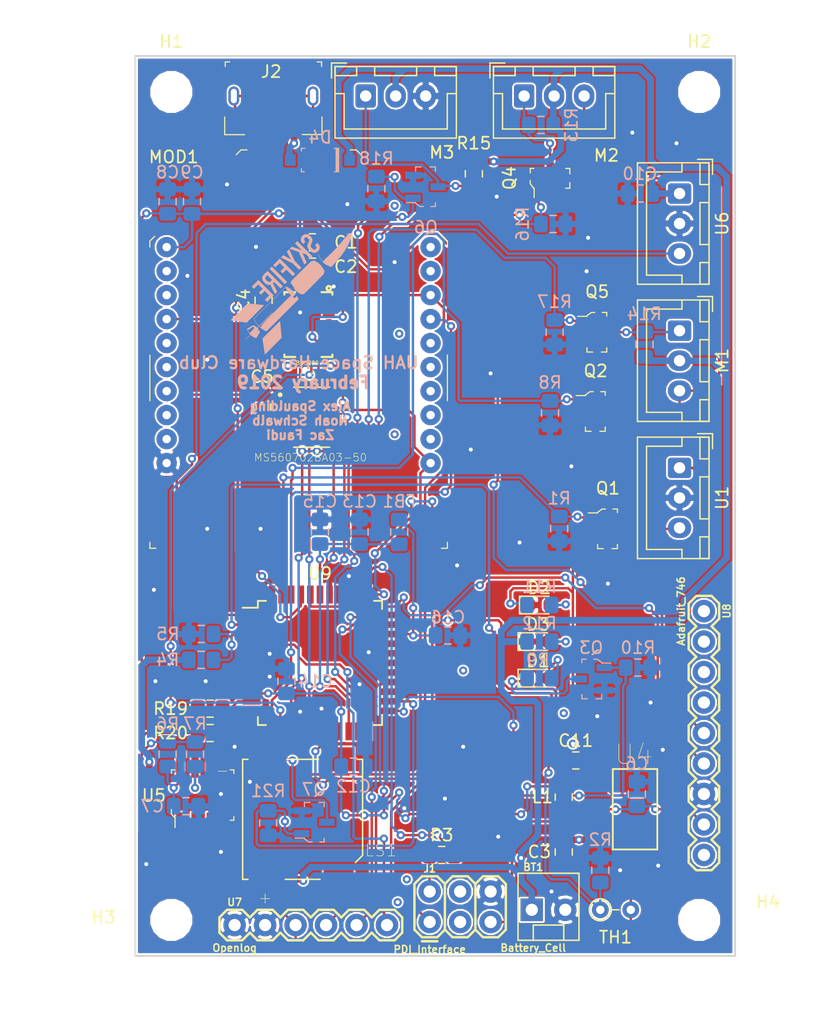
<source format=kicad_pcb>
(kicad_pcb (version 20171130) (host pcbnew 5.0.2-bee76a0~70~ubuntu18.04.1)

  (general
    (thickness 1.6)
    (drawings 7)
    (tracks 905)
    (zones 0)
    (modules 73)
    (nets 92)
  )

  (page A4)
  (title_block
    (title "Skyfire PCB")
    (date 2019-02-22)
    (rev v03)
    (company "UAH Space Hardware Club")
    (comment 2 "Zac Faudi")
    (comment 3 "Noah Schwalb")
    (comment 4 "Alex Spaulding")
  )

  (layers
    (0 F.Cu signal)
    (31 B.Cu signal)
    (32 B.Adhes user)
    (33 F.Adhes user)
    (34 B.Paste user)
    (35 F.Paste user)
    (36 B.SilkS user)
    (37 F.SilkS user)
    (38 B.Mask user)
    (39 F.Mask user)
    (40 Dwgs.User user)
    (41 Cmts.User user)
    (42 Eco1.User user)
    (43 Eco2.User user)
    (44 Edge.Cuts user)
    (45 Margin user)
    (46 B.CrtYd user)
    (47 F.CrtYd user)
    (48 B.Fab user)
    (49 F.Fab user)
  )

  (setup
    (last_trace_width 0.2032)
    (user_trace_width 0.2032)
    (user_trace_width 0.5588)
    (trace_clearance 0.1524)
    (zone_clearance 0.1525)
    (zone_45_only no)
    (trace_min 0.1524)
    (segment_width 0.2)
    (edge_width 0.15)
    (via_size 0.6858)
    (via_drill 0.3302)
    (via_min_size 0.6858)
    (via_min_drill 0.3302)
    (uvia_size 0.3)
    (uvia_drill 0.1)
    (uvias_allowed no)
    (uvia_min_size 0.2)
    (uvia_min_drill 0.1)
    (pcb_text_width 0.3)
    (pcb_text_size 1.5 1.5)
    (mod_edge_width 0.15)
    (mod_text_size 1 1)
    (mod_text_width 0.15)
    (pad_size 3.2 3.2)
    (pad_drill 3.2)
    (pad_to_mask_clearance 0.0508)
    (solder_mask_min_width 0.25)
    (aux_axis_origin 0 0)
    (visible_elements FFFFF77F)
    (pcbplotparams
      (layerselection 0x010fc_ffffffff)
      (usegerberextensions false)
      (usegerberattributes false)
      (usegerberadvancedattributes false)
      (creategerberjobfile false)
      (excludeedgelayer true)
      (linewidth 0.100000)
      (plotframeref false)
      (viasonmask false)
      (mode 1)
      (useauxorigin false)
      (hpglpennumber 1)
      (hpglpenspeed 20)
      (hpglpendiameter 15.000000)
      (psnegative false)
      (psa4output false)
      (plotreference true)
      (plotvalue true)
      (plotinvisibletext false)
      (padsonsilk false)
      (subtractmaskfromsilk false)
      (outputformat 1)
      (mirror false)
      (drillshape 1)
      (scaleselection 1)
      (outputdirectory ""))
  )

  (net 0 "")
  (net 1 +6V)
  (net 2 GND)
  (net 3 +3V3)
  (net 4 "Net-(C4-Pad1)")
  (net 5 "Net-(C7-Pad2)")
  (net 6 /MCU_VCC)
  (net 7 /MCU_AVCC)
  (net 8 "Net-(D1-Pad1)")
  (net 9 "Net-(D1-Pad2)")
  (net 10 "Net-(D2-Pad2)")
  (net 11 "Net-(D3-Pad2)")
  (net 12 "Net-(D4-PadA)")
  (net 13 /PDI_DATA)
  (net 14 "Net-(J1-Pad3)")
  (net 15 "Net-(J1-Pad4)")
  (net 16 /PDI_CLK)
  (net 17 "Net-(J2-Pad3)")
  (net 18 "Net-(J2-Pad2)")
  (net 19 "Net-(J2-PadSH)")
  (net 20 "Net-(LS1-PadN)")
  (net 21 "Net-(M1-Pad1)")
  (net 22 "Net-(M1-Pad3)")
  (net 23 "Net-(M2-Pad1)")
  (net 24 "Net-(M3-Pad1)")
  (net 25 "Net-(MOD1-Pad2)")
  (net 26 "Net-(MOD1-Pad3)")
  (net 27 /MISO)
  (net 28 "Net-(MOD1-Pad5)")
  (net 29 "Net-(MOD1-Pad6)")
  (net 30 "Net-(MOD1-Pad7)")
  (net 31 "Net-(MOD1-Pad8)")
  (net 32 "Net-(MOD1-Pad9)")
  (net 33 /MOSI)
  (net 34 "Net-(MOD1-Pad12)")
  (net 35 "Net-(MOD1-Pad13)")
  (net 36 "Net-(MOD1-Pad14)")
  (net 37 "Net-(MOD1-Pad15)")
  (net 38 "Net-(MOD1-Pad16)")
  (net 39 /~SS_XBEE)
  (net 40 /SCLK)
  (net 41 "Net-(MOD1-Pad19)")
  (net 42 "Net-(MOD1-Pad20)")
  (net 43 /CAMERA_DATA)
  (net 44 "Net-(Q1-Pad3)")
  (net 45 /Finn_Power)
  (net 46 /LED_MOS)
  (net 47 /FINN_SERVO_TWO)
  (net 48 /FINN_SERVO_ONE)
  (net 49 /Release_Servo)
  (net 50 /BUZZER_MOS)
  (net 51 /PA6-Therm)
  (net 52 /PA7-Voltage)
  (net 53 "Net-(R7-Pad2)")
  (net 54 /SCL)
  (net 55 /SDA)
  (net 56 "Net-(U2-Pad27)")
  (net 57 "Net-(U2-Pad26)")
  (net 58 "Net-(U2-Pad15)")
  (net 59 /HOST_INTN)
  (net 60 /BNO_NRST)
  (net 61 /BNO_CLOCKSEL0)
  (net 62 /BNO_WAKE)
  (net 63 /BNO_BOOTN)
  (net 64 "Net-(U2-Pad16)")
  (net 65 /~SS_BNO080)
  (net 66 /~SS_5607)
  (net 67 "Net-(U5-Pad1)")
  (net 68 "Net-(U5-Pad2)")
  (net 69 "Net-(U5-Pad3)")
  (net 70 /PA5-Hall_Effect)
  (net 71 /OpenLog_MISO)
  (net 72 /OpenLog_MOSI)
  (net 73 /OpenLog_GRN)
  (net 74 "Net-(U8-Pad1)")
  (net 75 "Net-(U8-Pad2)")
  (net 76 "Net-(U8-Pad3)")
  (net 77 "Net-(U8-Pad4)")
  (net 78 /GPS_MISO)
  (net 79 /GPS_MOSI)
  (net 80 "Net-(U8-Pad9)")
  (net 81 "Net-(U9-Pad4)")
  (net 82 "Net-(U9-Pad5)")
  (net 83 "Net-(U9-Pad6)")
  (net 84 "Net-(U9-Pad7)")
  (net 85 "Net-(U9-Pad25)")
  (net 86 "Net-(U9-Pad26)")
  (net 87 "Net-(U9-Pad27)")
  (net 88 "Net-(U9-Pad28)")
  (net 89 "Net-(U9-Pad29)")
  (net 90 "Net-(U9-Pad36)")
  (net 91 "Net-(U9-Pad37)")

  (net_class Default "This is the default net class."
    (clearance 0.1524)
    (trace_width 0.2032)
    (via_dia 0.6858)
    (via_drill 0.3302)
    (uvia_dia 0.3)
    (uvia_drill 0.1)
    (add_net +3V3)
    (add_net /BNO_BOOTN)
    (add_net /BNO_CLOCKSEL0)
    (add_net /BNO_NRST)
    (add_net /BNO_WAKE)
    (add_net /BUZZER_MOS)
    (add_net /CAMERA_DATA)
    (add_net /FINN_SERVO_ONE)
    (add_net /FINN_SERVO_TWO)
    (add_net /Finn_Power)
    (add_net /GPS_MISO)
    (add_net /GPS_MOSI)
    (add_net /HOST_INTN)
    (add_net /LED_MOS)
    (add_net /MCU_AVCC)
    (add_net /MCU_VCC)
    (add_net /MISO)
    (add_net /MOSI)
    (add_net /OpenLog_GRN)
    (add_net /OpenLog_MISO)
    (add_net /OpenLog_MOSI)
    (add_net /PA5-Hall_Effect)
    (add_net /PA6-Therm)
    (add_net /PA7-Voltage)
    (add_net /PDI_CLK)
    (add_net /PDI_DATA)
    (add_net /Release_Servo)
    (add_net /SCL)
    (add_net /SCLK)
    (add_net /SDA)
    (add_net /~SS_5607)
    (add_net /~SS_BNO080)
    (add_net /~SS_XBEE)
    (add_net GND)
    (add_net "Net-(C4-Pad1)")
    (add_net "Net-(C7-Pad2)")
    (add_net "Net-(D1-Pad1)")
    (add_net "Net-(D1-Pad2)")
    (add_net "Net-(D2-Pad2)")
    (add_net "Net-(D3-Pad2)")
    (add_net "Net-(D4-PadA)")
    (add_net "Net-(J1-Pad3)")
    (add_net "Net-(J1-Pad4)")
    (add_net "Net-(J2-Pad2)")
    (add_net "Net-(J2-Pad3)")
    (add_net "Net-(J2-PadSH)")
    (add_net "Net-(LS1-PadN)")
    (add_net "Net-(M1-Pad1)")
    (add_net "Net-(M1-Pad3)")
    (add_net "Net-(M2-Pad1)")
    (add_net "Net-(M3-Pad1)")
    (add_net "Net-(MOD1-Pad12)")
    (add_net "Net-(MOD1-Pad13)")
    (add_net "Net-(MOD1-Pad14)")
    (add_net "Net-(MOD1-Pad15)")
    (add_net "Net-(MOD1-Pad16)")
    (add_net "Net-(MOD1-Pad19)")
    (add_net "Net-(MOD1-Pad2)")
    (add_net "Net-(MOD1-Pad20)")
    (add_net "Net-(MOD1-Pad3)")
    (add_net "Net-(MOD1-Pad5)")
    (add_net "Net-(MOD1-Pad6)")
    (add_net "Net-(MOD1-Pad7)")
    (add_net "Net-(MOD1-Pad8)")
    (add_net "Net-(MOD1-Pad9)")
    (add_net "Net-(Q1-Pad3)")
    (add_net "Net-(R7-Pad2)")
    (add_net "Net-(U2-Pad15)")
    (add_net "Net-(U2-Pad16)")
    (add_net "Net-(U2-Pad26)")
    (add_net "Net-(U2-Pad27)")
    (add_net "Net-(U5-Pad1)")
    (add_net "Net-(U5-Pad2)")
    (add_net "Net-(U5-Pad3)")
    (add_net "Net-(U8-Pad1)")
    (add_net "Net-(U8-Pad2)")
    (add_net "Net-(U8-Pad3)")
    (add_net "Net-(U8-Pad4)")
    (add_net "Net-(U8-Pad9)")
    (add_net "Net-(U9-Pad25)")
    (add_net "Net-(U9-Pad26)")
    (add_net "Net-(U9-Pad27)")
    (add_net "Net-(U9-Pad28)")
    (add_net "Net-(U9-Pad29)")
    (add_net "Net-(U9-Pad36)")
    (add_net "Net-(U9-Pad37)")
    (add_net "Net-(U9-Pad4)")
    (add_net "Net-(U9-Pad5)")
    (add_net "Net-(U9-Pad6)")
    (add_net "Net-(U9-Pad7)")
  )

  (net_class "High Current" ""
    (clearance 0.1524)
    (trace_width 0.5588)
    (via_dia 0.6858)
    (via_drill 0.3302)
    (uvia_dia 0.3)
    (uvia_drill 0.1)
    (add_net +6V)
  )

  (module Resistor_THT:R_Axial_DIN0204_L3.6mm_D1.6mm_P2.54mm_Vertical (layer F.Cu) (tedit 5AE5139B) (tstamp 5C7F0224)
    (at 238.76 121.158)
    (descr "Resistor, Axial_DIN0204 series, Axial, Vertical, pin pitch=2.54mm, 0.167W, length*diameter=3.6*1.6mm^2, http://cdn-reichelt.de/documents/datenblatt/B400/1_4W%23YAG.pdf")
    (tags "Resistor Axial_DIN0204 series Axial Vertical pin pitch 2.54mm 0.167W length 3.6mm diameter 1.6mm")
    (path /5C4C8D21)
    (fp_text reference TH1 (at 1.27 2.286) (layer F.SilkS)
      (effects (font (size 1 1) (thickness 0.15)))
    )
    (fp_text value NTCLE100 (at 1.27 1.92) (layer F.Fab)
      (effects (font (size 1 1) (thickness 0.15)))
    )
    (fp_circle (center 0 0) (end 0.8 0) (layer F.Fab) (width 0.1))
    (fp_circle (center 0 0) (end 0.92 0) (layer F.SilkS) (width 0.12))
    (fp_line (start 0 0) (end 2.54 0) (layer F.Fab) (width 0.1))
    (fp_line (start 0.92 0) (end 1.54 0) (layer F.SilkS) (width 0.12))
    (fp_line (start -1.05 -1.05) (end -1.05 1.05) (layer F.CrtYd) (width 0.05))
    (fp_line (start -1.05 1.05) (end 3.49 1.05) (layer F.CrtYd) (width 0.05))
    (fp_line (start 3.49 1.05) (end 3.49 -1.05) (layer F.CrtYd) (width 0.05))
    (fp_line (start 3.49 -1.05) (end -1.05 -1.05) (layer F.CrtYd) (width 0.05))
    (fp_text user %R (at 1.27 -1.92) (layer F.Fab)
      (effects (font (size 1 1) (thickness 0.15)))
    )
    (pad 1 thru_hole circle (at 0 0) (size 1.4 1.4) (drill 0.7) (layers *.Cu *.Mask)
      (net 51 /PA6-Therm))
    (pad 2 thru_hole oval (at 2.54 0) (size 1.4 1.4) (drill 0.7) (layers *.Cu *.Mask)
      (net 3 +3V3))
    (model ${KISYS3DMOD}/Resistor_THT.3dshapes/R_Axial_DIN0204_L3.6mm_D1.6mm_P2.54mm_Vertical.wrl
      (at (xyz 0 0 0))
      (scale (xyz 1 1 1))
      (rotate (xyz 0 0 0))
    )
  )

  (module Connectors:MOLEX-1X2_LOCK (layer F.Cu) (tedit 5963E8A8) (tstamp 5C7EA5C9)
    (at 233.172 121.158)
    (descr "MOLEX 2-PIN PLATED THROUGH-HOLE LOCKING FOOTPRINT")
    (tags "MOLEX 2-PIN PLATED THROUGH-HOLE LOCKING FOOTPRINT")
    (path /5C5FAEB2)
    (attr virtual)
    (fp_text reference BT1 (at 0 -3.556) (layer F.SilkS)
      (effects (font (size 0.6096 0.6096) (thickness 0.127)))
    )
    (fp_text value Battery_Cell (at 0 3.175) (layer F.SilkS)
      (effects (font (size 0.6096 0.6096) (thickness 0.127)))
    )
    (fp_line (start -1.27 -3.048) (end -1.27 2.54) (layer F.SilkS) (width 0.127))
    (fp_line (start 3.81 -3.048) (end 3.81 2.54) (layer F.SilkS) (width 0.127))
    (fp_line (start 3.81 -3.048) (end -1.27 -3.048) (layer F.SilkS) (width 0.127))
    (fp_line (start 3.81 2.54) (end 2.54 2.54) (layer F.SilkS) (width 0.127))
    (fp_line (start 2.54 2.54) (end 0 2.54) (layer F.SilkS) (width 0.127))
    (fp_line (start 0 2.54) (end -1.27 2.54) (layer F.SilkS) (width 0.127))
    (fp_line (start 0 2.54) (end 0 1.27) (layer F.SilkS) (width 0.127))
    (fp_line (start 0 1.27) (end 2.54 1.27) (layer F.SilkS) (width 0.127))
    (fp_line (start 2.54 1.27) (end 2.54 2.54) (layer F.SilkS) (width 0.127))
    (pad 1 thru_hole rect (at -0.127 0) (size 1.8796 1.8796) (drill 1.016) (layers *.Cu *.Mask)
      (net 1 +6V) (solder_mask_margin 0.1016))
    (pad 2 thru_hole circle (at 2.667 0) (size 1.8796 1.8796) (drill 1.016) (layers *.Cu *.Mask)
      (net 2 GND) (solder_mask_margin 0.1016))
  )

  (module Capacitor_SMD:C_0805_2012Metric_Pad1.15x1.40mm_HandSolder (layer F.Cu) (tedit 5B36C52B) (tstamp 5C7EA5DA)
    (at 214.757 65.532)
    (descr "Capacitor SMD 0805 (2012 Metric), square (rectangular) end terminal, IPC_7351 nominal with elongated pad for handsoldering. (Body size source: https://docs.google.com/spreadsheets/d/1BsfQQcO9C6DZCsRaXUlFlo91Tg2WpOkGARC1WS5S8t0/edit?usp=sharing), generated with kicad-footprint-generator")
    (tags "capacitor handsolder")
    (path /5C6BF60C)
    (attr smd)
    (fp_text reference C1 (at 2.794 0) (layer F.SilkS)
      (effects (font (size 1 1) (thickness 0.15)))
    )
    (fp_text value 0.1uF (at 0 1.65) (layer F.Fab)
      (effects (font (size 1 1) (thickness 0.15)))
    )
    (fp_line (start -1 0.6) (end -1 -0.6) (layer F.Fab) (width 0.1))
    (fp_line (start -1 -0.6) (end 1 -0.6) (layer F.Fab) (width 0.1))
    (fp_line (start 1 -0.6) (end 1 0.6) (layer F.Fab) (width 0.1))
    (fp_line (start 1 0.6) (end -1 0.6) (layer F.Fab) (width 0.1))
    (fp_line (start -0.261252 -0.71) (end 0.261252 -0.71) (layer F.SilkS) (width 0.12))
    (fp_line (start -0.261252 0.71) (end 0.261252 0.71) (layer F.SilkS) (width 0.12))
    (fp_line (start -1.85 0.95) (end -1.85 -0.95) (layer F.CrtYd) (width 0.05))
    (fp_line (start -1.85 -0.95) (end 1.85 -0.95) (layer F.CrtYd) (width 0.05))
    (fp_line (start 1.85 -0.95) (end 1.85 0.95) (layer F.CrtYd) (width 0.05))
    (fp_line (start 1.85 0.95) (end -1.85 0.95) (layer F.CrtYd) (width 0.05))
    (fp_text user %R (at 0 0) (layer F.Fab)
      (effects (font (size 0.5 0.5) (thickness 0.08)))
    )
    (pad 1 smd roundrect (at -1.025 0) (size 1.15 1.4) (layers F.Cu F.Paste F.Mask) (roundrect_rratio 0.217391)
      (net 3 +3V3))
    (pad 2 smd roundrect (at 1.025 0) (size 1.15 1.4) (layers F.Cu F.Paste F.Mask) (roundrect_rratio 0.217391)
      (net 2 GND))
    (model ${KISYS3DMOD}/Capacitor_SMD.3dshapes/C_0805_2012Metric.wrl
      (at (xyz 0 0 0))
      (scale (xyz 1 1 1))
      (rotate (xyz 0 0 0))
    )
  )

  (module Capacitor_SMD:C_0805_2012Metric_Pad1.15x1.40mm_HandSolder (layer F.Cu) (tedit 5B36C52B) (tstamp 5C7EA5EB)
    (at 214.766 67.564)
    (descr "Capacitor SMD 0805 (2012 Metric), square (rectangular) end terminal, IPC_7351 nominal with elongated pad for handsoldering. (Body size source: https://docs.google.com/spreadsheets/d/1BsfQQcO9C6DZCsRaXUlFlo91Tg2WpOkGARC1WS5S8t0/edit?usp=sharing), generated with kicad-footprint-generator")
    (tags "capacitor handsolder")
    (path /5C6C69DC)
    (attr smd)
    (fp_text reference C2 (at 2.785 0) (layer F.SilkS)
      (effects (font (size 1 1) (thickness 0.15)))
    )
    (fp_text value 0.1uF (at 0 1.65) (layer F.Fab)
      (effects (font (size 1 1) (thickness 0.15)))
    )
    (fp_text user %R (at 0 0) (layer F.Fab)
      (effects (font (size 0.5 0.5) (thickness 0.08)))
    )
    (fp_line (start 1.85 0.95) (end -1.85 0.95) (layer F.CrtYd) (width 0.05))
    (fp_line (start 1.85 -0.95) (end 1.85 0.95) (layer F.CrtYd) (width 0.05))
    (fp_line (start -1.85 -0.95) (end 1.85 -0.95) (layer F.CrtYd) (width 0.05))
    (fp_line (start -1.85 0.95) (end -1.85 -0.95) (layer F.CrtYd) (width 0.05))
    (fp_line (start -0.261252 0.71) (end 0.261252 0.71) (layer F.SilkS) (width 0.12))
    (fp_line (start -0.261252 -0.71) (end 0.261252 -0.71) (layer F.SilkS) (width 0.12))
    (fp_line (start 1 0.6) (end -1 0.6) (layer F.Fab) (width 0.1))
    (fp_line (start 1 -0.6) (end 1 0.6) (layer F.Fab) (width 0.1))
    (fp_line (start -1 -0.6) (end 1 -0.6) (layer F.Fab) (width 0.1))
    (fp_line (start -1 0.6) (end -1 -0.6) (layer F.Fab) (width 0.1))
    (pad 2 smd roundrect (at 1.025 0) (size 1.15 1.4) (layers F.Cu F.Paste F.Mask) (roundrect_rratio 0.217391)
      (net 2 GND))
    (pad 1 smd roundrect (at -1.025 0) (size 1.15 1.4) (layers F.Cu F.Paste F.Mask) (roundrect_rratio 0.217391)
      (net 3 +3V3))
    (model ${KISYS3DMOD}/Capacitor_SMD.3dshapes/C_0805_2012Metric.wrl
      (at (xyz 0 0 0))
      (scale (xyz 1 1 1))
      (rotate (xyz 0 0 0))
    )
  )

  (module Capacitor_SMD:C_0805_2012Metric_Pad1.15x1.40mm_HandSolder (layer F.Cu) (tedit 5B36C52B) (tstamp 5C7EA5FC)
    (at 235.712 116.341 90)
    (descr "Capacitor SMD 0805 (2012 Metric), square (rectangular) end terminal, IPC_7351 nominal with elongated pad for handsoldering. (Body size source: https://docs.google.com/spreadsheets/d/1BsfQQcO9C6DZCsRaXUlFlo91Tg2WpOkGARC1WS5S8t0/edit?usp=sharing), generated with kicad-footprint-generator")
    (tags "capacitor handsolder")
    (path /5C4ECC49)
    (attr smd)
    (fp_text reference C3 (at 0.009 -2.032 180) (layer F.SilkS)
      (effects (font (size 1 1) (thickness 0.15)))
    )
    (fp_text value 1uF (at 0 1.65 90) (layer F.Fab)
      (effects (font (size 1 1) (thickness 0.15)))
    )
    (fp_line (start -1 0.6) (end -1 -0.6) (layer F.Fab) (width 0.1))
    (fp_line (start -1 -0.6) (end 1 -0.6) (layer F.Fab) (width 0.1))
    (fp_line (start 1 -0.6) (end 1 0.6) (layer F.Fab) (width 0.1))
    (fp_line (start 1 0.6) (end -1 0.6) (layer F.Fab) (width 0.1))
    (fp_line (start -0.261252 -0.71) (end 0.261252 -0.71) (layer F.SilkS) (width 0.12))
    (fp_line (start -0.261252 0.71) (end 0.261252 0.71) (layer F.SilkS) (width 0.12))
    (fp_line (start -1.85 0.95) (end -1.85 -0.95) (layer F.CrtYd) (width 0.05))
    (fp_line (start -1.85 -0.95) (end 1.85 -0.95) (layer F.CrtYd) (width 0.05))
    (fp_line (start 1.85 -0.95) (end 1.85 0.95) (layer F.CrtYd) (width 0.05))
    (fp_line (start 1.85 0.95) (end -1.85 0.95) (layer F.CrtYd) (width 0.05))
    (fp_text user %R (at 0 0 90) (layer F.Fab)
      (effects (font (size 0.5 0.5) (thickness 0.08)))
    )
    (pad 1 smd roundrect (at -1.025 0 90) (size 1.15 1.4) (layers F.Cu F.Paste F.Mask) (roundrect_rratio 0.217391)
      (net 2 GND))
    (pad 2 smd roundrect (at 1.025 0 90) (size 1.15 1.4) (layers F.Cu F.Paste F.Mask) (roundrect_rratio 0.217391)
      (net 1 +6V))
    (model ${KISYS3DMOD}/Capacitor_SMD.3dshapes/C_0805_2012Metric.wrl
      (at (xyz 0 0 0))
      (scale (xyz 1 1 1))
      (rotate (xyz 0 0 0))
    )
  )

  (module Capacitor_SMD:C_0805_2012Metric_Pad1.15x1.40mm_HandSolder (layer F.Cu) (tedit 5B36C52B) (tstamp 5C7EA60D)
    (at 210.693 70.367 90)
    (descr "Capacitor SMD 0805 (2012 Metric), square (rectangular) end terminal, IPC_7351 nominal with elongated pad for handsoldering. (Body size source: https://docs.google.com/spreadsheets/d/1BsfQQcO9C6DZCsRaXUlFlo91Tg2WpOkGARC1WS5S8t0/edit?usp=sharing), generated with kicad-footprint-generator")
    (tags "capacitor handsolder")
    (path /5C6BF28D)
    (attr smd)
    (fp_text reference C4 (at 0 -1.65 90) (layer F.SilkS)
      (effects (font (size 1 1) (thickness 0.15)))
    )
    (fp_text value 0.1uF (at 0 1.65 90) (layer F.Fab)
      (effects (font (size 1 1) (thickness 0.15)))
    )
    (fp_text user %R (at 0 0 90) (layer F.Fab)
      (effects (font (size 0.5 0.5) (thickness 0.08)))
    )
    (fp_line (start 1.85 0.95) (end -1.85 0.95) (layer F.CrtYd) (width 0.05))
    (fp_line (start 1.85 -0.95) (end 1.85 0.95) (layer F.CrtYd) (width 0.05))
    (fp_line (start -1.85 -0.95) (end 1.85 -0.95) (layer F.CrtYd) (width 0.05))
    (fp_line (start -1.85 0.95) (end -1.85 -0.95) (layer F.CrtYd) (width 0.05))
    (fp_line (start -0.261252 0.71) (end 0.261252 0.71) (layer F.SilkS) (width 0.12))
    (fp_line (start -0.261252 -0.71) (end 0.261252 -0.71) (layer F.SilkS) (width 0.12))
    (fp_line (start 1 0.6) (end -1 0.6) (layer F.Fab) (width 0.1))
    (fp_line (start 1 -0.6) (end 1 0.6) (layer F.Fab) (width 0.1))
    (fp_line (start -1 -0.6) (end 1 -0.6) (layer F.Fab) (width 0.1))
    (fp_line (start -1 0.6) (end -1 -0.6) (layer F.Fab) (width 0.1))
    (pad 2 smd roundrect (at 1.025 0 90) (size 1.15 1.4) (layers F.Cu F.Paste F.Mask) (roundrect_rratio 0.217391)
      (net 2 GND))
    (pad 1 smd roundrect (at -1.025 0 90) (size 1.15 1.4) (layers F.Cu F.Paste F.Mask) (roundrect_rratio 0.217391)
      (net 4 "Net-(C4-Pad1)"))
    (model ${KISYS3DMOD}/Capacitor_SMD.3dshapes/C_0805_2012Metric.wrl
      (at (xyz 0 0 0))
      (scale (xyz 1 1 1))
      (rotate (xyz 0 0 0))
    )
  )

  (module Capacitor_SMD:C_0805_2012Metric_Pad1.15x1.40mm_HandSolder (layer F.Cu) (tedit 5B36C52B) (tstamp 5C7EA61E)
    (at 210.566 79.257 270)
    (descr "Capacitor SMD 0805 (2012 Metric), square (rectangular) end terminal, IPC_7351 nominal with elongated pad for handsoldering. (Body size source: https://docs.google.com/spreadsheets/d/1BsfQQcO9C6DZCsRaXUlFlo91Tg2WpOkGARC1WS5S8t0/edit?usp=sharing), generated with kicad-footprint-generator")
    (tags "capacitor handsolder")
    (path /5C48F1E8)
    (attr smd)
    (fp_text reference C5 (at -2.531 0) (layer F.SilkS)
      (effects (font (size 1 1) (thickness 0.15)))
    )
    (fp_text value 100nF (at 0 1.65 270) (layer F.Fab)
      (effects (font (size 1 1) (thickness 0.15)))
    )
    (fp_line (start -1 0.6) (end -1 -0.6) (layer F.Fab) (width 0.1))
    (fp_line (start -1 -0.6) (end 1 -0.6) (layer F.Fab) (width 0.1))
    (fp_line (start 1 -0.6) (end 1 0.6) (layer F.Fab) (width 0.1))
    (fp_line (start 1 0.6) (end -1 0.6) (layer F.Fab) (width 0.1))
    (fp_line (start -0.261252 -0.71) (end 0.261252 -0.71) (layer F.SilkS) (width 0.12))
    (fp_line (start -0.261252 0.71) (end 0.261252 0.71) (layer F.SilkS) (width 0.12))
    (fp_line (start -1.85 0.95) (end -1.85 -0.95) (layer F.CrtYd) (width 0.05))
    (fp_line (start -1.85 -0.95) (end 1.85 -0.95) (layer F.CrtYd) (width 0.05))
    (fp_line (start 1.85 -0.95) (end 1.85 0.95) (layer F.CrtYd) (width 0.05))
    (fp_line (start 1.85 0.95) (end -1.85 0.95) (layer F.CrtYd) (width 0.05))
    (fp_text user %R (at 0 0 270) (layer F.Fab)
      (effects (font (size 0.5 0.5) (thickness 0.08)))
    )
    (pad 1 smd roundrect (at -1.025 0 270) (size 1.15 1.4) (layers F.Cu F.Paste F.Mask) (roundrect_rratio 0.217391)
      (net 3 +3V3))
    (pad 2 smd roundrect (at 1.025 0 270) (size 1.15 1.4) (layers F.Cu F.Paste F.Mask) (roundrect_rratio 0.217391)
      (net 2 GND))
    (model ${KISYS3DMOD}/Capacitor_SMD.3dshapes/C_0805_2012Metric.wrl
      (at (xyz 0 0 0))
      (scale (xyz 1 1 1))
      (rotate (xyz 0 0 0))
    )
  )

  (module Capacitor_SMD:C_0805_2012Metric_Pad1.15x1.40mm_HandSolder (layer B.Cu) (tedit 5B36C52B) (tstamp 5C7F2491)
    (at 241.808 111.506 90)
    (descr "Capacitor SMD 0805 (2012 Metric), square (rectangular) end terminal, IPC_7351 nominal with elongated pad for handsoldering. (Body size source: https://docs.google.com/spreadsheets/d/1BsfQQcO9C6DZCsRaXUlFlo91Tg2WpOkGARC1WS5S8t0/edit?usp=sharing), generated with kicad-footprint-generator")
    (tags "capacitor handsolder")
    (path /5C4ECC42)
    (attr smd)
    (fp_text reference C6 (at 2.54 0 180) (layer B.SilkS)
      (effects (font (size 1 1) (thickness 0.15)) (justify mirror))
    )
    (fp_text value 1uF (at 0 -1.65 90) (layer B.Fab)
      (effects (font (size 1 1) (thickness 0.15)) (justify mirror))
    )
    (fp_text user %R (at 0 0 90) (layer B.Fab)
      (effects (font (size 0.5 0.5) (thickness 0.08)) (justify mirror))
    )
    (fp_line (start 1.85 -0.95) (end -1.85 -0.95) (layer B.CrtYd) (width 0.05))
    (fp_line (start 1.85 0.95) (end 1.85 -0.95) (layer B.CrtYd) (width 0.05))
    (fp_line (start -1.85 0.95) (end 1.85 0.95) (layer B.CrtYd) (width 0.05))
    (fp_line (start -1.85 -0.95) (end -1.85 0.95) (layer B.CrtYd) (width 0.05))
    (fp_line (start -0.261252 -0.71) (end 0.261252 -0.71) (layer B.SilkS) (width 0.12))
    (fp_line (start -0.261252 0.71) (end 0.261252 0.71) (layer B.SilkS) (width 0.12))
    (fp_line (start 1 -0.6) (end -1 -0.6) (layer B.Fab) (width 0.1))
    (fp_line (start 1 0.6) (end 1 -0.6) (layer B.Fab) (width 0.1))
    (fp_line (start -1 0.6) (end 1 0.6) (layer B.Fab) (width 0.1))
    (fp_line (start -1 -0.6) (end -1 0.6) (layer B.Fab) (width 0.1))
    (pad 2 smd roundrect (at 1.025 0 90) (size 1.15 1.4) (layers B.Cu B.Paste B.Mask) (roundrect_rratio 0.217391)
      (net 2 GND))
    (pad 1 smd roundrect (at -1.025 0 90) (size 1.15 1.4) (layers B.Cu B.Paste B.Mask) (roundrect_rratio 0.217391)
      (net 3 +3V3))
    (model ${KISYS3DMOD}/Capacitor_SMD.3dshapes/C_0805_2012Metric.wrl
      (at (xyz 0 0 0))
      (scale (xyz 1 1 1))
      (rotate (xyz 0 0 0))
    )
  )

  (module Capacitor_SMD:C_0805_2012Metric_Pad1.15x1.40mm_HandSolder (layer B.Cu) (tedit 5B36C52B) (tstamp 5C7EA640)
    (at 204.225 112.522 180)
    (descr "Capacitor SMD 0805 (2012 Metric), square (rectangular) end terminal, IPC_7351 nominal with elongated pad for handsoldering. (Body size source: https://docs.google.com/spreadsheets/d/1BsfQQcO9C6DZCsRaXUlFlo91Tg2WpOkGARC1WS5S8t0/edit?usp=sharing), generated with kicad-footprint-generator")
    (tags "capacitor handsolder")
    (path /5C4E6F4F)
    (attr smd)
    (fp_text reference C7 (at 2.803 0 180) (layer B.SilkS)
      (effects (font (size 1 1) (thickness 0.15)) (justify mirror))
    )
    (fp_text value 0.1uf (at 0 -1.65 180) (layer B.Fab)
      (effects (font (size 1 1) (thickness 0.15)) (justify mirror))
    )
    (fp_text user %R (at 0 0 180) (layer B.Fab)
      (effects (font (size 0.5 0.5) (thickness 0.08)) (justify mirror))
    )
    (fp_line (start 1.85 -0.95) (end -1.85 -0.95) (layer B.CrtYd) (width 0.05))
    (fp_line (start 1.85 0.95) (end 1.85 -0.95) (layer B.CrtYd) (width 0.05))
    (fp_line (start -1.85 0.95) (end 1.85 0.95) (layer B.CrtYd) (width 0.05))
    (fp_line (start -1.85 -0.95) (end -1.85 0.95) (layer B.CrtYd) (width 0.05))
    (fp_line (start -0.261252 -0.71) (end 0.261252 -0.71) (layer B.SilkS) (width 0.12))
    (fp_line (start -0.261252 0.71) (end 0.261252 0.71) (layer B.SilkS) (width 0.12))
    (fp_line (start 1 -0.6) (end -1 -0.6) (layer B.Fab) (width 0.1))
    (fp_line (start 1 0.6) (end 1 -0.6) (layer B.Fab) (width 0.1))
    (fp_line (start -1 0.6) (end 1 0.6) (layer B.Fab) (width 0.1))
    (fp_line (start -1 -0.6) (end -1 0.6) (layer B.Fab) (width 0.1))
    (pad 2 smd roundrect (at 1.025 0 180) (size 1.15 1.4) (layers B.Cu B.Paste B.Mask) (roundrect_rratio 0.217391)
      (net 5 "Net-(C7-Pad2)"))
    (pad 1 smd roundrect (at -1.025 0 180) (size 1.15 1.4) (layers B.Cu B.Paste B.Mask) (roundrect_rratio 0.217391)
      (net 2 GND))
    (model ${KISYS3DMOD}/Capacitor_SMD.3dshapes/C_0805_2012Metric.wrl
      (at (xyz 0 0 0))
      (scale (xyz 1 1 1))
      (rotate (xyz 0 0 0))
    )
  )

  (module Capacitor_SMD:C_0805_2012Metric_Pad1.15x1.40mm_HandSolder (layer B.Cu) (tedit 5B36C52B) (tstamp 5C7EA651)
    (at 202.692818 62.130703 270)
    (descr "Capacitor SMD 0805 (2012 Metric), square (rectangular) end terminal, IPC_7351 nominal with elongated pad for handsoldering. (Body size source: https://docs.google.com/spreadsheets/d/1BsfQQcO9C6DZCsRaXUlFlo91Tg2WpOkGARC1WS5S8t0/edit?usp=sharing), generated with kicad-footprint-generator")
    (tags "capacitor handsolder")
    (path /5C5C8DD2)
    (attr smd)
    (fp_text reference C8 (at -2.440703 0.000818) (layer B.SilkS)
      (effects (font (size 1 1) (thickness 0.15)) (justify mirror))
    )
    (fp_text value 1uF (at 0 -1.65 270) (layer B.Fab)
      (effects (font (size 1 1) (thickness 0.15)) (justify mirror))
    )
    (fp_line (start -1 -0.6) (end -1 0.6) (layer B.Fab) (width 0.1))
    (fp_line (start -1 0.6) (end 1 0.6) (layer B.Fab) (width 0.1))
    (fp_line (start 1 0.6) (end 1 -0.6) (layer B.Fab) (width 0.1))
    (fp_line (start 1 -0.6) (end -1 -0.6) (layer B.Fab) (width 0.1))
    (fp_line (start -0.261252 0.71) (end 0.261252 0.71) (layer B.SilkS) (width 0.12))
    (fp_line (start -0.261252 -0.71) (end 0.261252 -0.71) (layer B.SilkS) (width 0.12))
    (fp_line (start -1.85 -0.95) (end -1.85 0.95) (layer B.CrtYd) (width 0.05))
    (fp_line (start -1.85 0.95) (end 1.85 0.95) (layer B.CrtYd) (width 0.05))
    (fp_line (start 1.85 0.95) (end 1.85 -0.95) (layer B.CrtYd) (width 0.05))
    (fp_line (start 1.85 -0.95) (end -1.85 -0.95) (layer B.CrtYd) (width 0.05))
    (fp_text user %R (at 0 0 270) (layer B.Fab)
      (effects (font (size 0.5 0.5) (thickness 0.08)) (justify mirror))
    )
    (pad 1 smd roundrect (at -1.025 0 270) (size 1.15 1.4) (layers B.Cu B.Paste B.Mask) (roundrect_rratio 0.217391)
      (net 2 GND))
    (pad 2 smd roundrect (at 1.025 0 270) (size 1.15 1.4) (layers B.Cu B.Paste B.Mask) (roundrect_rratio 0.217391)
      (net 3 +3V3))
    (model ${KISYS3DMOD}/Capacitor_SMD.3dshapes/C_0805_2012Metric.wrl
      (at (xyz 0 0 0))
      (scale (xyz 1 1 1))
      (rotate (xyz 0 0 0))
    )
  )

  (module Capacitor_SMD:C_0805_2012Metric_Pad1.15x1.40mm_HandSolder (layer B.Cu) (tedit 5B36C52B) (tstamp 5C7EA662)
    (at 204.724 62.130703 270)
    (descr "Capacitor SMD 0805 (2012 Metric), square (rectangular) end terminal, IPC_7351 nominal with elongated pad for handsoldering. (Body size source: https://docs.google.com/spreadsheets/d/1BsfQQcO9C6DZCsRaXUlFlo91Tg2WpOkGARC1WS5S8t0/edit?usp=sharing), generated with kicad-footprint-generator")
    (tags "capacitor handsolder")
    (path /5C5C904D)
    (attr smd)
    (fp_text reference C9 (at -2.440703 0.000818) (layer B.SilkS)
      (effects (font (size 1 1) (thickness 0.15)) (justify mirror))
    )
    (fp_text value 47pF (at 0 -1.65 270) (layer B.Fab)
      (effects (font (size 1 1) (thickness 0.15)) (justify mirror))
    )
    (fp_line (start -1 -0.6) (end -1 0.6) (layer B.Fab) (width 0.1))
    (fp_line (start -1 0.6) (end 1 0.6) (layer B.Fab) (width 0.1))
    (fp_line (start 1 0.6) (end 1 -0.6) (layer B.Fab) (width 0.1))
    (fp_line (start 1 -0.6) (end -1 -0.6) (layer B.Fab) (width 0.1))
    (fp_line (start -0.261252 0.71) (end 0.261252 0.71) (layer B.SilkS) (width 0.12))
    (fp_line (start -0.261252 -0.71) (end 0.261252 -0.71) (layer B.SilkS) (width 0.12))
    (fp_line (start -1.85 -0.95) (end -1.85 0.95) (layer B.CrtYd) (width 0.05))
    (fp_line (start -1.85 0.95) (end 1.85 0.95) (layer B.CrtYd) (width 0.05))
    (fp_line (start 1.85 0.95) (end 1.85 -0.95) (layer B.CrtYd) (width 0.05))
    (fp_line (start 1.85 -0.95) (end -1.85 -0.95) (layer B.CrtYd) (width 0.05))
    (fp_text user %R (at 0 0 270) (layer B.Fab)
      (effects (font (size 0.5 0.5) (thickness 0.08)) (justify mirror))
    )
    (pad 1 smd roundrect (at -1.025 0 270) (size 1.15 1.4) (layers B.Cu B.Paste B.Mask) (roundrect_rratio 0.217391)
      (net 2 GND))
    (pad 2 smd roundrect (at 1.025 0 270) (size 1.15 1.4) (layers B.Cu B.Paste B.Mask) (roundrect_rratio 0.217391)
      (net 3 +3V3))
    (model ${KISYS3DMOD}/Capacitor_SMD.3dshapes/C_0805_2012Metric.wrl
      (at (xyz 0 0 0))
      (scale (xyz 1 1 1))
      (rotate (xyz 0 0 0))
    )
  )

  (module Capacitor_SMD:C_0805_2012Metric_Pad1.15x1.40mm_HandSolder (layer B.Cu) (tedit 5B36C52B) (tstamp 5C7F7BEE)
    (at 242.062 61.468)
    (descr "Capacitor SMD 0805 (2012 Metric), square (rectangular) end terminal, IPC_7351 nominal with elongated pad for handsoldering. (Body size source: https://docs.google.com/spreadsheets/d/1BsfQQcO9C6DZCsRaXUlFlo91Tg2WpOkGARC1WS5S8t0/edit?usp=sharing), generated with kicad-footprint-generator")
    (tags "capacitor handsolder")
    (path /5C5057CC)
    (attr smd)
    (fp_text reference C10 (at 0 -1.651) (layer B.SilkS)
      (effects (font (size 1 1) (thickness 0.15)) (justify mirror))
    )
    (fp_text value 1uF (at 0 -1.65) (layer B.Fab)
      (effects (font (size 1 1) (thickness 0.15)) (justify mirror))
    )
    (fp_text user %R (at 0 0) (layer B.Fab)
      (effects (font (size 0.5 0.5) (thickness 0.08)) (justify mirror))
    )
    (fp_line (start 1.85 -0.95) (end -1.85 -0.95) (layer B.CrtYd) (width 0.05))
    (fp_line (start 1.85 0.95) (end 1.85 -0.95) (layer B.CrtYd) (width 0.05))
    (fp_line (start -1.85 0.95) (end 1.85 0.95) (layer B.CrtYd) (width 0.05))
    (fp_line (start -1.85 -0.95) (end -1.85 0.95) (layer B.CrtYd) (width 0.05))
    (fp_line (start -0.261252 -0.71) (end 0.261252 -0.71) (layer B.SilkS) (width 0.12))
    (fp_line (start -0.261252 0.71) (end 0.261252 0.71) (layer B.SilkS) (width 0.12))
    (fp_line (start 1 -0.6) (end -1 -0.6) (layer B.Fab) (width 0.1))
    (fp_line (start 1 0.6) (end 1 -0.6) (layer B.Fab) (width 0.1))
    (fp_line (start -1 0.6) (end 1 0.6) (layer B.Fab) (width 0.1))
    (fp_line (start -1 -0.6) (end -1 0.6) (layer B.Fab) (width 0.1))
    (pad 2 smd roundrect (at 1.025 0) (size 1.15 1.4) (layers B.Cu B.Paste B.Mask) (roundrect_rratio 0.217391)
      (net 1 +6V))
    (pad 1 smd roundrect (at -1.025 0) (size 1.15 1.4) (layers B.Cu B.Paste B.Mask) (roundrect_rratio 0.217391)
      (net 2 GND))
    (model ${KISYS3DMOD}/Capacitor_SMD.3dshapes/C_0805_2012Metric.wrl
      (at (xyz 0 0 0))
      (scale (xyz 1 1 1))
      (rotate (xyz 0 0 0))
    )
  )

  (module Capacitor_SMD:C_0805_2012Metric_Pad1.15x1.40mm_HandSolder (layer F.Cu) (tedit 5B36C52B) (tstamp 5C7EA684)
    (at 236.719 108.712)
    (descr "Capacitor SMD 0805 (2012 Metric), square (rectangular) end terminal, IPC_7351 nominal with elongated pad for handsoldering. (Body size source: https://docs.google.com/spreadsheets/d/1BsfQQcO9C6DZCsRaXUlFlo91Tg2WpOkGARC1WS5S8t0/edit?usp=sharing), generated with kicad-footprint-generator")
    (tags "capacitor handsolder")
    (path /5C6D05C9)
    (attr smd)
    (fp_text reference C11 (at -0.009 -1.651) (layer F.SilkS)
      (effects (font (size 1 1) (thickness 0.15)))
    )
    (fp_text value 10uF (at 0 1.65) (layer F.Fab)
      (effects (font (size 1 1) (thickness 0.15)))
    )
    (fp_line (start -1 0.6) (end -1 -0.6) (layer F.Fab) (width 0.1))
    (fp_line (start -1 -0.6) (end 1 -0.6) (layer F.Fab) (width 0.1))
    (fp_line (start 1 -0.6) (end 1 0.6) (layer F.Fab) (width 0.1))
    (fp_line (start 1 0.6) (end -1 0.6) (layer F.Fab) (width 0.1))
    (fp_line (start -0.261252 -0.71) (end 0.261252 -0.71) (layer F.SilkS) (width 0.12))
    (fp_line (start -0.261252 0.71) (end 0.261252 0.71) (layer F.SilkS) (width 0.12))
    (fp_line (start -1.85 0.95) (end -1.85 -0.95) (layer F.CrtYd) (width 0.05))
    (fp_line (start -1.85 -0.95) (end 1.85 -0.95) (layer F.CrtYd) (width 0.05))
    (fp_line (start 1.85 -0.95) (end 1.85 0.95) (layer F.CrtYd) (width 0.05))
    (fp_line (start 1.85 0.95) (end -1.85 0.95) (layer F.CrtYd) (width 0.05))
    (fp_text user %R (at 0 0) (layer F.Fab)
      (effects (font (size 0.5 0.5) (thickness 0.08)))
    )
    (pad 1 smd roundrect (at -1.025 0) (size 1.15 1.4) (layers F.Cu F.Paste F.Mask) (roundrect_rratio 0.217391)
      (net 6 /MCU_VCC))
    (pad 2 smd roundrect (at 1.025 0) (size 1.15 1.4) (layers F.Cu F.Paste F.Mask) (roundrect_rratio 0.217391)
      (net 2 GND))
    (model ${KISYS3DMOD}/Capacitor_SMD.3dshapes/C_0805_2012Metric.wrl
      (at (xyz 0 0 0))
      (scale (xyz 1 1 1))
      (rotate (xyz 0 0 0))
    )
  )

  (module Capacitor_SMD:C_0805_2012Metric_Pad1.15x1.40mm_HandSolder (layer B.Cu) (tedit 5B36C52B) (tstamp 5C7EA695)
    (at 218.186 109.22)
    (descr "Capacitor SMD 0805 (2012 Metric), square (rectangular) end terminal, IPC_7351 nominal with elongated pad for handsoldering. (Body size source: https://docs.google.com/spreadsheets/d/1BsfQQcO9C6DZCsRaXUlFlo91Tg2WpOkGARC1WS5S8t0/edit?usp=sharing), generated with kicad-footprint-generator")
    (tags "capacitor handsolder")
    (path /5C481F76)
    (attr smd)
    (fp_text reference C12 (at 0 1.65) (layer B.SilkS)
      (effects (font (size 1 1) (thickness 0.15)) (justify mirror))
    )
    (fp_text value 100nF (at 0 -1.65) (layer B.Fab)
      (effects (font (size 1 1) (thickness 0.15)) (justify mirror))
    )
    (fp_text user %R (at 0 0) (layer B.Fab)
      (effects (font (size 0.5 0.5) (thickness 0.08)) (justify mirror))
    )
    (fp_line (start 1.85 -0.95) (end -1.85 -0.95) (layer B.CrtYd) (width 0.05))
    (fp_line (start 1.85 0.95) (end 1.85 -0.95) (layer B.CrtYd) (width 0.05))
    (fp_line (start -1.85 0.95) (end 1.85 0.95) (layer B.CrtYd) (width 0.05))
    (fp_line (start -1.85 -0.95) (end -1.85 0.95) (layer B.CrtYd) (width 0.05))
    (fp_line (start -0.261252 -0.71) (end 0.261252 -0.71) (layer B.SilkS) (width 0.12))
    (fp_line (start -0.261252 0.71) (end 0.261252 0.71) (layer B.SilkS) (width 0.12))
    (fp_line (start 1 -0.6) (end -1 -0.6) (layer B.Fab) (width 0.1))
    (fp_line (start 1 0.6) (end 1 -0.6) (layer B.Fab) (width 0.1))
    (fp_line (start -1 0.6) (end 1 0.6) (layer B.Fab) (width 0.1))
    (fp_line (start -1 -0.6) (end -1 0.6) (layer B.Fab) (width 0.1))
    (pad 2 smd roundrect (at 1.025 0) (size 1.15 1.4) (layers B.Cu B.Paste B.Mask) (roundrect_rratio 0.217391)
      (net 2 GND))
    (pad 1 smd roundrect (at -1.025 0) (size 1.15 1.4) (layers B.Cu B.Paste B.Mask) (roundrect_rratio 0.217391)
      (net 6 /MCU_VCC))
    (model ${KISYS3DMOD}/Capacitor_SMD.3dshapes/C_0805_2012Metric.wrl
      (at (xyz 0 0 0))
      (scale (xyz 1 1 1))
      (rotate (xyz 0 0 0))
    )
  )

  (module Capacitor_SMD:C_0805_2012Metric_Pad1.15x1.40mm_HandSolder (layer B.Cu) (tedit 5B36C52B) (tstamp 5C7EA6A6)
    (at 218.694 89.653 270)
    (descr "Capacitor SMD 0805 (2012 Metric), square (rectangular) end terminal, IPC_7351 nominal with elongated pad for handsoldering. (Body size source: https://docs.google.com/spreadsheets/d/1BsfQQcO9C6DZCsRaXUlFlo91Tg2WpOkGARC1WS5S8t0/edit?usp=sharing), generated with kicad-footprint-generator")
    (tags "capacitor handsolder")
    (path /5C6D034E)
    (attr smd)
    (fp_text reference C13 (at -2.531 0) (layer B.SilkS)
      (effects (font (size 1 1) (thickness 0.15)) (justify mirror))
    )
    (fp_text value 10uF (at 0 -1.65 270) (layer B.Fab)
      (effects (font (size 1 1) (thickness 0.15)) (justify mirror))
    )
    (fp_line (start -1 -0.6) (end -1 0.6) (layer B.Fab) (width 0.1))
    (fp_line (start -1 0.6) (end 1 0.6) (layer B.Fab) (width 0.1))
    (fp_line (start 1 0.6) (end 1 -0.6) (layer B.Fab) (width 0.1))
    (fp_line (start 1 -0.6) (end -1 -0.6) (layer B.Fab) (width 0.1))
    (fp_line (start -0.261252 0.71) (end 0.261252 0.71) (layer B.SilkS) (width 0.12))
    (fp_line (start -0.261252 -0.71) (end 0.261252 -0.71) (layer B.SilkS) (width 0.12))
    (fp_line (start -1.85 -0.95) (end -1.85 0.95) (layer B.CrtYd) (width 0.05))
    (fp_line (start -1.85 0.95) (end 1.85 0.95) (layer B.CrtYd) (width 0.05))
    (fp_line (start 1.85 0.95) (end 1.85 -0.95) (layer B.CrtYd) (width 0.05))
    (fp_line (start 1.85 -0.95) (end -1.85 -0.95) (layer B.CrtYd) (width 0.05))
    (fp_text user %R (at 0 0 270) (layer B.Fab)
      (effects (font (size 0.5 0.5) (thickness 0.08)) (justify mirror))
    )
    (pad 1 smd roundrect (at -1.025 0 270) (size 1.15 1.4) (layers B.Cu B.Paste B.Mask) (roundrect_rratio 0.217391)
      (net 2 GND))
    (pad 2 smd roundrect (at 1.025 0 270) (size 1.15 1.4) (layers B.Cu B.Paste B.Mask) (roundrect_rratio 0.217391)
      (net 7 /MCU_AVCC))
    (model ${KISYS3DMOD}/Capacitor_SMD.3dshapes/C_0805_2012Metric.wrl
      (at (xyz 0 0 0))
      (scale (xyz 1 1 1))
      (rotate (xyz 0 0 0))
    )
  )

  (module Capacitor_SMD:C_0805_2012Metric_Pad1.15x1.40mm_HandSolder (layer B.Cu) (tedit 5B36C52B) (tstamp 5C7EA6B7)
    (at 212.598 102.099 90)
    (descr "Capacitor SMD 0805 (2012 Metric), square (rectangular) end terminal, IPC_7351 nominal with elongated pad for handsoldering. (Body size source: https://docs.google.com/spreadsheets/d/1BsfQQcO9C6DZCsRaXUlFlo91Tg2WpOkGARC1WS5S8t0/edit?usp=sharing), generated with kicad-footprint-generator")
    (tags "capacitor handsolder")
    (path /5C6B77F9)
    (attr smd)
    (fp_text reference C14 (at -0.009 2.413 180) (layer B.SilkS)
      (effects (font (size 1 1) (thickness 0.15)) (justify mirror))
    )
    (fp_text value 100nF (at 0 -1.65 90) (layer B.Fab)
      (effects (font (size 1 1) (thickness 0.15)) (justify mirror))
    )
    (fp_text user %R (at 0 0 90) (layer B.Fab)
      (effects (font (size 0.5 0.5) (thickness 0.08)) (justify mirror))
    )
    (fp_line (start 1.85 -0.95) (end -1.85 -0.95) (layer B.CrtYd) (width 0.05))
    (fp_line (start 1.85 0.95) (end 1.85 -0.95) (layer B.CrtYd) (width 0.05))
    (fp_line (start -1.85 0.95) (end 1.85 0.95) (layer B.CrtYd) (width 0.05))
    (fp_line (start -1.85 -0.95) (end -1.85 0.95) (layer B.CrtYd) (width 0.05))
    (fp_line (start -0.261252 -0.71) (end 0.261252 -0.71) (layer B.SilkS) (width 0.12))
    (fp_line (start -0.261252 0.71) (end 0.261252 0.71) (layer B.SilkS) (width 0.12))
    (fp_line (start 1 -0.6) (end -1 -0.6) (layer B.Fab) (width 0.1))
    (fp_line (start 1 0.6) (end 1 -0.6) (layer B.Fab) (width 0.1))
    (fp_line (start -1 0.6) (end 1 0.6) (layer B.Fab) (width 0.1))
    (fp_line (start -1 -0.6) (end -1 0.6) (layer B.Fab) (width 0.1))
    (pad 2 smd roundrect (at 1.025 0 90) (size 1.15 1.4) (layers B.Cu B.Paste B.Mask) (roundrect_rratio 0.217391)
      (net 2 GND))
    (pad 1 smd roundrect (at -1.025 0 90) (size 1.15 1.4) (layers B.Cu B.Paste B.Mask) (roundrect_rratio 0.217391)
      (net 6 /MCU_VCC))
    (model ${KISYS3DMOD}/Capacitor_SMD.3dshapes/C_0805_2012Metric.wrl
      (at (xyz 0 0 0))
      (scale (xyz 1 1 1))
      (rotate (xyz 0 0 0))
    )
  )

  (module Capacitor_SMD:C_0805_2012Metric_Pad1.15x1.40mm_HandSolder (layer B.Cu) (tedit 5B36C52B) (tstamp 5C7EA6C8)
    (at 215.392 89.653 270)
    (descr "Capacitor SMD 0805 (2012 Metric), square (rectangular) end terminal, IPC_7351 nominal with elongated pad for handsoldering. (Body size source: https://docs.google.com/spreadsheets/d/1BsfQQcO9C6DZCsRaXUlFlo91Tg2WpOkGARC1WS5S8t0/edit?usp=sharing), generated with kicad-footprint-generator")
    (tags "capacitor handsolder")
    (path /5C481E8E)
    (attr smd)
    (fp_text reference C15 (at -2.531 0) (layer B.SilkS)
      (effects (font (size 1 1) (thickness 0.15)) (justify mirror))
    )
    (fp_text value 100nF (at 0 -1.65 270) (layer B.Fab)
      (effects (font (size 1 1) (thickness 0.15)) (justify mirror))
    )
    (fp_line (start -1 -0.6) (end -1 0.6) (layer B.Fab) (width 0.1))
    (fp_line (start -1 0.6) (end 1 0.6) (layer B.Fab) (width 0.1))
    (fp_line (start 1 0.6) (end 1 -0.6) (layer B.Fab) (width 0.1))
    (fp_line (start 1 -0.6) (end -1 -0.6) (layer B.Fab) (width 0.1))
    (fp_line (start -0.261252 0.71) (end 0.261252 0.71) (layer B.SilkS) (width 0.12))
    (fp_line (start -0.261252 -0.71) (end 0.261252 -0.71) (layer B.SilkS) (width 0.12))
    (fp_line (start -1.85 -0.95) (end -1.85 0.95) (layer B.CrtYd) (width 0.05))
    (fp_line (start -1.85 0.95) (end 1.85 0.95) (layer B.CrtYd) (width 0.05))
    (fp_line (start 1.85 0.95) (end 1.85 -0.95) (layer B.CrtYd) (width 0.05))
    (fp_line (start 1.85 -0.95) (end -1.85 -0.95) (layer B.CrtYd) (width 0.05))
    (fp_text user %R (at 0 0 270) (layer B.Fab)
      (effects (font (size 0.5 0.5) (thickness 0.08)) (justify mirror))
    )
    (pad 1 smd roundrect (at -1.025 0 270) (size 1.15 1.4) (layers B.Cu B.Paste B.Mask) (roundrect_rratio 0.217391)
      (net 2 GND))
    (pad 2 smd roundrect (at 1.025 0 270) (size 1.15 1.4) (layers B.Cu B.Paste B.Mask) (roundrect_rratio 0.217391)
      (net 7 /MCU_AVCC))
    (model ${KISYS3DMOD}/Capacitor_SMD.3dshapes/C_0805_2012Metric.wrl
      (at (xyz 0 0 0))
      (scale (xyz 1 1 1))
      (rotate (xyz 0 0 0))
    )
  )

  (module Capacitor_SMD:C_0805_2012Metric_Pad1.15x1.40mm_HandSolder (layer B.Cu) (tedit 5B36C52B) (tstamp 5C7EA6D9)
    (at 226.06 98.298)
    (descr "Capacitor SMD 0805 (2012 Metric), square (rectangular) end terminal, IPC_7351 nominal with elongated pad for handsoldering. (Body size source: https://docs.google.com/spreadsheets/d/1BsfQQcO9C6DZCsRaXUlFlo91Tg2WpOkGARC1WS5S8t0/edit?usp=sharing), generated with kicad-footprint-generator")
    (tags "capacitor handsolder")
    (path /5C6B7965)
    (attr smd)
    (fp_text reference C16 (at 0 -1.524) (layer B.SilkS)
      (effects (font (size 1 1) (thickness 0.15)) (justify mirror))
    )
    (fp_text value 100nF (at 0 -1.65) (layer B.Fab)
      (effects (font (size 1 1) (thickness 0.15)) (justify mirror))
    )
    (fp_text user %R (at 0 0) (layer B.Fab)
      (effects (font (size 0.5 0.5) (thickness 0.08)) (justify mirror))
    )
    (fp_line (start 1.85 -0.95) (end -1.85 -0.95) (layer B.CrtYd) (width 0.05))
    (fp_line (start 1.85 0.95) (end 1.85 -0.95) (layer B.CrtYd) (width 0.05))
    (fp_line (start -1.85 0.95) (end 1.85 0.95) (layer B.CrtYd) (width 0.05))
    (fp_line (start -1.85 -0.95) (end -1.85 0.95) (layer B.CrtYd) (width 0.05))
    (fp_line (start -0.261252 -0.71) (end 0.261252 -0.71) (layer B.SilkS) (width 0.12))
    (fp_line (start -0.261252 0.71) (end 0.261252 0.71) (layer B.SilkS) (width 0.12))
    (fp_line (start 1 -0.6) (end -1 -0.6) (layer B.Fab) (width 0.1))
    (fp_line (start 1 0.6) (end 1 -0.6) (layer B.Fab) (width 0.1))
    (fp_line (start -1 0.6) (end 1 0.6) (layer B.Fab) (width 0.1))
    (fp_line (start -1 -0.6) (end -1 0.6) (layer B.Fab) (width 0.1))
    (pad 2 smd roundrect (at 1.025 0) (size 1.15 1.4) (layers B.Cu B.Paste B.Mask) (roundrect_rratio 0.217391)
      (net 2 GND))
    (pad 1 smd roundrect (at -1.025 0) (size 1.15 1.4) (layers B.Cu B.Paste B.Mask) (roundrect_rratio 0.217391)
      (net 6 /MCU_VCC))
    (model ${KISYS3DMOD}/Capacitor_SMD.3dshapes/C_0805_2012Metric.wrl
      (at (xyz 0 0 0))
      (scale (xyz 1 1 1))
      (rotate (xyz 0 0 0))
    )
  )

  (module LED_SMD:LED_0603_1608Metric_Pad1.05x0.95mm_HandSolder (layer F.Cu) (tedit 5B4B45C9) (tstamp 5C7EA6EC)
    (at 233.567 101.854)
    (descr "LED SMD 0603 (1608 Metric), square (rectangular) end terminal, IPC_7351 nominal, (Body size source: http://www.tortai-tech.com/upload/download/2011102023233369053.pdf), generated with kicad-footprint-generator")
    (tags "LED handsolder")
    (path /5C639F18)
    (attr smd)
    (fp_text reference D1 (at 0 -1.43) (layer F.SilkS)
      (effects (font (size 1 1) (thickness 0.15)))
    )
    (fp_text value "Power Status" (at 0 1.43) (layer F.Fab)
      (effects (font (size 1 1) (thickness 0.15)))
    )
    (fp_line (start 0.8 -0.4) (end -0.5 -0.4) (layer F.Fab) (width 0.1))
    (fp_line (start -0.5 -0.4) (end -0.8 -0.1) (layer F.Fab) (width 0.1))
    (fp_line (start -0.8 -0.1) (end -0.8 0.4) (layer F.Fab) (width 0.1))
    (fp_line (start -0.8 0.4) (end 0.8 0.4) (layer F.Fab) (width 0.1))
    (fp_line (start 0.8 0.4) (end 0.8 -0.4) (layer F.Fab) (width 0.1))
    (fp_line (start 0.8 -0.735) (end -1.66 -0.735) (layer F.SilkS) (width 0.12))
    (fp_line (start -1.66 -0.735) (end -1.66 0.735) (layer F.SilkS) (width 0.12))
    (fp_line (start -1.66 0.735) (end 0.8 0.735) (layer F.SilkS) (width 0.12))
    (fp_line (start -1.65 0.73) (end -1.65 -0.73) (layer F.CrtYd) (width 0.05))
    (fp_line (start -1.65 -0.73) (end 1.65 -0.73) (layer F.CrtYd) (width 0.05))
    (fp_line (start 1.65 -0.73) (end 1.65 0.73) (layer F.CrtYd) (width 0.05))
    (fp_line (start 1.65 0.73) (end -1.65 0.73) (layer F.CrtYd) (width 0.05))
    (fp_text user %R (at 0 0) (layer F.Fab)
      (effects (font (size 0.4 0.4) (thickness 0.06)))
    )
    (pad 1 smd roundrect (at -0.875 0) (size 1.05 0.95) (layers F.Cu F.Paste F.Mask) (roundrect_rratio 0.25)
      (net 8 "Net-(D1-Pad1)"))
    (pad 2 smd roundrect (at 0.875 0) (size 1.05 0.95) (layers F.Cu F.Paste F.Mask) (roundrect_rratio 0.25)
      (net 9 "Net-(D1-Pad2)"))
    (model ${KISYS3DMOD}/LED_SMD.3dshapes/LED_0603_1608Metric.wrl
      (at (xyz 0 0 0))
      (scale (xyz 1 1 1))
      (rotate (xyz 0 0 0))
    )
  )

  (module LED_SMD:LED_0603_1608Metric_Pad1.05x0.95mm_HandSolder (layer F.Cu) (tedit 5B4B45C9) (tstamp 5C7EA6FF)
    (at 233.68 95.758)
    (descr "LED SMD 0603 (1608 Metric), square (rectangular) end terminal, IPC_7351 nominal, (Body size source: http://www.tortai-tech.com/upload/download/2011102023233369053.pdf), generated with kicad-footprint-generator")
    (tags "LED handsolder")
    (path /5C63923E)
    (attr smd)
    (fp_text reference D2 (at 0 -1.43) (layer F.SilkS)
      (effects (font (size 1 1) (thickness 0.15)))
    )
    (fp_text value "3V3 Status" (at 0 1.43) (layer F.Fab)
      (effects (font (size 1 1) (thickness 0.15)))
    )
    (fp_line (start 0.8 -0.4) (end -0.5 -0.4) (layer F.Fab) (width 0.1))
    (fp_line (start -0.5 -0.4) (end -0.8 -0.1) (layer F.Fab) (width 0.1))
    (fp_line (start -0.8 -0.1) (end -0.8 0.4) (layer F.Fab) (width 0.1))
    (fp_line (start -0.8 0.4) (end 0.8 0.4) (layer F.Fab) (width 0.1))
    (fp_line (start 0.8 0.4) (end 0.8 -0.4) (layer F.Fab) (width 0.1))
    (fp_line (start 0.8 -0.735) (end -1.66 -0.735) (layer F.SilkS) (width 0.12))
    (fp_line (start -1.66 -0.735) (end -1.66 0.735) (layer F.SilkS) (width 0.12))
    (fp_line (start -1.66 0.735) (end 0.8 0.735) (layer F.SilkS) (width 0.12))
    (fp_line (start -1.65 0.73) (end -1.65 -0.73) (layer F.CrtYd) (width 0.05))
    (fp_line (start -1.65 -0.73) (end 1.65 -0.73) (layer F.CrtYd) (width 0.05))
    (fp_line (start 1.65 -0.73) (end 1.65 0.73) (layer F.CrtYd) (width 0.05))
    (fp_line (start 1.65 0.73) (end -1.65 0.73) (layer F.CrtYd) (width 0.05))
    (fp_text user %R (at 0 0) (layer F.Fab)
      (effects (font (size 0.4 0.4) (thickness 0.06)))
    )
    (pad 1 smd roundrect (at -0.875 0) (size 1.05 0.95) (layers F.Cu F.Paste F.Mask) (roundrect_rratio 0.25)
      (net 2 GND))
    (pad 2 smd roundrect (at 0.875 0) (size 1.05 0.95) (layers F.Cu F.Paste F.Mask) (roundrect_rratio 0.25)
      (net 10 "Net-(D2-Pad2)"))
    (model ${KISYS3DMOD}/LED_SMD.3dshapes/LED_0603_1608Metric.wrl
      (at (xyz 0 0 0))
      (scale (xyz 1 1 1))
      (rotate (xyz 0 0 0))
    )
  )

  (module LED_SMD:LED_0603_1608Metric_Pad1.05x0.95mm_HandSolder (layer F.Cu) (tedit 5B4B45C9) (tstamp 5C7EA712)
    (at 233.567 98.806)
    (descr "LED SMD 0603 (1608 Metric), square (rectangular) end terminal, IPC_7351 nominal, (Body size source: http://www.tortai-tech.com/upload/download/2011102023233369053.pdf), generated with kicad-footprint-generator")
    (tags "LED handsolder")
    (path /5C639D8B)
    (attr smd)
    (fp_text reference D3 (at 0 -1.43) (layer F.SilkS)
      (effects (font (size 1 1) (thickness 0.15)))
    )
    (fp_text value "6V Status" (at 0 1.43) (layer F.Fab)
      (effects (font (size 1 1) (thickness 0.15)))
    )
    (fp_text user %R (at 0 0) (layer F.Fab)
      (effects (font (size 0.4 0.4) (thickness 0.06)))
    )
    (fp_line (start 1.65 0.73) (end -1.65 0.73) (layer F.CrtYd) (width 0.05))
    (fp_line (start 1.65 -0.73) (end 1.65 0.73) (layer F.CrtYd) (width 0.05))
    (fp_line (start -1.65 -0.73) (end 1.65 -0.73) (layer F.CrtYd) (width 0.05))
    (fp_line (start -1.65 0.73) (end -1.65 -0.73) (layer F.CrtYd) (width 0.05))
    (fp_line (start -1.66 0.735) (end 0.8 0.735) (layer F.SilkS) (width 0.12))
    (fp_line (start -1.66 -0.735) (end -1.66 0.735) (layer F.SilkS) (width 0.12))
    (fp_line (start 0.8 -0.735) (end -1.66 -0.735) (layer F.SilkS) (width 0.12))
    (fp_line (start 0.8 0.4) (end 0.8 -0.4) (layer F.Fab) (width 0.1))
    (fp_line (start -0.8 0.4) (end 0.8 0.4) (layer F.Fab) (width 0.1))
    (fp_line (start -0.8 -0.1) (end -0.8 0.4) (layer F.Fab) (width 0.1))
    (fp_line (start -0.5 -0.4) (end -0.8 -0.1) (layer F.Fab) (width 0.1))
    (fp_line (start 0.8 -0.4) (end -0.5 -0.4) (layer F.Fab) (width 0.1))
    (pad 2 smd roundrect (at 0.875 0) (size 1.05 0.95) (layers F.Cu F.Paste F.Mask) (roundrect_rratio 0.25)
      (net 11 "Net-(D3-Pad2)"))
    (pad 1 smd roundrect (at -0.875 0) (size 1.05 0.95) (layers F.Cu F.Paste F.Mask) (roundrect_rratio 0.25)
      (net 2 GND))
    (model ${KISYS3DMOD}/LED_SMD.3dshapes/LED_0603_1608Metric.wrl
      (at (xyz 0 0 0))
      (scale (xyz 1 1 1))
      (rotate (xyz 0 0 0))
    )
  )

  (module digikey-footprints:SOD-123 (layer B.Cu) (tedit 5AD0B3EC) (tstamp 5C7EA72A)
    (at 215.392 58.674 180)
    (path /5C88A6D8)
    (fp_text reference D4 (at -0.01 1.89 180) (layer B.SilkS)
      (effects (font (size 1 1) (thickness 0.15)) (justify mirror))
    )
    (fp_text value 1N4148W-TP (at 0.07 -2.05 180) (layer B.Fab)
      (effects (font (size 1 1) (thickness 0.15)) (justify mirror))
    )
    (fp_line (start -1.2 -0.975) (end -1.55 -0.975) (layer B.SilkS) (width 0.1))
    (fp_text user %R (at 0 0 180) (layer B.Fab)
      (effects (font (size 0.5 0.5) (thickness 0.075)) (justify mirror))
    )
    (fp_line (start 3.175 1.15) (end -3.175 1.15) (layer B.CrtYd) (width 0.05))
    (fp_line (start -3.175 -1.15) (end -3.175 1.15) (layer B.CrtYd) (width 0.05))
    (fp_line (start 3.175 -1.15) (end -3.175 -1.15) (layer B.CrtYd) (width 0.05))
    (fp_line (start 3.175 1.15) (end 3.175 -1.15) (layer B.CrtYd) (width 0.05))
    (fp_line (start -1.2 0.975) (end -1.55 0.975) (layer B.SilkS) (width 0.1))
    (fp_line (start -1.55 0.975) (end -1.55 -0.975) (layer B.SilkS) (width 0.1))
    (fp_line (start 1.55 -0.725) (end 1.55 -0.975) (layer B.SilkS) (width 0.1))
    (fp_line (start 1.55 -0.975) (end 1.3 -0.975) (layer B.SilkS) (width 0.1))
    (fp_line (start 1.25 0.975) (end 1.55 0.975) (layer B.SilkS) (width 0.1))
    (fp_line (start 1.55 0.975) (end 1.55 0.75) (layer B.SilkS) (width 0.1))
    (fp_line (start -1.425 -0.85) (end 1.425 -0.85) (layer B.Fab) (width 0.1))
    (fp_line (start -1.425 0.85) (end -1.425 -0.85) (layer B.Fab) (width 0.1))
    (fp_line (start 1.425 0.85) (end 1.425 -0.85) (layer B.Fab) (width 0.1))
    (fp_line (start -1.425 0.85) (end 1.425 0.85) (layer B.Fab) (width 0.1))
    (fp_line (start -1.45 0.975) (end -1.45 -0.975) (layer B.SilkS) (width 0.1))
    (fp_line (start -1.35 0.975) (end -1.35 -0.975) (layer B.SilkS) (width 0.1))
    (pad K smd rect (at -2.475 0 180) (size 0.9 0.95) (layers B.Cu B.Paste B.Mask)
      (net 1 +6V))
    (pad A smd rect (at 2.475 0 180) (size 0.9 0.95) (layers B.Cu B.Paste B.Mask)
      (net 12 "Net-(D4-PadA)"))
  )

  (module Inductor_SMD:L_0805_2012Metric_Pad1.15x1.40mm_HandSolder (layer B.Cu) (tedit 5B36C52B) (tstamp 5C7EA73B)
    (at 221.996 89.671 270)
    (descr "Capacitor SMD 0805 (2012 Metric), square (rectangular) end terminal, IPC_7351 nominal with elongated pad for handsoldering. (Body size source: https://docs.google.com/spreadsheets/d/1BsfQQcO9C6DZCsRaXUlFlo91Tg2WpOkGARC1WS5S8t0/edit?usp=sharing), generated with kicad-footprint-generator")
    (tags "inductor handsolder")
    (path /5C48226D)
    (attr smd)
    (fp_text reference FB1 (at -2.549 0) (layer B.SilkS)
      (effects (font (size 1 1) (thickness 0.15)) (justify mirror))
    )
    (fp_text value 220@100MHz (at 0 -1.65 270) (layer B.Fab)
      (effects (font (size 1 1) (thickness 0.15)) (justify mirror))
    )
    (fp_text user %R (at 0 0 270) (layer B.Fab)
      (effects (font (size 0.5 0.5) (thickness 0.08)) (justify mirror))
    )
    (fp_line (start 1.85 -0.95) (end -1.85 -0.95) (layer B.CrtYd) (width 0.05))
    (fp_line (start 1.85 0.95) (end 1.85 -0.95) (layer B.CrtYd) (width 0.05))
    (fp_line (start -1.85 0.95) (end 1.85 0.95) (layer B.CrtYd) (width 0.05))
    (fp_line (start -1.85 -0.95) (end -1.85 0.95) (layer B.CrtYd) (width 0.05))
    (fp_line (start -0.261252 -0.71) (end 0.261252 -0.71) (layer B.SilkS) (width 0.12))
    (fp_line (start -0.261252 0.71) (end 0.261252 0.71) (layer B.SilkS) (width 0.12))
    (fp_line (start 1 -0.6) (end -1 -0.6) (layer B.Fab) (width 0.1))
    (fp_line (start 1 0.6) (end 1 -0.6) (layer B.Fab) (width 0.1))
    (fp_line (start -1 0.6) (end 1 0.6) (layer B.Fab) (width 0.1))
    (fp_line (start -1 -0.6) (end -1 0.6) (layer B.Fab) (width 0.1))
    (pad 2 smd roundrect (at 1.025 0 270) (size 1.15 1.4) (layers B.Cu B.Paste B.Mask) (roundrect_rratio 0.217391)
      (net 7 /MCU_AVCC))
    (pad 1 smd roundrect (at -1.025 0 270) (size 1.15 1.4) (layers B.Cu B.Paste B.Mask) (roundrect_rratio 0.217391)
      (net 6 /MCU_VCC))
    (model ${KISYS3DMOD}/Inductor_SMD.3dshapes/L_0805_2012Metric.wrl
      (at (xyz 0 0 0))
      (scale (xyz 1 1 1))
      (rotate (xyz 0 0 0))
    )
  )

  (module MountingHole:MountingHole_3.2mm_M3 (layer F.Cu) (tedit 56D1B4CB) (tstamp 5C7EA743)
    (at 203 53)
    (descr "Mounting Hole 3.2mm, no annular, M3")
    (tags "mounting hole 3.2mm no annular m3")
    (path /5C69F25F)
    (attr virtual)
    (fp_text reference H1 (at 0 -4.2) (layer F.SilkS)
      (effects (font (size 1 1) (thickness 0.15)))
    )
    (fp_text value MountingHole (at 0 4.2) (layer F.Fab)
      (effects (font (size 1 1) (thickness 0.15)))
    )
    (fp_circle (center 0 0) (end 3.45 0) (layer F.CrtYd) (width 0.05))
    (fp_circle (center 0 0) (end 3.2 0) (layer Cmts.User) (width 0.15))
    (fp_text user %R (at 0.3 0) (layer F.Fab)
      (effects (font (size 1 1) (thickness 0.15)))
    )
    (pad 1 np_thru_hole circle (at 0 0) (size 3.2 3.2) (drill 3.2) (layers *.Cu *.Mask))
  )

  (module MountingHole:MountingHole_3.2mm_M3 (layer F.Cu) (tedit 56D1B4CB) (tstamp 5C7EA74B)
    (at 247 53)
    (descr "Mounting Hole 3.2mm, no annular, M3")
    (tags "mounting hole 3.2mm no annular m3")
    (path /5C69F12F)
    (attr virtual)
    (fp_text reference H2 (at 0 -4.2) (layer F.SilkS)
      (effects (font (size 1 1) (thickness 0.15)))
    )
    (fp_text value MountingHole (at 0 4.2) (layer F.Fab)
      (effects (font (size 1 1) (thickness 0.15)))
    )
    (fp_text user %R (at 0.3 0) (layer F.Fab)
      (effects (font (size 1 1) (thickness 0.15)))
    )
    (fp_circle (center 0 0) (end 3.2 0) (layer Cmts.User) (width 0.15))
    (fp_circle (center 0 0) (end 3.45 0) (layer F.CrtYd) (width 0.05))
    (pad 1 np_thru_hole circle (at 0 0) (size 3.2 3.2) (drill 3.2) (layers *.Cu *.Mask))
  )

  (module MountingHole:MountingHole_3.2mm_M3 (layer F.Cu) (tedit 56D1B4CB) (tstamp 5C7EA753)
    (at 203 122)
    (descr "Mounting Hole 3.2mm, no annular, M3")
    (tags "mounting hole 3.2mm no annular m3")
    (path /5C69F2F3)
    (attr virtual)
    (fp_text reference H3 (at -5.642 -0.226) (layer F.SilkS)
      (effects (font (size 1 1) (thickness 0.15)))
    )
    (fp_text value MountingHole (at 0 4.2) (layer F.Fab)
      (effects (font (size 1 1) (thickness 0.15)))
    )
    (fp_text user %R (at 0.3 0) (layer F.Fab)
      (effects (font (size 1 1) (thickness 0.15)))
    )
    (fp_circle (center 0 0) (end 3.2 0) (layer Cmts.User) (width 0.15))
    (fp_circle (center 0 0) (end 3.45 0) (layer F.CrtYd) (width 0.05))
    (pad 1 np_thru_hole circle (at 0 0) (size 3.2 3.2) (drill 3.2) (layers *.Cu *.Mask))
  )

  (module MountingHole:MountingHole_3.2mm_M3 (layer F.Cu) (tedit 56D1B4CB) (tstamp 5C7EA75B)
    (at 247 122)
    (descr "Mounting Hole 3.2mm, no annular, M3")
    (tags "mounting hole 3.2mm no annular m3")
    (path /5C69F397)
    (attr virtual)
    (fp_text reference H4 (at 5.73 -1.496) (layer F.SilkS)
      (effects (font (size 1 1) (thickness 0.15)))
    )
    (fp_text value MountingHole (at 0 4.2) (layer F.Fab)
      (effects (font (size 1 1) (thickness 0.15)))
    )
    (fp_circle (center 0 0) (end 3.45 0) (layer F.CrtYd) (width 0.05))
    (fp_circle (center 0 0) (end 3.2 0) (layer Cmts.User) (width 0.15))
    (fp_text user %R (at 0.3 0) (layer F.Fab)
      (effects (font (size 1 1) (thickness 0.15)))
    )
    (pad 1 np_thru_hole circle (at 0 0) (size 3.2 3.2) (drill 3.2) (layers *.Cu *.Mask))
  )

  (module Connectors:2X3 (layer F.Cu) (tedit 5963E22E) (tstamp 5C7EA77D)
    (at 224.536 122.174)
    (descr "PLATED THROUGH HOLE - 2X3")
    (tags "PLATED THROUGH HOLE - 2X3")
    (path /5C487514)
    (attr virtual)
    (fp_text reference J1 (at 0 -4.445) (layer F.SilkS)
      (effects (font (size 0.6096 0.6096) (thickness 0.127)))
    )
    (fp_text value PDI_Interface (at 0 2.286) (layer F.SilkS)
      (effects (font (size 0.6096 0.6096) (thickness 0.127)))
    )
    (fp_line (start -1.27 0.635) (end -0.635 1.27) (layer F.SilkS) (width 0.2032))
    (fp_line (start 0.635 1.27) (end 1.27 0.635) (layer F.SilkS) (width 0.2032))
    (fp_line (start 1.27 0.635) (end 1.905 1.27) (layer F.SilkS) (width 0.2032))
    (fp_line (start 3.175 1.27) (end 3.81 0.635) (layer F.SilkS) (width 0.2032))
    (fp_line (start 3.81 0.635) (end 4.445 1.27) (layer F.SilkS) (width 0.2032))
    (fp_line (start 5.715 1.27) (end 6.35 0.635) (layer F.SilkS) (width 0.2032))
    (fp_line (start -1.27 0.635) (end -1.27 -3.175) (layer F.SilkS) (width 0.2032))
    (fp_line (start -1.27 -3.175) (end -0.635 -3.81) (layer F.SilkS) (width 0.2032))
    (fp_line (start -0.635 -3.81) (end 0.635 -3.81) (layer F.SilkS) (width 0.2032))
    (fp_line (start 0.635 -3.81) (end 1.27 -3.175) (layer F.SilkS) (width 0.2032))
    (fp_line (start 1.27 -3.175) (end 1.905 -3.81) (layer F.SilkS) (width 0.2032))
    (fp_line (start 1.905 -3.81) (end 3.175 -3.81) (layer F.SilkS) (width 0.2032))
    (fp_line (start 3.175 -3.81) (end 3.81 -3.175) (layer F.SilkS) (width 0.2032))
    (fp_line (start 3.81 -3.175) (end 4.445 -3.81) (layer F.SilkS) (width 0.2032))
    (fp_line (start 4.445 -3.81) (end 5.715 -3.81) (layer F.SilkS) (width 0.2032))
    (fp_line (start 5.715 -3.81) (end 6.35 -3.175) (layer F.SilkS) (width 0.2032))
    (fp_line (start 1.27 -3.175) (end 1.27 0.635) (layer F.SilkS) (width 0.2032))
    (fp_line (start 3.81 -3.175) (end 3.81 0.635) (layer F.SilkS) (width 0.2032))
    (fp_line (start 6.35 -3.175) (end 6.35 0.635) (layer F.SilkS) (width 0.2032))
    (fp_line (start 4.445 1.27) (end 5.715 1.27) (layer F.SilkS) (width 0.2032))
    (fp_line (start 1.905 1.27) (end 3.175 1.27) (layer F.SilkS) (width 0.2032))
    (fp_line (start -0.635 1.27) (end 0.635 1.27) (layer F.SilkS) (width 0.2032))
    (fp_line (start 0.635 1.60274) (end -0.635 1.60274) (layer F.SilkS) (width 0.2032))
    (fp_line (start -0.635 1.60274) (end 0.635 1.60274) (layer F.SilkS) (width 0.2032))
    (pad 1 thru_hole circle (at 0 0) (size 1.8796 1.8796) (drill 1.016) (layers *.Cu *.Mask)
      (net 13 /PDI_DATA) (solder_mask_margin 0.1016))
    (pad 2 thru_hole circle (at 0 -2.54) (size 1.8796 1.8796) (drill 1.016) (layers *.Cu *.Mask)
      (net 3 +3V3) (solder_mask_margin 0.1016))
    (pad 3 thru_hole circle (at 2.54 0) (size 1.8796 1.8796) (drill 1.016) (layers *.Cu *.Mask)
      (net 14 "Net-(J1-Pad3)") (solder_mask_margin 0.1016))
    (pad 4 thru_hole circle (at 2.54 -2.54) (size 1.8796 1.8796) (drill 1.016) (layers *.Cu *.Mask)
      (net 15 "Net-(J1-Pad4)") (solder_mask_margin 0.1016))
    (pad 5 thru_hole circle (at 5.08 0) (size 1.8796 1.8796) (drill 1.016) (layers *.Cu *.Mask)
      (net 16 /PDI_CLK) (solder_mask_margin 0.1016))
    (pad 6 thru_hole circle (at 5.08 -2.54) (size 1.8796 1.8796) (drill 1.016) (layers *.Cu *.Mask)
      (net 2 GND) (solder_mask_margin 0.1016))
  )

  (module digikey-footprints:USB_Micro_B_Female_10118193-0001LF (layer F.Cu) (tedit 5BD21A05) (tstamp 5C7EA79E)
    (at 211.512 53.34 180)
    (descr http://portal.fciconnect.com/Comergent//fci/drawing/10118193.pdf)
    (path /5C83D693)
    (fp_text reference J2 (at 0.184 2.032 180) (layer F.SilkS)
      (effects (font (size 1 1) (thickness 0.15)))
    )
    (fp_text value 10118193-0001LF (at 0 4.5 180) (layer F.Fab)
      (effects (font (size 1 1) (thickness 0.15)))
    )
    (fp_line (start -4.25 -3.75) (end -4.25 3) (layer F.CrtYd) (width 0.05))
    (fp_line (start -4.25 3) (end 4.25 3) (layer F.CrtYd) (width 0.05))
    (fp_line (start -4.25 -3.75) (end 4.25 -3.75) (layer F.CrtYd) (width 0.05))
    (fp_line (start 4.25 -3.75) (end 4.25 3) (layer F.CrtYd) (width 0.05))
    (fp_line (start -3.93 2.75) (end -3.93 -2.34) (layer F.Fab) (width 0.1))
    (fp_line (start 3.93 -2.9) (end -3.37 -2.9) (layer F.Fab) (width 0.1))
    (fp_line (start -3.93 -2.34) (end -3.37 -2.9) (layer F.Fab) (width 0.1))
    (fp_text user %R (at 0.06 1.86 180) (layer F.Fab)
      (effects (font (size 1 1) (thickness 0.15)))
    )
    (fp_line (start -3.93 2.75) (end 3.93 2.75) (layer F.Fab) (width 0.1))
    (fp_line (start 3.93 2.75) (end 3.93 -2.9) (layer F.Fab) (width 0.1))
    (fp_line (start -4.05 -3.2) (end -4.05 -1.75) (layer F.SilkS) (width 0.1))
    (fp_line (start -4.05 -3.21) (end -2.4 -3.21) (layer F.SilkS) (width 0.1))
    (fp_line (start 4.06 -3.22) (end 2.4 -3.22) (layer F.SilkS) (width 0.1))
    (fp_line (start 4.06 -3.22) (end 4.06 -1.75) (layer F.SilkS) (width 0.1))
    (fp_line (start -4.013324 2.46) (end -4.013324 2.84) (layer F.SilkS) (width 0.1))
    (fp_line (start -4.013324 2.84) (end -3.643324 2.84) (layer F.SilkS) (width 0.1))
    (fp_line (start 4.014908 2.841848) (end 3.644908 2.841848) (layer F.SilkS) (width 0.1))
    (fp_line (start 4.014908 2.461848) (end 4.014908 2.841848) (layer F.SilkS) (width 0.1))
    (pad 3 smd rect (at 0 -2.675 180) (size 0.4 1.35) (layers F.Cu F.Paste F.Mask)
      (net 17 "Net-(J2-Pad3)"))
    (pad 4 smd rect (at 0.65 -2.675 180) (size 0.4 1.35) (layers F.Cu F.Paste F.Mask)
      (net 2 GND))
    (pad 5 smd rect (at 1.3 -2.675 180) (size 0.4 1.35) (layers F.Cu F.Paste F.Mask)
      (net 2 GND))
    (pad 2 smd rect (at -0.65 -2.675 180) (size 0.4 1.35) (layers F.Cu F.Paste F.Mask)
      (net 18 "Net-(J2-Pad2)"))
    (pad 1 smd rect (at -1.3 -2.675 180) (size 0.4 1.35) (layers F.Cu F.Paste F.Mask)
      (net 12 "Net-(D4-PadA)"))
    (pad SH thru_hole oval (at 3.3 0 180) (size 0.9 1.6) (drill oval 0.5 1.2) (layers *.Cu *.Mask)
      (net 19 "Net-(J2-PadSH)"))
    (pad SH thru_hole oval (at -3.3 0 180) (size 0.9 1.6) (drill oval 0.5 1.2) (layers *.Cu *.Mask)
      (net 19 "Net-(J2-PadSH)"))
    (pad SH smd rect (at -3.2 -2.45 180) (size 1.6 1.4) (layers F.Cu F.Paste F.Mask)
      (net 19 "Net-(J2-PadSH)"))
    (pad SH smd rect (at 3.2 -2.45 180) (size 1.6 1.4) (layers F.Cu F.Paste F.Mask)
      (net 19 "Net-(J2-PadSH)"))
    (pad SH smd rect (at -1.2 0 180) (size 1.9 1.9) (layers F.Cu F.Paste F.Mask)
      (net 19 "Net-(J2-PadSH)"))
    (pad SH smd rect (at 1.2 0 180) (size 1.9 1.9) (layers F.Cu F.Paste F.Mask)
      (net 19 "Net-(J2-PadSH)"))
  )

  (module Inductor_SMD:L_0805_2012Metric_Pad1.15x1.40mm_HandSolder (layer F.Cu) (tedit 5B36C52B) (tstamp 5C7EA7AF)
    (at 235.712 111.769 90)
    (descr "Capacitor SMD 0805 (2012 Metric), square (rectangular) end terminal, IPC_7351 nominal with elongated pad for handsoldering. (Body size source: https://docs.google.com/spreadsheets/d/1BsfQQcO9C6DZCsRaXUlFlo91Tg2WpOkGARC1WS5S8t0/edit?usp=sharing), generated with kicad-footprint-generator")
    (tags "inductor handsolder")
    (path /5C4820F6)
    (attr smd)
    (fp_text reference L1 (at 0.009 -1.778 180) (layer F.SilkS)
      (effects (font (size 1 1) (thickness 0.15)))
    )
    (fp_text value 10uH (at 0 1.65 90) (layer F.Fab)
      (effects (font (size 1 1) (thickness 0.15)))
    )
    (fp_line (start -1 0.6) (end -1 -0.6) (layer F.Fab) (width 0.1))
    (fp_line (start -1 -0.6) (end 1 -0.6) (layer F.Fab) (width 0.1))
    (fp_line (start 1 -0.6) (end 1 0.6) (layer F.Fab) (width 0.1))
    (fp_line (start 1 0.6) (end -1 0.6) (layer F.Fab) (width 0.1))
    (fp_line (start -0.261252 -0.71) (end 0.261252 -0.71) (layer F.SilkS) (width 0.12))
    (fp_line (start -0.261252 0.71) (end 0.261252 0.71) (layer F.SilkS) (width 0.12))
    (fp_line (start -1.85 0.95) (end -1.85 -0.95) (layer F.CrtYd) (width 0.05))
    (fp_line (start -1.85 -0.95) (end 1.85 -0.95) (layer F.CrtYd) (width 0.05))
    (fp_line (start 1.85 -0.95) (end 1.85 0.95) (layer F.CrtYd) (width 0.05))
    (fp_line (start 1.85 0.95) (end -1.85 0.95) (layer F.CrtYd) (width 0.05))
    (fp_text user %R (at 0 0 90) (layer F.Fab)
      (effects (font (size 0.5 0.5) (thickness 0.08)))
    )
    (pad 1 smd roundrect (at -1.025 0 90) (size 1.15 1.4) (layers F.Cu F.Paste F.Mask) (roundrect_rratio 0.217391)
      (net 3 +3V3))
    (pad 2 smd roundrect (at 1.025 0 90) (size 1.15 1.4) (layers F.Cu F.Paste F.Mask) (roundrect_rratio 0.217391)
      (net 6 /MCU_VCC))
    (model ${KISYS3DMOD}/Inductor_SMD.3dshapes/L_0805_2012Metric.wrl
      (at (xyz 0 0 0))
      (scale (xyz 1 1 1))
      (rotate (xyz 0 0 0))
    )
  )

  (module CSS-95B30-SMT:CUI_CSS-95B30-SMT (layer F.Cu) (tedit 5C70B2A5) (tstamp 5C7EA7CA)
    (at 213.947 113.618)
    (path /5C6232EA)
    (attr smd)
    (fp_text reference LS1 (at 6.525 2.587) (layer F.SilkS)
      (effects (font (size 1.00217 1.00217) (thickness 0.05)))
    )
    (fp_text value CSS-95B30-SMT (at -1.72768 7.17612) (layer F.SilkS) hide
      (effects (font (size 1.00155 1.00155) (thickness 0.05)))
    )
    (fp_line (start -5 -5) (end 5 -5) (layer Eco2.User) (width 0.127))
    (fp_line (start 5 -5) (end 5 3) (layer Eco2.User) (width 0.127))
    (fp_line (start 3 5) (end -5 5) (layer Eco2.User) (width 0.127))
    (fp_line (start -5 5) (end -5 -5) (layer Eco2.User) (width 0.127))
    (fp_line (start -5.25 -6.25) (end 5.25 -6.25) (layer Eco1.User) (width 0.05))
    (fp_line (start 5.25 -6.25) (end 5.25 6.25) (layer Eco1.User) (width 0.05))
    (fp_line (start 5.25 6.25) (end -5.25 6.25) (layer Eco1.User) (width 0.05))
    (fp_line (start -5.25 6.25) (end -5.25 -6.25) (layer Eco1.User) (width 0.05))
    (fp_text user + (at -3.127 6.524) (layer F.SilkS)
      (effects (font (size 1 1) (thickness 0.05)))
    )
    (fp_line (start -5 -5) (end -5 5) (layer F.SilkS) (width 0.127))
    (fp_line (start -5 5) (end -4.557 5) (layer F.SilkS) (width 0.127))
    (fp_line (start -5 -5) (end -4.557 -5) (layer F.SilkS) (width 0.127))
    (fp_line (start -1.316 -5) (end 1.316 -5) (layer F.SilkS) (width 0.127))
    (fp_line (start 4.557 -5) (end 5 -5) (layer F.SilkS) (width 0.127))
    (fp_line (start 5 -5) (end 5 3) (layer F.SilkS) (width 0.127))
    (fp_line (start 1.453 5) (end -1.443 5) (layer F.SilkS) (width 0.127))
    (fp_text user - (at -6.68124 -4.08968) (layer F.SilkS)
      (effects (font (size 1 1) (thickness 0.05)))
    )
    (fp_line (start 3 5) (end 5 3) (layer Eco2.User) (width 0.127))
    (fp_line (start 5 3) (end 4.4 3.6) (layer F.SilkS) (width 0.127))
    (pad N smd rect (at -3 -5) (size 2.5 2) (layers F.Cu F.Paste F.Mask)
      (net 20 "Net-(LS1-PadN)"))
    (pad 2 smd rect (at 3 -5) (size 2.5 2) (layers F.Cu F.Paste F.Mask))
    (pad 1 smd rect (at 3 5) (size 2.5 2) (layers F.Cu F.Paste F.Mask))
    (pad P smd rect (at -3 5) (size 2.5 2) (layers F.Cu F.Paste F.Mask)
      (net 1 +6V))
  )

  (module Connector_JST:JST_XH_B03B-XH-A_1x03_P2.50mm_Vertical (layer F.Cu) (tedit 5B7754C5) (tstamp 5C7EA7F4)
    (at 245.364 72.898 270)
    (descr "JST XH series connector, B03B-XH-A (http://www.jst-mfg.com/product/pdf/eng/eXH.pdf), generated with kicad-footprint-generator")
    (tags "connector JST XH side entry")
    (path /5C6F7803)
    (fp_text reference M1 (at 2.5 -3.55 270) (layer F.SilkS)
      (effects (font (size 1 1) (thickness 0.15)))
    )
    (fp_text value Finn_Servo_One (at 2.5 4.6 270) (layer F.Fab)
      (effects (font (size 1 1) (thickness 0.15)))
    )
    (fp_line (start -2.45 -2.35) (end -2.45 3.4) (layer F.Fab) (width 0.1))
    (fp_line (start -2.45 3.4) (end 7.45 3.4) (layer F.Fab) (width 0.1))
    (fp_line (start 7.45 3.4) (end 7.45 -2.35) (layer F.Fab) (width 0.1))
    (fp_line (start 7.45 -2.35) (end -2.45 -2.35) (layer F.Fab) (width 0.1))
    (fp_line (start -2.56 -2.46) (end -2.56 3.51) (layer F.SilkS) (width 0.12))
    (fp_line (start -2.56 3.51) (end 7.56 3.51) (layer F.SilkS) (width 0.12))
    (fp_line (start 7.56 3.51) (end 7.56 -2.46) (layer F.SilkS) (width 0.12))
    (fp_line (start 7.56 -2.46) (end -2.56 -2.46) (layer F.SilkS) (width 0.12))
    (fp_line (start -2.95 -2.85) (end -2.95 3.9) (layer F.CrtYd) (width 0.05))
    (fp_line (start -2.95 3.9) (end 7.95 3.9) (layer F.CrtYd) (width 0.05))
    (fp_line (start 7.95 3.9) (end 7.95 -2.85) (layer F.CrtYd) (width 0.05))
    (fp_line (start 7.95 -2.85) (end -2.95 -2.85) (layer F.CrtYd) (width 0.05))
    (fp_line (start -0.625 -2.35) (end 0 -1.35) (layer F.Fab) (width 0.1))
    (fp_line (start 0 -1.35) (end 0.625 -2.35) (layer F.Fab) (width 0.1))
    (fp_line (start 0.75 -2.45) (end 0.75 -1.7) (layer F.SilkS) (width 0.12))
    (fp_line (start 0.75 -1.7) (end 4.25 -1.7) (layer F.SilkS) (width 0.12))
    (fp_line (start 4.25 -1.7) (end 4.25 -2.45) (layer F.SilkS) (width 0.12))
    (fp_line (start 4.25 -2.45) (end 0.75 -2.45) (layer F.SilkS) (width 0.12))
    (fp_line (start -2.55 -2.45) (end -2.55 -1.7) (layer F.SilkS) (width 0.12))
    (fp_line (start -2.55 -1.7) (end -0.75 -1.7) (layer F.SilkS) (width 0.12))
    (fp_line (start -0.75 -1.7) (end -0.75 -2.45) (layer F.SilkS) (width 0.12))
    (fp_line (start -0.75 -2.45) (end -2.55 -2.45) (layer F.SilkS) (width 0.12))
    (fp_line (start 5.75 -2.45) (end 5.75 -1.7) (layer F.SilkS) (width 0.12))
    (fp_line (start 5.75 -1.7) (end 7.55 -1.7) (layer F.SilkS) (width 0.12))
    (fp_line (start 7.55 -1.7) (end 7.55 -2.45) (layer F.SilkS) (width 0.12))
    (fp_line (start 7.55 -2.45) (end 5.75 -2.45) (layer F.SilkS) (width 0.12))
    (fp_line (start -2.55 -0.2) (end -1.8 -0.2) (layer F.SilkS) (width 0.12))
    (fp_line (start -1.8 -0.2) (end -1.8 2.75) (layer F.SilkS) (width 0.12))
    (fp_line (start -1.8 2.75) (end 2.5 2.75) (layer F.SilkS) (width 0.12))
    (fp_line (start 7.55 -0.2) (end 6.8 -0.2) (layer F.SilkS) (width 0.12))
    (fp_line (start 6.8 -0.2) (end 6.8 2.75) (layer F.SilkS) (width 0.12))
    (fp_line (start 6.8 2.75) (end 2.5 2.75) (layer F.SilkS) (width 0.12))
    (fp_line (start -1.6 -2.75) (end -2.85 -2.75) (layer F.SilkS) (width 0.12))
    (fp_line (start -2.85 -2.75) (end -2.85 -1.5) (layer F.SilkS) (width 0.12))
    (fp_text user %R (at 2.5 2.7 270) (layer F.Fab)
      (effects (font (size 1 1) (thickness 0.15)))
    )
    (pad 1 thru_hole roundrect (at 0 0 270) (size 1.7 1.95) (drill 0.95) (layers *.Cu *.Mask) (roundrect_rratio 0.147059)
      (net 21 "Net-(M1-Pad1)"))
    (pad 2 thru_hole oval (at 2.5 0 270) (size 1.7 1.95) (drill 0.95) (layers *.Cu *.Mask)
      (net 1 +6V))
    (pad 3 thru_hole oval (at 5 0 270) (size 1.7 1.95) (drill 0.95) (layers *.Cu *.Mask)
      (net 22 "Net-(M1-Pad3)"))
    (model ${KISYS3DMOD}/Connector_JST.3dshapes/JST_XH_B03B-XH-A_1x03_P2.50mm_Vertical.wrl
      (at (xyz 0 0 0))
      (scale (xyz 1 1 1))
      (rotate (xyz 0 0 0))
    )
  )

  (module Connector_JST:JST_XH_B03B-XH-A_1x03_P2.50mm_Vertical (layer F.Cu) (tedit 5B7754C5) (tstamp 5C7EA81E)
    (at 232.41 53.34)
    (descr "JST XH series connector, B03B-XH-A (http://www.jst-mfg.com/product/pdf/eng/eXH.pdf), generated with kicad-footprint-generator")
    (tags "connector JST XH side entry")
    (path /5C779448)
    (fp_text reference M2 (at 6.858 4.953) (layer F.SilkS)
      (effects (font (size 1 1) (thickness 0.15)))
    )
    (fp_text value Finn_Servo_Two (at 2.5 4.6) (layer F.Fab)
      (effects (font (size 1 1) (thickness 0.15)))
    )
    (fp_line (start -2.45 -2.35) (end -2.45 3.4) (layer F.Fab) (width 0.1))
    (fp_line (start -2.45 3.4) (end 7.45 3.4) (layer F.Fab) (width 0.1))
    (fp_line (start 7.45 3.4) (end 7.45 -2.35) (layer F.Fab) (width 0.1))
    (fp_line (start 7.45 -2.35) (end -2.45 -2.35) (layer F.Fab) (width 0.1))
    (fp_line (start -2.56 -2.46) (end -2.56 3.51) (layer F.SilkS) (width 0.12))
    (fp_line (start -2.56 3.51) (end 7.56 3.51) (layer F.SilkS) (width 0.12))
    (fp_line (start 7.56 3.51) (end 7.56 -2.46) (layer F.SilkS) (width 0.12))
    (fp_line (start 7.56 -2.46) (end -2.56 -2.46) (layer F.SilkS) (width 0.12))
    (fp_line (start -2.95 -2.85) (end -2.95 3.9) (layer F.CrtYd) (width 0.05))
    (fp_line (start -2.95 3.9) (end 7.95 3.9) (layer F.CrtYd) (width 0.05))
    (fp_line (start 7.95 3.9) (end 7.95 -2.85) (layer F.CrtYd) (width 0.05))
    (fp_line (start 7.95 -2.85) (end -2.95 -2.85) (layer F.CrtYd) (width 0.05))
    (fp_line (start -0.625 -2.35) (end 0 -1.35) (layer F.Fab) (width 0.1))
    (fp_line (start 0 -1.35) (end 0.625 -2.35) (layer F.Fab) (width 0.1))
    (fp_line (start 0.75 -2.45) (end 0.75 -1.7) (layer F.SilkS) (width 0.12))
    (fp_line (start 0.75 -1.7) (end 4.25 -1.7) (layer F.SilkS) (width 0.12))
    (fp_line (start 4.25 -1.7) (end 4.25 -2.45) (layer F.SilkS) (width 0.12))
    (fp_line (start 4.25 -2.45) (end 0.75 -2.45) (layer F.SilkS) (width 0.12))
    (fp_line (start -2.55 -2.45) (end -2.55 -1.7) (layer F.SilkS) (width 0.12))
    (fp_line (start -2.55 -1.7) (end -0.75 -1.7) (layer F.SilkS) (width 0.12))
    (fp_line (start -0.75 -1.7) (end -0.75 -2.45) (layer F.SilkS) (width 0.12))
    (fp_line (start -0.75 -2.45) (end -2.55 -2.45) (layer F.SilkS) (width 0.12))
    (fp_line (start 5.75 -2.45) (end 5.75 -1.7) (layer F.SilkS) (width 0.12))
    (fp_line (start 5.75 -1.7) (end 7.55 -1.7) (layer F.SilkS) (width 0.12))
    (fp_line (start 7.55 -1.7) (end 7.55 -2.45) (layer F.SilkS) (width 0.12))
    (fp_line (start 7.55 -2.45) (end 5.75 -2.45) (layer F.SilkS) (width 0.12))
    (fp_line (start -2.55 -0.2) (end -1.8 -0.2) (layer F.SilkS) (width 0.12))
    (fp_line (start -1.8 -0.2) (end -1.8 2.75) (layer F.SilkS) (width 0.12))
    (fp_line (start -1.8 2.75) (end 2.5 2.75) (layer F.SilkS) (width 0.12))
    (fp_line (start 7.55 -0.2) (end 6.8 -0.2) (layer F.SilkS) (width 0.12))
    (fp_line (start 6.8 -0.2) (end 6.8 2.75) (layer F.SilkS) (width 0.12))
    (fp_line (start 6.8 2.75) (end 2.5 2.75) (layer F.SilkS) (width 0.12))
    (fp_line (start -1.6 -2.75) (end -2.85 -2.75) (layer F.SilkS) (width 0.12))
    (fp_line (start -2.85 -2.75) (end -2.85 -1.5) (layer F.SilkS) (width 0.12))
    (fp_text user %R (at 2.5 2.7) (layer F.Fab)
      (effects (font (size 1 1) (thickness 0.15)))
    )
    (pad 1 thru_hole roundrect (at 0 0) (size 1.7 1.95) (drill 0.95) (layers *.Cu *.Mask) (roundrect_rratio 0.147059)
      (net 23 "Net-(M2-Pad1)"))
    (pad 2 thru_hole oval (at 2.5 0) (size 1.7 1.95) (drill 0.95) (layers *.Cu *.Mask)
      (net 1 +6V))
    (pad 3 thru_hole oval (at 5 0) (size 1.7 1.95) (drill 0.95) (layers *.Cu *.Mask)
      (net 22 "Net-(M1-Pad3)"))
    (model ${KISYS3DMOD}/Connector_JST.3dshapes/JST_XH_B03B-XH-A_1x03_P2.50mm_Vertical.wrl
      (at (xyz 0 0 0))
      (scale (xyz 1 1 1))
      (rotate (xyz 0 0 0))
    )
  )

  (module Connector_JST:JST_XH_B03B-XH-A_1x03_P2.50mm_Vertical (layer F.Cu) (tedit 5B7754C5) (tstamp 5C7EA848)
    (at 219.202 53.34)
    (descr "JST XH series connector, B03B-XH-A (http://www.jst-mfg.com/product/pdf/eng/eXH.pdf), generated with kicad-footprint-generator")
    (tags "connector JST XH side entry")
    (path /5C6F6AC9)
    (fp_text reference M3 (at 6.35 4.699) (layer F.SilkS)
      (effects (font (size 1 1) (thickness 0.15)))
    )
    (fp_text value Release_Servo (at 2.5 4.6) (layer F.Fab)
      (effects (font (size 1 1) (thickness 0.15)))
    )
    (fp_text user %R (at 2.5 2.7) (layer F.Fab)
      (effects (font (size 1 1) (thickness 0.15)))
    )
    (fp_line (start -2.85 -2.75) (end -2.85 -1.5) (layer F.SilkS) (width 0.12))
    (fp_line (start -1.6 -2.75) (end -2.85 -2.75) (layer F.SilkS) (width 0.12))
    (fp_line (start 6.8 2.75) (end 2.5 2.75) (layer F.SilkS) (width 0.12))
    (fp_line (start 6.8 -0.2) (end 6.8 2.75) (layer F.SilkS) (width 0.12))
    (fp_line (start 7.55 -0.2) (end 6.8 -0.2) (layer F.SilkS) (width 0.12))
    (fp_line (start -1.8 2.75) (end 2.5 2.75) (layer F.SilkS) (width 0.12))
    (fp_line (start -1.8 -0.2) (end -1.8 2.75) (layer F.SilkS) (width 0.12))
    (fp_line (start -2.55 -0.2) (end -1.8 -0.2) (layer F.SilkS) (width 0.12))
    (fp_line (start 7.55 -2.45) (end 5.75 -2.45) (layer F.SilkS) (width 0.12))
    (fp_line (start 7.55 -1.7) (end 7.55 -2.45) (layer F.SilkS) (width 0.12))
    (fp_line (start 5.75 -1.7) (end 7.55 -1.7) (layer F.SilkS) (width 0.12))
    (fp_line (start 5.75 -2.45) (end 5.75 -1.7) (layer F.SilkS) (width 0.12))
    (fp_line (start -0.75 -2.45) (end -2.55 -2.45) (layer F.SilkS) (width 0.12))
    (fp_line (start -0.75 -1.7) (end -0.75 -2.45) (layer F.SilkS) (width 0.12))
    (fp_line (start -2.55 -1.7) (end -0.75 -1.7) (layer F.SilkS) (width 0.12))
    (fp_line (start -2.55 -2.45) (end -2.55 -1.7) (layer F.SilkS) (width 0.12))
    (fp_line (start 4.25 -2.45) (end 0.75 -2.45) (layer F.SilkS) (width 0.12))
    (fp_line (start 4.25 -1.7) (end 4.25 -2.45) (layer F.SilkS) (width 0.12))
    (fp_line (start 0.75 -1.7) (end 4.25 -1.7) (layer F.SilkS) (width 0.12))
    (fp_line (start 0.75 -2.45) (end 0.75 -1.7) (layer F.SilkS) (width 0.12))
    (fp_line (start 0 -1.35) (end 0.625 -2.35) (layer F.Fab) (width 0.1))
    (fp_line (start -0.625 -2.35) (end 0 -1.35) (layer F.Fab) (width 0.1))
    (fp_line (start 7.95 -2.85) (end -2.95 -2.85) (layer F.CrtYd) (width 0.05))
    (fp_line (start 7.95 3.9) (end 7.95 -2.85) (layer F.CrtYd) (width 0.05))
    (fp_line (start -2.95 3.9) (end 7.95 3.9) (layer F.CrtYd) (width 0.05))
    (fp_line (start -2.95 -2.85) (end -2.95 3.9) (layer F.CrtYd) (width 0.05))
    (fp_line (start 7.56 -2.46) (end -2.56 -2.46) (layer F.SilkS) (width 0.12))
    (fp_line (start 7.56 3.51) (end 7.56 -2.46) (layer F.SilkS) (width 0.12))
    (fp_line (start -2.56 3.51) (end 7.56 3.51) (layer F.SilkS) (width 0.12))
    (fp_line (start -2.56 -2.46) (end -2.56 3.51) (layer F.SilkS) (width 0.12))
    (fp_line (start 7.45 -2.35) (end -2.45 -2.35) (layer F.Fab) (width 0.1))
    (fp_line (start 7.45 3.4) (end 7.45 -2.35) (layer F.Fab) (width 0.1))
    (fp_line (start -2.45 3.4) (end 7.45 3.4) (layer F.Fab) (width 0.1))
    (fp_line (start -2.45 -2.35) (end -2.45 3.4) (layer F.Fab) (width 0.1))
    (pad 3 thru_hole oval (at 5 0) (size 1.7 1.95) (drill 0.95) (layers *.Cu *.Mask)
      (net 2 GND))
    (pad 2 thru_hole oval (at 2.5 0) (size 1.7 1.95) (drill 0.95) (layers *.Cu *.Mask)
      (net 1 +6V))
    (pad 1 thru_hole roundrect (at 0 0) (size 1.7 1.95) (drill 0.95) (layers *.Cu *.Mask) (roundrect_rratio 0.147059)
      (net 24 "Net-(M3-Pad1)"))
    (model ${KISYS3DMOD}/Connector_JST.3dshapes/JST_XH_B03B-XH-A_1x03_P2.50mm_Vertical.wrl
      (at (xyz 0 0 0))
      (scale (xyz 1 1 1))
      (rotate (xyz 0 0 0))
    )
  )

  (module digikey-footprints:XBEE_PRO-20_THT (layer F.Cu) (tedit 59947AD9) (tstamp 5C7F80B3)
    (at 213.614 74.93)
    (path /5C555561)
    (fp_text reference MOD1 (at -10.414 -16.51) (layer F.SilkS)
      (effects (font (size 1 1) (thickness 0.15)))
    )
    (fp_text value XBP9B-DMWT-002 (at 0 17.56) (layer F.Fab)
      (effects (font (size 1 1) (thickness 0.15)))
    )
    (fp_text user %R (at 0 0) (layer F.Fab)
      (effects (font (size 1 1) (thickness 0.15)))
    )
    (fp_line (start -12.5 -17.25) (end 12.5 -17.25) (layer F.CrtYd) (width 0.05))
    (fp_line (start -12.5 16.25) (end 12.5 16.25) (layer F.CrtYd) (width 0.05))
    (fp_line (start 12.5 -17.25) (end 12.5 16.25) (layer F.CrtYd) (width 0.05))
    (fp_line (start -12.5 -17.25) (end -12.5 16.25) (layer F.CrtYd) (width 0.05))
    (fp_line (start 12.4 0) (end 12.4 3.8) (layer F.SilkS) (width 0.1))
    (fp_line (start -12.4 0) (end -12.4 3.8) (layer F.SilkS) (width 0.1))
    (fp_line (start 4.8 -17.1) (end 5.2 -16.7) (layer F.SilkS) (width 0.1))
    (fp_line (start 4.8 -17.1) (end 4.3 -17.1) (layer F.SilkS) (width 0.1))
    (fp_line (start -4.8 -17.1) (end -4.3 -17.1) (layer F.SilkS) (width 0.1))
    (fp_line (start -4.8 -17.1) (end -5.2 -16.7) (layer F.SilkS) (width 0.1))
    (fp_line (start 12.4 -9.5) (end 12.4 -9) (layer F.SilkS) (width 0.1))
    (fp_line (start 12.4 -9.5) (end 12 -9.9) (layer F.SilkS) (width 0.1))
    (fp_line (start -12.4 -9.5) (end -12 -9.9) (layer F.SilkS) (width 0.1))
    (fp_line (start -12.4 -9.5) (end -12.4 -9) (layer F.SilkS) (width 0.1))
    (fp_line (start -12.4 16.1) (end -12.4 15.6) (layer F.SilkS) (width 0.1))
    (fp_line (start -12.4 16.1) (end -11.9 16.1) (layer F.SilkS) (width 0.1))
    (fp_line (start 12.4 16.1) (end 12.4 15.6) (layer F.SilkS) (width 0.1))
    (fp_line (start 12.4 16.1) (end 11.9 16.1) (layer F.SilkS) (width 0.1))
    (fp_line (start -12.25 -9.5) (end -4.75 -17) (layer F.Fab) (width 0.1))
    (fp_line (start 4.75 -17) (end 12.25 -9.5) (layer F.Fab) (width 0.1))
    (fp_line (start -4.75 -17) (end 4.75 -17) (layer F.Fab) (width 0.1))
    (fp_line (start -12.25 16) (end 12.25 16) (layer F.Fab) (width 0.1))
    (fp_line (start 12.25 -9.5) (end 12.25 16) (layer F.Fab) (width 0.1))
    (fp_line (start -12.25 -9.5) (end -12.25 16) (layer F.Fab) (width 0.1))
    (pad 1 thru_hole circle (at -11 -9) (size 1.7 1.7) (drill 0.7) (layers *.Cu *.Mask)
      (net 3 +3V3))
    (pad 2 thru_hole circle (at -11 -7) (size 1.7 1.7) (drill 0.7) (layers *.Cu *.Mask)
      (net 25 "Net-(MOD1-Pad2)"))
    (pad 3 thru_hole circle (at -11 -5) (size 1.7 1.7) (drill 0.7) (layers *.Cu *.Mask)
      (net 26 "Net-(MOD1-Pad3)"))
    (pad 4 thru_hole circle (at -11 -3) (size 1.7 1.7) (drill 0.7) (layers *.Cu *.Mask)
      (net 27 /MISO))
    (pad 5 thru_hole circle (at -11 -1) (size 1.7 1.7) (drill 0.7) (layers *.Cu *.Mask)
      (net 28 "Net-(MOD1-Pad5)"))
    (pad 6 thru_hole circle (at -11 1) (size 1.7 1.7) (drill 0.7) (layers *.Cu *.Mask)
      (net 29 "Net-(MOD1-Pad6)"))
    (pad 7 thru_hole circle (at -11 3) (size 1.7 1.7) (drill 0.7) (layers *.Cu *.Mask)
      (net 30 "Net-(MOD1-Pad7)"))
    (pad 8 thru_hole circle (at -11 5) (size 1.7 1.7) (drill 0.7) (layers *.Cu *.Mask)
      (net 31 "Net-(MOD1-Pad8)"))
    (pad 9 thru_hole circle (at -11 7) (size 1.7 1.7) (drill 0.7) (layers *.Cu *.Mask)
      (net 32 "Net-(MOD1-Pad9)"))
    (pad 10 thru_hole circle (at -11 9) (size 1.7 1.7) (drill 0.7) (layers *.Cu *.Mask)
      (net 2 GND))
    (pad 11 thru_hole circle (at 11 9) (size 1.7 1.7) (drill 0.7) (layers *.Cu *.Mask)
      (net 33 /MOSI))
    (pad 12 thru_hole circle (at 11 7) (size 1.7 1.7) (drill 0.7) (layers *.Cu *.Mask)
      (net 34 "Net-(MOD1-Pad12)"))
    (pad 13 thru_hole circle (at 11 5) (size 1.7 1.7) (drill 0.7) (layers *.Cu *.Mask)
      (net 35 "Net-(MOD1-Pad13)"))
    (pad 14 thru_hole circle (at 11 3) (size 1.7 1.7) (drill 0.7) (layers *.Cu *.Mask)
      (net 36 "Net-(MOD1-Pad14)"))
    (pad 15 thru_hole circle (at 11 1) (size 1.7 1.7) (drill 0.7) (layers *.Cu *.Mask)
      (net 37 "Net-(MOD1-Pad15)"))
    (pad 16 thru_hole circle (at 11 -1) (size 1.7 1.7) (drill 0.7) (layers *.Cu *.Mask)
      (net 38 "Net-(MOD1-Pad16)"))
    (pad 17 thru_hole circle (at 11 -3) (size 1.7 1.7) (drill 0.7) (layers *.Cu *.Mask)
      (net 39 /~SS_XBEE))
    (pad 18 thru_hole circle (at 11 -5) (size 1.7 1.7) (drill 0.7) (layers *.Cu *.Mask)
      (net 40 /SCLK))
    (pad 19 thru_hole circle (at 11 -7) (size 1.7 1.7) (drill 0.7) (layers *.Cu *.Mask)
      (net 41 "Net-(MOD1-Pad19)"))
    (pad 20 thru_hole circle (at 11 -9) (size 1.7 1.7) (drill 0.7) (layers *.Cu *.Mask)
      (net 42 "Net-(MOD1-Pad20)"))
  )

  (module digikey-footprints:SOT-23-3 (layer F.Cu) (tedit 59D275F3) (tstamp 5C7EA895)
    (at 239.361 89.408)
    (path /5C6AC326)
    (fp_text reference Q1 (at 0.025 -3.375) (layer F.SilkS)
      (effects (font (size 1 1) (thickness 0.15)))
    )
    (fp_text value CAMERA_MOS (at 0.025 3.25) (layer F.Fab)
      (effects (font (size 1 1) (thickness 0.15)))
    )
    (fp_line (start 0.7 1.52) (end 0.7 -1.52) (layer F.Fab) (width 0.1))
    (fp_line (start -0.7 1.52) (end 0.7 1.52) (layer F.Fab) (width 0.1))
    (fp_text user %R (at -0.125 0.15) (layer F.Fab)
      (effects (font (size 0.25 0.25) (thickness 0.05)))
    )
    (fp_line (start 0.825 -1.65) (end 0.825 -1.35) (layer F.SilkS) (width 0.1))
    (fp_line (start 0.45 -1.65) (end 0.825 -1.65) (layer F.SilkS) (width 0.1))
    (fp_line (start 0.825 1.65) (end 0.375 1.65) (layer F.SilkS) (width 0.1))
    (fp_line (start 0.825 1.35) (end 0.825 1.65) (layer F.SilkS) (width 0.1))
    (fp_line (start 0.825 1.425) (end 0.825 1.3) (layer F.SilkS) (width 0.1))
    (fp_line (start -0.825 1.65) (end -0.825 1.3) (layer F.SilkS) (width 0.1))
    (fp_line (start -0.35 1.65) (end -0.825 1.65) (layer F.SilkS) (width 0.1))
    (fp_line (start -0.425 -1.525) (end -0.7 -1.325) (layer F.Fab) (width 0.1))
    (fp_line (start -0.425 -1.525) (end 0.7 -1.525) (layer F.Fab) (width 0.1))
    (fp_line (start -0.7 -1.325) (end -0.7 1.525) (layer F.Fab) (width 0.1))
    (fp_line (start -0.825 -1.325) (end -1.6 -1.325) (layer F.SilkS) (width 0.1))
    (fp_line (start -0.825 -1.375) (end -0.825 -1.325) (layer F.SilkS) (width 0.1))
    (fp_line (start -0.45 -1.65) (end -0.825 -1.375) (layer F.SilkS) (width 0.1))
    (fp_line (start -0.175 -1.65) (end -0.45 -1.65) (layer F.SilkS) (width 0.1))
    (fp_line (start 1.825 -1.95) (end 1.825 1.95) (layer F.CrtYd) (width 0.05))
    (fp_line (start 1.825 1.95) (end -1.825 1.95) (layer F.CrtYd) (width 0.05))
    (fp_line (start -1.825 -1.95) (end -1.825 1.95) (layer F.CrtYd) (width 0.05))
    (fp_line (start -1.825 -1.95) (end 1.825 -1.95) (layer F.CrtYd) (width 0.05))
    (pad 1 smd rect (at -1.05 -0.95) (size 1.3 0.6) (layers F.Cu F.Paste F.Mask)
      (net 43 /CAMERA_DATA) (solder_mask_margin 0.07))
    (pad 2 smd rect (at -1.05 0.95) (size 1.3 0.6) (layers F.Cu F.Paste F.Mask)
      (net 2 GND) (solder_mask_margin 0.07))
    (pad 3 smd rect (at 1.05 0) (size 1.3 0.6) (layers F.Cu F.Paste F.Mask)
      (net 44 "Net-(Q1-Pad3)") (solder_mask_margin 0.07))
  )

  (module digikey-footprints:SOT-23-3 (layer F.Cu) (tedit 59D275F3) (tstamp 5C7F9B19)
    (at 238.345 79.629)
    (path /5C72F9D1)
    (fp_text reference Q2 (at 0.025 -3.375) (layer F.SilkS)
      (effects (font (size 1 1) (thickness 0.15)))
    )
    (fp_text value Finn_Power (at 0.025 3.25) (layer F.Fab)
      (effects (font (size 1 1) (thickness 0.15)))
    )
    (fp_line (start -1.825 -1.95) (end 1.825 -1.95) (layer F.CrtYd) (width 0.05))
    (fp_line (start -1.825 -1.95) (end -1.825 1.95) (layer F.CrtYd) (width 0.05))
    (fp_line (start 1.825 1.95) (end -1.825 1.95) (layer F.CrtYd) (width 0.05))
    (fp_line (start 1.825 -1.95) (end 1.825 1.95) (layer F.CrtYd) (width 0.05))
    (fp_line (start -0.175 -1.65) (end -0.45 -1.65) (layer F.SilkS) (width 0.1))
    (fp_line (start -0.45 -1.65) (end -0.825 -1.375) (layer F.SilkS) (width 0.1))
    (fp_line (start -0.825 -1.375) (end -0.825 -1.325) (layer F.SilkS) (width 0.1))
    (fp_line (start -0.825 -1.325) (end -1.6 -1.325) (layer F.SilkS) (width 0.1))
    (fp_line (start -0.7 -1.325) (end -0.7 1.525) (layer F.Fab) (width 0.1))
    (fp_line (start -0.425 -1.525) (end 0.7 -1.525) (layer F.Fab) (width 0.1))
    (fp_line (start -0.425 -1.525) (end -0.7 -1.325) (layer F.Fab) (width 0.1))
    (fp_line (start -0.35 1.65) (end -0.825 1.65) (layer F.SilkS) (width 0.1))
    (fp_line (start -0.825 1.65) (end -0.825 1.3) (layer F.SilkS) (width 0.1))
    (fp_line (start 0.825 1.425) (end 0.825 1.3) (layer F.SilkS) (width 0.1))
    (fp_line (start 0.825 1.35) (end 0.825 1.65) (layer F.SilkS) (width 0.1))
    (fp_line (start 0.825 1.65) (end 0.375 1.65) (layer F.SilkS) (width 0.1))
    (fp_line (start 0.45 -1.65) (end 0.825 -1.65) (layer F.SilkS) (width 0.1))
    (fp_line (start 0.825 -1.65) (end 0.825 -1.35) (layer F.SilkS) (width 0.1))
    (fp_text user %R (at -0.125 0.15) (layer F.Fab)
      (effects (font (size 0.25 0.25) (thickness 0.05)))
    )
    (fp_line (start -0.7 1.52) (end 0.7 1.52) (layer F.Fab) (width 0.1))
    (fp_line (start 0.7 1.52) (end 0.7 -1.52) (layer F.Fab) (width 0.1))
    (pad 3 smd rect (at 1.05 0) (size 1.3 0.6) (layers F.Cu F.Paste F.Mask)
      (net 22 "Net-(M1-Pad3)") (solder_mask_margin 0.07))
    (pad 2 smd rect (at -1.05 0.95) (size 1.3 0.6) (layers F.Cu F.Paste F.Mask)
      (net 2 GND) (solder_mask_margin 0.07))
    (pad 1 smd rect (at -1.05 -0.95) (size 1.3 0.6) (layers F.Cu F.Paste F.Mask)
      (net 45 /Finn_Power) (solder_mask_margin 0.07))
  )

  (module digikey-footprints:SOT-23-3 (layer B.Cu) (tedit 59D275F3) (tstamp 5C7EA8CD)
    (at 238.047712 101.919847 180)
    (path /5C64B586)
    (fp_text reference Q3 (at 0.049712 2.605847 180) (layer B.SilkS)
      (effects (font (size 1 1) (thickness 0.15)) (justify mirror))
    )
    (fp_text value LED_MOS (at 0.025 -3.25 180) (layer B.Fab)
      (effects (font (size 1 1) (thickness 0.15)) (justify mirror))
    )
    (fp_line (start -1.825 1.95) (end 1.825 1.95) (layer B.CrtYd) (width 0.05))
    (fp_line (start -1.825 1.95) (end -1.825 -1.95) (layer B.CrtYd) (width 0.05))
    (fp_line (start 1.825 -1.95) (end -1.825 -1.95) (layer B.CrtYd) (width 0.05))
    (fp_line (start 1.825 1.95) (end 1.825 -1.95) (layer B.CrtYd) (width 0.05))
    (fp_line (start -0.175 1.65) (end -0.45 1.65) (layer B.SilkS) (width 0.1))
    (fp_line (start -0.45 1.65) (end -0.825 1.375) (layer B.SilkS) (width 0.1))
    (fp_line (start -0.825 1.375) (end -0.825 1.325) (layer B.SilkS) (width 0.1))
    (fp_line (start -0.825 1.325) (end -1.6 1.325) (layer B.SilkS) (width 0.1))
    (fp_line (start -0.7 1.325) (end -0.7 -1.525) (layer B.Fab) (width 0.1))
    (fp_line (start -0.425 1.525) (end 0.7 1.525) (layer B.Fab) (width 0.1))
    (fp_line (start -0.425 1.525) (end -0.7 1.325) (layer B.Fab) (width 0.1))
    (fp_line (start -0.35 -1.65) (end -0.825 -1.65) (layer B.SilkS) (width 0.1))
    (fp_line (start -0.825 -1.65) (end -0.825 -1.3) (layer B.SilkS) (width 0.1))
    (fp_line (start 0.825 -1.425) (end 0.825 -1.3) (layer B.SilkS) (width 0.1))
    (fp_line (start 0.825 -1.35) (end 0.825 -1.65) (layer B.SilkS) (width 0.1))
    (fp_line (start 0.825 -1.65) (end 0.375 -1.65) (layer B.SilkS) (width 0.1))
    (fp_line (start 0.45 1.65) (end 0.825 1.65) (layer B.SilkS) (width 0.1))
    (fp_line (start 0.825 1.65) (end 0.825 1.35) (layer B.SilkS) (width 0.1))
    (fp_text user %R (at -0.125 -0.15 180) (layer B.Fab)
      (effects (font (size 0.25 0.25) (thickness 0.05)) (justify mirror))
    )
    (fp_line (start -0.7 -1.52) (end 0.7 -1.52) (layer B.Fab) (width 0.1))
    (fp_line (start 0.7 -1.52) (end 0.7 1.52) (layer B.Fab) (width 0.1))
    (pad 3 smd rect (at 1.05 0 180) (size 1.3 0.6) (layers B.Cu B.Paste B.Mask)
      (net 8 "Net-(D1-Pad1)") (solder_mask_margin 0.07))
    (pad 2 smd rect (at -1.05 -0.95 180) (size 1.3 0.6) (layers B.Cu B.Paste B.Mask)
      (net 2 GND) (solder_mask_margin 0.07))
    (pad 1 smd rect (at -1.05 0.95 180) (size 1.3 0.6) (layers B.Cu B.Paste B.Mask)
      (net 46 /LED_MOS) (solder_mask_margin 0.07))
  )

  (module digikey-footprints:SOT-23-3 (layer F.Cu) (tedit 59D275F3) (tstamp 5C7F4B45)
    (at 234.569 60.198 90)
    (path /5C78CCFE)
    (fp_text reference Q4 (at 0.025 -3.375 90) (layer F.SilkS)
      (effects (font (size 1 1) (thickness 0.15)))
    )
    (fp_text value Finn_Servo_One (at 0.025 3.25 90) (layer F.Fab)
      (effects (font (size 1 1) (thickness 0.15)))
    )
    (fp_line (start -1.825 -1.95) (end 1.825 -1.95) (layer F.CrtYd) (width 0.05))
    (fp_line (start -1.825 -1.95) (end -1.825 1.95) (layer F.CrtYd) (width 0.05))
    (fp_line (start 1.825 1.95) (end -1.825 1.95) (layer F.CrtYd) (width 0.05))
    (fp_line (start 1.825 -1.95) (end 1.825 1.95) (layer F.CrtYd) (width 0.05))
    (fp_line (start -0.175 -1.65) (end -0.45 -1.65) (layer F.SilkS) (width 0.1))
    (fp_line (start -0.45 -1.65) (end -0.825 -1.375) (layer F.SilkS) (width 0.1))
    (fp_line (start -0.825 -1.375) (end -0.825 -1.325) (layer F.SilkS) (width 0.1))
    (fp_line (start -0.825 -1.325) (end -1.6 -1.325) (layer F.SilkS) (width 0.1))
    (fp_line (start -0.7 -1.325) (end -0.7 1.525) (layer F.Fab) (width 0.1))
    (fp_line (start -0.425 -1.525) (end 0.7 -1.525) (layer F.Fab) (width 0.1))
    (fp_line (start -0.425 -1.525) (end -0.7 -1.325) (layer F.Fab) (width 0.1))
    (fp_line (start -0.35 1.65) (end -0.825 1.65) (layer F.SilkS) (width 0.1))
    (fp_line (start -0.825 1.65) (end -0.825 1.3) (layer F.SilkS) (width 0.1))
    (fp_line (start 0.825 1.425) (end 0.825 1.3) (layer F.SilkS) (width 0.1))
    (fp_line (start 0.825 1.35) (end 0.825 1.65) (layer F.SilkS) (width 0.1))
    (fp_line (start 0.825 1.65) (end 0.375 1.65) (layer F.SilkS) (width 0.1))
    (fp_line (start 0.45 -1.65) (end 0.825 -1.65) (layer F.SilkS) (width 0.1))
    (fp_line (start 0.825 -1.65) (end 0.825 -1.35) (layer F.SilkS) (width 0.1))
    (fp_text user %R (at -0.125 0.15 90) (layer F.Fab)
      (effects (font (size 0.25 0.25) (thickness 0.05)))
    )
    (fp_line (start -0.7 1.52) (end 0.7 1.52) (layer F.Fab) (width 0.1))
    (fp_line (start 0.7 1.52) (end 0.7 -1.52) (layer F.Fab) (width 0.1))
    (pad 3 smd rect (at 1.05 0 90) (size 1.3 0.6) (layers F.Cu F.Paste F.Mask)
      (net 23 "Net-(M2-Pad1)") (solder_mask_margin 0.07))
    (pad 2 smd rect (at -1.05 0.95 90) (size 1.3 0.6) (layers F.Cu F.Paste F.Mask)
      (net 2 GND) (solder_mask_margin 0.07))
    (pad 1 smd rect (at -1.05 -0.95 90) (size 1.3 0.6) (layers F.Cu F.Paste F.Mask)
      (net 47 /FINN_SERVO_TWO) (solder_mask_margin 0.07))
  )

  (module digikey-footprints:SOT-23-3 (layer F.Cu) (tedit 59D275F3) (tstamp 5C7F49A1)
    (at 238.472 73.025)
    (path /5C78CE54)
    (fp_text reference Q5 (at 0.025 -3.375) (layer F.SilkS)
      (effects (font (size 1 1) (thickness 0.15)))
    )
    (fp_text value Finn_Servo_Two (at 0.025 3.25) (layer F.Fab)
      (effects (font (size 1 1) (thickness 0.15)))
    )
    (fp_line (start 0.7 1.52) (end 0.7 -1.52) (layer F.Fab) (width 0.1))
    (fp_line (start -0.7 1.52) (end 0.7 1.52) (layer F.Fab) (width 0.1))
    (fp_text user %R (at -0.125 0.15) (layer F.Fab)
      (effects (font (size 0.25 0.25) (thickness 0.05)))
    )
    (fp_line (start 0.825 -1.65) (end 0.825 -1.35) (layer F.SilkS) (width 0.1))
    (fp_line (start 0.45 -1.65) (end 0.825 -1.65) (layer F.SilkS) (width 0.1))
    (fp_line (start 0.825 1.65) (end 0.375 1.65) (layer F.SilkS) (width 0.1))
    (fp_line (start 0.825 1.35) (end 0.825 1.65) (layer F.SilkS) (width 0.1))
    (fp_line (start 0.825 1.425) (end 0.825 1.3) (layer F.SilkS) (width 0.1))
    (fp_line (start -0.825 1.65) (end -0.825 1.3) (layer F.SilkS) (width 0.1))
    (fp_line (start -0.35 1.65) (end -0.825 1.65) (layer F.SilkS) (width 0.1))
    (fp_line (start -0.425 -1.525) (end -0.7 -1.325) (layer F.Fab) (width 0.1))
    (fp_line (start -0.425 -1.525) (end 0.7 -1.525) (layer F.Fab) (width 0.1))
    (fp_line (start -0.7 -1.325) (end -0.7 1.525) (layer F.Fab) (width 0.1))
    (fp_line (start -0.825 -1.325) (end -1.6 -1.325) (layer F.SilkS) (width 0.1))
    (fp_line (start -0.825 -1.375) (end -0.825 -1.325) (layer F.SilkS) (width 0.1))
    (fp_line (start -0.45 -1.65) (end -0.825 -1.375) (layer F.SilkS) (width 0.1))
    (fp_line (start -0.175 -1.65) (end -0.45 -1.65) (layer F.SilkS) (width 0.1))
    (fp_line (start 1.825 -1.95) (end 1.825 1.95) (layer F.CrtYd) (width 0.05))
    (fp_line (start 1.825 1.95) (end -1.825 1.95) (layer F.CrtYd) (width 0.05))
    (fp_line (start -1.825 -1.95) (end -1.825 1.95) (layer F.CrtYd) (width 0.05))
    (fp_line (start -1.825 -1.95) (end 1.825 -1.95) (layer F.CrtYd) (width 0.05))
    (pad 1 smd rect (at -1.05 -0.95) (size 1.3 0.6) (layers F.Cu F.Paste F.Mask)
      (net 48 /FINN_SERVO_ONE) (solder_mask_margin 0.07))
    (pad 2 smd rect (at -1.05 0.95) (size 1.3 0.6) (layers F.Cu F.Paste F.Mask)
      (net 2 GND) (solder_mask_margin 0.07))
    (pad 3 smd rect (at 1.05 0) (size 1.3 0.6) (layers F.Cu F.Paste F.Mask)
      (net 21 "Net-(M1-Pad1)") (solder_mask_margin 0.07))
  )

  (module digikey-footprints:SOT-23-3 (layer B.Cu) (tedit 59D275F3) (tstamp 5C7EA921)
    (at 224.189 60.899)
    (path /5C72FE6D)
    (fp_text reference Q6 (at 0.025 3.375) (layer B.SilkS)
      (effects (font (size 1 1) (thickness 0.15)) (justify mirror))
    )
    (fp_text value RELEASE_MOS (at 0.025 -3.25) (layer B.Fab)
      (effects (font (size 1 1) (thickness 0.15)) (justify mirror))
    )
    (fp_line (start 0.7 -1.52) (end 0.7 1.52) (layer B.Fab) (width 0.1))
    (fp_line (start -0.7 -1.52) (end 0.7 -1.52) (layer B.Fab) (width 0.1))
    (fp_text user %R (at -0.125 -0.15) (layer B.Fab)
      (effects (font (size 0.25 0.25) (thickness 0.05)) (justify mirror))
    )
    (fp_line (start 0.825 1.65) (end 0.825 1.35) (layer B.SilkS) (width 0.1))
    (fp_line (start 0.45 1.65) (end 0.825 1.65) (layer B.SilkS) (width 0.1))
    (fp_line (start 0.825 -1.65) (end 0.375 -1.65) (layer B.SilkS) (width 0.1))
    (fp_line (start 0.825 -1.35) (end 0.825 -1.65) (layer B.SilkS) (width 0.1))
    (fp_line (start 0.825 -1.425) (end 0.825 -1.3) (layer B.SilkS) (width 0.1))
    (fp_line (start -0.825 -1.65) (end -0.825 -1.3) (layer B.SilkS) (width 0.1))
    (fp_line (start -0.35 -1.65) (end -0.825 -1.65) (layer B.SilkS) (width 0.1))
    (fp_line (start -0.425 1.525) (end -0.7 1.325) (layer B.Fab) (width 0.1))
    (fp_line (start -0.425 1.525) (end 0.7 1.525) (layer B.Fab) (width 0.1))
    (fp_line (start -0.7 1.325) (end -0.7 -1.525) (layer B.Fab) (width 0.1))
    (fp_line (start -0.825 1.325) (end -1.6 1.325) (layer B.SilkS) (width 0.1))
    (fp_line (start -0.825 1.375) (end -0.825 1.325) (layer B.SilkS) (width 0.1))
    (fp_line (start -0.45 1.65) (end -0.825 1.375) (layer B.SilkS) (width 0.1))
    (fp_line (start -0.175 1.65) (end -0.45 1.65) (layer B.SilkS) (width 0.1))
    (fp_line (start 1.825 1.95) (end 1.825 -1.95) (layer B.CrtYd) (width 0.05))
    (fp_line (start 1.825 -1.95) (end -1.825 -1.95) (layer B.CrtYd) (width 0.05))
    (fp_line (start -1.825 1.95) (end -1.825 -1.95) (layer B.CrtYd) (width 0.05))
    (fp_line (start -1.825 1.95) (end 1.825 1.95) (layer B.CrtYd) (width 0.05))
    (pad 1 smd rect (at -1.05 0.95) (size 1.3 0.6) (layers B.Cu B.Paste B.Mask)
      (net 49 /Release_Servo) (solder_mask_margin 0.07))
    (pad 2 smd rect (at -1.05 -0.95) (size 1.3 0.6) (layers B.Cu B.Paste B.Mask)
      (net 2 GND) (solder_mask_margin 0.07))
    (pad 3 smd rect (at 1.05 0) (size 1.3 0.6) (layers B.Cu B.Paste B.Mask)
      (net 24 "Net-(M3-Pad1)") (solder_mask_margin 0.07))
  )

  (module digikey-footprints:SOT-23-3 (layer B.Cu) (tedit 59D275F3) (tstamp 5C7F4E3D)
    (at 214.918 113.858)
    (path /5C623A5F)
    (fp_text reference Q7 (at -0.034 -2.733) (layer B.SilkS)
      (effects (font (size 1 1) (thickness 0.15)) (justify mirror))
    )
    (fp_text value BUZZER_MOS (at 0.025 -3.25) (layer B.Fab)
      (effects (font (size 1 1) (thickness 0.15)) (justify mirror))
    )
    (fp_line (start -1.825 1.95) (end 1.825 1.95) (layer B.CrtYd) (width 0.05))
    (fp_line (start -1.825 1.95) (end -1.825 -1.95) (layer B.CrtYd) (width 0.05))
    (fp_line (start 1.825 -1.95) (end -1.825 -1.95) (layer B.CrtYd) (width 0.05))
    (fp_line (start 1.825 1.95) (end 1.825 -1.95) (layer B.CrtYd) (width 0.05))
    (fp_line (start -0.175 1.65) (end -0.45 1.65) (layer B.SilkS) (width 0.1))
    (fp_line (start -0.45 1.65) (end -0.825 1.375) (layer B.SilkS) (width 0.1))
    (fp_line (start -0.825 1.375) (end -0.825 1.325) (layer B.SilkS) (width 0.1))
    (fp_line (start -0.825 1.325) (end -1.6 1.325) (layer B.SilkS) (width 0.1))
    (fp_line (start -0.7 1.325) (end -0.7 -1.525) (layer B.Fab) (width 0.1))
    (fp_line (start -0.425 1.525) (end 0.7 1.525) (layer B.Fab) (width 0.1))
    (fp_line (start -0.425 1.525) (end -0.7 1.325) (layer B.Fab) (width 0.1))
    (fp_line (start -0.35 -1.65) (end -0.825 -1.65) (layer B.SilkS) (width 0.1))
    (fp_line (start -0.825 -1.65) (end -0.825 -1.3) (layer B.SilkS) (width 0.1))
    (fp_line (start 0.825 -1.425) (end 0.825 -1.3) (layer B.SilkS) (width 0.1))
    (fp_line (start 0.825 -1.35) (end 0.825 -1.65) (layer B.SilkS) (width 0.1))
    (fp_line (start 0.825 -1.65) (end 0.375 -1.65) (layer B.SilkS) (width 0.1))
    (fp_line (start 0.45 1.65) (end 0.825 1.65) (layer B.SilkS) (width 0.1))
    (fp_line (start 0.825 1.65) (end 0.825 1.35) (layer B.SilkS) (width 0.1))
    (fp_text user %R (at -0.125 -0.15) (layer B.Fab)
      (effects (font (size 0.25 0.25) (thickness 0.05)) (justify mirror))
    )
    (fp_line (start -0.7 -1.52) (end 0.7 -1.52) (layer B.Fab) (width 0.1))
    (fp_line (start 0.7 -1.52) (end 0.7 1.52) (layer B.Fab) (width 0.1))
    (pad 3 smd rect (at 1.05 0) (size 1.3 0.6) (layers B.Cu B.Paste B.Mask)
      (net 20 "Net-(LS1-PadN)") (solder_mask_margin 0.07))
    (pad 2 smd rect (at -1.05 -0.95) (size 1.3 0.6) (layers B.Cu B.Paste B.Mask)
      (net 2 GND) (solder_mask_margin 0.07))
    (pad 1 smd rect (at -1.05 0.95) (size 1.3 0.6) (layers B.Cu B.Paste B.Mask)
      (net 50 /BUZZER_MOS) (solder_mask_margin 0.07))
  )

  (module Resistor_SMD:R_0805_2012Metric_Pad1.15x1.40mm_HandSolder (layer B.Cu) (tedit 5B36C52B) (tstamp 5C7EA94E)
    (at 235.331 89.399 270)
    (descr "Resistor SMD 0805 (2012 Metric), square (rectangular) end terminal, IPC_7351 nominal with elongated pad for handsoldering. (Body size source: https://docs.google.com/spreadsheets/d/1BsfQQcO9C6DZCsRaXUlFlo91Tg2WpOkGARC1WS5S8t0/edit?usp=sharing), generated with kicad-footprint-generator")
    (tags "resistor handsolder")
    (path /5C6AD36E)
    (attr smd)
    (fp_text reference R1 (at -2.531 0) (layer B.SilkS)
      (effects (font (size 1 1) (thickness 0.15)) (justify mirror))
    )
    (fp_text value 10K (at 0 -1.65 270) (layer B.Fab)
      (effects (font (size 1 1) (thickness 0.15)) (justify mirror))
    )
    (fp_line (start -1 -0.6) (end -1 0.6) (layer B.Fab) (width 0.1))
    (fp_line (start -1 0.6) (end 1 0.6) (layer B.Fab) (width 0.1))
    (fp_line (start 1 0.6) (end 1 -0.6) (layer B.Fab) (width 0.1))
    (fp_line (start 1 -0.6) (end -1 -0.6) (layer B.Fab) (width 0.1))
    (fp_line (start -0.261252 0.71) (end 0.261252 0.71) (layer B.SilkS) (width 0.12))
    (fp_line (start -0.261252 -0.71) (end 0.261252 -0.71) (layer B.SilkS) (width 0.12))
    (fp_line (start -1.85 -0.95) (end -1.85 0.95) (layer B.CrtYd) (width 0.05))
    (fp_line (start -1.85 0.95) (end 1.85 0.95) (layer B.CrtYd) (width 0.05))
    (fp_line (start 1.85 0.95) (end 1.85 -0.95) (layer B.CrtYd) (width 0.05))
    (fp_line (start 1.85 -0.95) (end -1.85 -0.95) (layer B.CrtYd) (width 0.05))
    (fp_text user %R (at 0 0 270) (layer B.Fab)
      (effects (font (size 0.5 0.5) (thickness 0.08)) (justify mirror))
    )
    (pad 1 smd roundrect (at -1.025 0 270) (size 1.15 1.4) (layers B.Cu B.Paste B.Mask) (roundrect_rratio 0.217391)
      (net 43 /CAMERA_DATA))
    (pad 2 smd roundrect (at 1.025 0 270) (size 1.15 1.4) (layers B.Cu B.Paste B.Mask) (roundrect_rratio 0.217391)
      (net 2 GND))
    (model ${KISYS3DMOD}/Resistor_SMD.3dshapes/R_0805_2012Metric.wrl
      (at (xyz 0 0 0))
      (scale (xyz 1 1 1))
      (rotate (xyz 0 0 0))
    )
  )

  (module Resistor_SMD:R_0805_2012Metric_Pad1.15x1.40mm_HandSolder (layer B.Cu) (tedit 5B36C52B) (tstamp 5C7EA95F)
    (at 238.76 117.856 270)
    (descr "Resistor SMD 0805 (2012 Metric), square (rectangular) end terminal, IPC_7351 nominal with elongated pad for handsoldering. (Body size source: https://docs.google.com/spreadsheets/d/1BsfQQcO9C6DZCsRaXUlFlo91Tg2WpOkGARC1WS5S8t0/edit?usp=sharing), generated with kicad-footprint-generator")
    (tags "resistor handsolder")
    (path /5C4C93EB)
    (attr smd)
    (fp_text reference R2 (at -2.54 0) (layer B.SilkS)
      (effects (font (size 1 1) (thickness 0.15)) (justify mirror))
    )
    (fp_text value 10k (at 0 -1.65 270) (layer B.Fab)
      (effects (font (size 1 1) (thickness 0.15)) (justify mirror))
    )
    (fp_line (start -1 -0.6) (end -1 0.6) (layer B.Fab) (width 0.1))
    (fp_line (start -1 0.6) (end 1 0.6) (layer B.Fab) (width 0.1))
    (fp_line (start 1 0.6) (end 1 -0.6) (layer B.Fab) (width 0.1))
    (fp_line (start 1 -0.6) (end -1 -0.6) (layer B.Fab) (width 0.1))
    (fp_line (start -0.261252 0.71) (end 0.261252 0.71) (layer B.SilkS) (width 0.12))
    (fp_line (start -0.261252 -0.71) (end 0.261252 -0.71) (layer B.SilkS) (width 0.12))
    (fp_line (start -1.85 -0.95) (end -1.85 0.95) (layer B.CrtYd) (width 0.05))
    (fp_line (start -1.85 0.95) (end 1.85 0.95) (layer B.CrtYd) (width 0.05))
    (fp_line (start 1.85 0.95) (end 1.85 -0.95) (layer B.CrtYd) (width 0.05))
    (fp_line (start 1.85 -0.95) (end -1.85 -0.95) (layer B.CrtYd) (width 0.05))
    (fp_text user %R (at 0 0 270) (layer B.Fab)
      (effects (font (size 0.5 0.5) (thickness 0.08)) (justify mirror))
    )
    (pad 1 smd roundrect (at -1.025 0 270) (size 1.15 1.4) (layers B.Cu B.Paste B.Mask) (roundrect_rratio 0.217391)
      (net 2 GND))
    (pad 2 smd roundrect (at 1.025 0 270) (size 1.15 1.4) (layers B.Cu B.Paste B.Mask) (roundrect_rratio 0.217391)
      (net 51 /PA6-Therm))
    (model ${KISYS3DMOD}/Resistor_SMD.3dshapes/R_0805_2012Metric.wrl
      (at (xyz 0 0 0))
      (scale (xyz 1 1 1))
      (rotate (xyz 0 0 0))
    )
  )

  (module Resistor_SMD:R_0805_2012Metric_Pad1.15x1.40mm_HandSolder (layer F.Cu) (tedit 5B36C52B) (tstamp 5C7EA970)
    (at 225.543 116.586)
    (descr "Resistor SMD 0805 (2012 Metric), square (rectangular) end terminal, IPC_7351 nominal with elongated pad for handsoldering. (Body size source: https://docs.google.com/spreadsheets/d/1BsfQQcO9C6DZCsRaXUlFlo91Tg2WpOkGARC1WS5S8t0/edit?usp=sharing), generated with kicad-footprint-generator")
    (tags "resistor handsolder")
    (path /5C48AF52)
    (attr smd)
    (fp_text reference R3 (at 0 -1.65) (layer F.SilkS)
      (effects (font (size 1 1) (thickness 0.15)))
    )
    (fp_text value 10k (at 0 1.65) (layer F.Fab)
      (effects (font (size 1 1) (thickness 0.15)))
    )
    (fp_text user %R (at 0 0) (layer F.Fab)
      (effects (font (size 0.5 0.5) (thickness 0.08)))
    )
    (fp_line (start 1.85 0.95) (end -1.85 0.95) (layer F.CrtYd) (width 0.05))
    (fp_line (start 1.85 -0.95) (end 1.85 0.95) (layer F.CrtYd) (width 0.05))
    (fp_line (start -1.85 -0.95) (end 1.85 -0.95) (layer F.CrtYd) (width 0.05))
    (fp_line (start -1.85 0.95) (end -1.85 -0.95) (layer F.CrtYd) (width 0.05))
    (fp_line (start -0.261252 0.71) (end 0.261252 0.71) (layer F.SilkS) (width 0.12))
    (fp_line (start -0.261252 -0.71) (end 0.261252 -0.71) (layer F.SilkS) (width 0.12))
    (fp_line (start 1 0.6) (end -1 0.6) (layer F.Fab) (width 0.1))
    (fp_line (start 1 -0.6) (end 1 0.6) (layer F.Fab) (width 0.1))
    (fp_line (start -1 -0.6) (end 1 -0.6) (layer F.Fab) (width 0.1))
    (fp_line (start -1 0.6) (end -1 -0.6) (layer F.Fab) (width 0.1))
    (pad 2 smd roundrect (at 1.025 0) (size 1.15 1.4) (layers F.Cu F.Paste F.Mask) (roundrect_rratio 0.217391)
      (net 16 /PDI_CLK))
    (pad 1 smd roundrect (at -1.025 0) (size 1.15 1.4) (layers F.Cu F.Paste F.Mask) (roundrect_rratio 0.217391)
      (net 3 +3V3))
    (model ${KISYS3DMOD}/Resistor_SMD.3dshapes/R_0805_2012Metric.wrl
      (at (xyz 0 0 0))
      (scale (xyz 1 1 1))
      (rotate (xyz 0 0 0))
    )
  )

  (module Resistor_SMD:R_0805_2012Metric_Pad1.15x1.40mm_HandSolder (layer B.Cu) (tedit 5B36C52B) (tstamp 5C7EA981)
    (at 205.486 100.33 180)
    (descr "Resistor SMD 0805 (2012 Metric), square (rectangular) end terminal, IPC_7351 nominal with elongated pad for handsoldering. (Body size source: https://docs.google.com/spreadsheets/d/1BsfQQcO9C6DZCsRaXUlFlo91Tg2WpOkGARC1WS5S8t0/edit?usp=sharing), generated with kicad-footprint-generator")
    (tags "resistor handsolder")
    (path /5C491D93)
    (attr smd)
    (fp_text reference R4 (at 2.794 0 180) (layer B.SilkS)
      (effects (font (size 1 1) (thickness 0.15)) (justify mirror))
    )
    (fp_text value 30k (at 0 -1.65 180) (layer B.Fab)
      (effects (font (size 1 1) (thickness 0.15)) (justify mirror))
    )
    (fp_line (start -1 -0.6) (end -1 0.6) (layer B.Fab) (width 0.1))
    (fp_line (start -1 0.6) (end 1 0.6) (layer B.Fab) (width 0.1))
    (fp_line (start 1 0.6) (end 1 -0.6) (layer B.Fab) (width 0.1))
    (fp_line (start 1 -0.6) (end -1 -0.6) (layer B.Fab) (width 0.1))
    (fp_line (start -0.261252 0.71) (end 0.261252 0.71) (layer B.SilkS) (width 0.12))
    (fp_line (start -0.261252 -0.71) (end 0.261252 -0.71) (layer B.SilkS) (width 0.12))
    (fp_line (start -1.85 -0.95) (end -1.85 0.95) (layer B.CrtYd) (width 0.05))
    (fp_line (start -1.85 0.95) (end 1.85 0.95) (layer B.CrtYd) (width 0.05))
    (fp_line (start 1.85 0.95) (end 1.85 -0.95) (layer B.CrtYd) (width 0.05))
    (fp_line (start 1.85 -0.95) (end -1.85 -0.95) (layer B.CrtYd) (width 0.05))
    (fp_text user %R (at 0 0 180) (layer B.Fab)
      (effects (font (size 0.5 0.5) (thickness 0.08)) (justify mirror))
    )
    (pad 1 smd roundrect (at -1.025 0 180) (size 1.15 1.4) (layers B.Cu B.Paste B.Mask) (roundrect_rratio 0.217391)
      (net 52 /PA7-Voltage))
    (pad 2 smd roundrect (at 1.025 0 180) (size 1.15 1.4) (layers B.Cu B.Paste B.Mask) (roundrect_rratio 0.217391)
      (net 1 +6V))
    (model ${KISYS3DMOD}/Resistor_SMD.3dshapes/R_0805_2012Metric.wrl
      (at (xyz 0 0 0))
      (scale (xyz 1 1 1))
      (rotate (xyz 0 0 0))
    )
  )

  (module Resistor_SMD:R_0805_2012Metric_Pad1.15x1.40mm_HandSolder (layer B.Cu) (tedit 5B36C52B) (tstamp 5C7EA992)
    (at 205.495 98.171)
    (descr "Resistor SMD 0805 (2012 Metric), square (rectangular) end terminal, IPC_7351 nominal with elongated pad for handsoldering. (Body size source: https://docs.google.com/spreadsheets/d/1BsfQQcO9C6DZCsRaXUlFlo91Tg2WpOkGARC1WS5S8t0/edit?usp=sharing), generated with kicad-footprint-generator")
    (tags "resistor handsolder")
    (path /5C491A8E)
    (attr smd)
    (fp_text reference R5 (at -2.785 0) (layer B.SilkS)
      (effects (font (size 1 1) (thickness 0.15)) (justify mirror))
    )
    (fp_text value 13k (at 0 -1.65) (layer B.Fab)
      (effects (font (size 1 1) (thickness 0.15)) (justify mirror))
    )
    (fp_text user %R (at 0 0) (layer B.Fab)
      (effects (font (size 0.5 0.5) (thickness 0.08)) (justify mirror))
    )
    (fp_line (start 1.85 -0.95) (end -1.85 -0.95) (layer B.CrtYd) (width 0.05))
    (fp_line (start 1.85 0.95) (end 1.85 -0.95) (layer B.CrtYd) (width 0.05))
    (fp_line (start -1.85 0.95) (end 1.85 0.95) (layer B.CrtYd) (width 0.05))
    (fp_line (start -1.85 -0.95) (end -1.85 0.95) (layer B.CrtYd) (width 0.05))
    (fp_line (start -0.261252 -0.71) (end 0.261252 -0.71) (layer B.SilkS) (width 0.12))
    (fp_line (start -0.261252 0.71) (end 0.261252 0.71) (layer B.SilkS) (width 0.12))
    (fp_line (start 1 -0.6) (end -1 -0.6) (layer B.Fab) (width 0.1))
    (fp_line (start 1 0.6) (end 1 -0.6) (layer B.Fab) (width 0.1))
    (fp_line (start -1 0.6) (end 1 0.6) (layer B.Fab) (width 0.1))
    (fp_line (start -1 -0.6) (end -1 0.6) (layer B.Fab) (width 0.1))
    (pad 2 smd roundrect (at 1.025 0) (size 1.15 1.4) (layers B.Cu B.Paste B.Mask) (roundrect_rratio 0.217391)
      (net 52 /PA7-Voltage))
    (pad 1 smd roundrect (at -1.025 0) (size 1.15 1.4) (layers B.Cu B.Paste B.Mask) (roundrect_rratio 0.217391)
      (net 2 GND))
    (model ${KISYS3DMOD}/Resistor_SMD.3dshapes/R_0805_2012Metric.wrl
      (at (xyz 0 0 0))
      (scale (xyz 1 1 1))
      (rotate (xyz 0 0 0))
    )
  )

  (module Resistor_SMD:R_0805_2012Metric_Pad1.15x1.40mm_HandSolder (layer B.Cu) (tedit 5B36C52B) (tstamp 5C7EA9A3)
    (at 202.692 108.195 270)
    (descr "Resistor SMD 0805 (2012 Metric), square (rectangular) end terminal, IPC_7351 nominal with elongated pad for handsoldering. (Body size source: https://docs.google.com/spreadsheets/d/1BsfQQcO9C6DZCsRaXUlFlo91Tg2WpOkGARC1WS5S8t0/edit?usp=sharing), generated with kicad-footprint-generator")
    (tags "resistor handsolder")
    (path /5C4E6AFF)
    (attr smd)
    (fp_text reference R6 (at -2.531 0) (layer B.SilkS)
      (effects (font (size 1 1) (thickness 0.15)) (justify mirror))
    )
    (fp_text value 10k (at 0 -1.65 270) (layer B.Fab)
      (effects (font (size 1 1) (thickness 0.15)) (justify mirror))
    )
    (fp_line (start -1 -0.6) (end -1 0.6) (layer B.Fab) (width 0.1))
    (fp_line (start -1 0.6) (end 1 0.6) (layer B.Fab) (width 0.1))
    (fp_line (start 1 0.6) (end 1 -0.6) (layer B.Fab) (width 0.1))
    (fp_line (start 1 -0.6) (end -1 -0.6) (layer B.Fab) (width 0.1))
    (fp_line (start -0.261252 0.71) (end 0.261252 0.71) (layer B.SilkS) (width 0.12))
    (fp_line (start -0.261252 -0.71) (end 0.261252 -0.71) (layer B.SilkS) (width 0.12))
    (fp_line (start -1.85 -0.95) (end -1.85 0.95) (layer B.CrtYd) (width 0.05))
    (fp_line (start -1.85 0.95) (end 1.85 0.95) (layer B.CrtYd) (width 0.05))
    (fp_line (start 1.85 0.95) (end 1.85 -0.95) (layer B.CrtYd) (width 0.05))
    (fp_line (start 1.85 -0.95) (end -1.85 -0.95) (layer B.CrtYd) (width 0.05))
    (fp_text user %R (at 0 0 270) (layer B.Fab)
      (effects (font (size 0.5 0.5) (thickness 0.08)) (justify mirror))
    )
    (pad 1 smd roundrect (at -1.025 0 270) (size 1.15 1.4) (layers B.Cu B.Paste B.Mask) (roundrect_rratio 0.217391)
      (net 3 +3V3))
    (pad 2 smd roundrect (at 1.025 0 270) (size 1.15 1.4) (layers B.Cu B.Paste B.Mask) (roundrect_rratio 0.217391)
      (net 5 "Net-(C7-Pad2)"))
    (model ${KISYS3DMOD}/Resistor_SMD.3dshapes/R_0805_2012Metric.wrl
      (at (xyz 0 0 0))
      (scale (xyz 1 1 1))
      (rotate (xyz 0 0 0))
    )
  )

  (module Resistor_SMD:R_0805_2012Metric_Pad1.15x1.40mm_HandSolder (layer B.Cu) (tedit 5B36C52B) (tstamp 5C7EA9B4)
    (at 204.978 108.195 270)
    (descr "Resistor SMD 0805 (2012 Metric), square (rectangular) end terminal, IPC_7351 nominal with elongated pad for handsoldering. (Body size source: https://docs.google.com/spreadsheets/d/1BsfQQcO9C6DZCsRaXUlFlo91Tg2WpOkGARC1WS5S8t0/edit?usp=sharing), generated with kicad-footprint-generator")
    (tags "resistor handsolder")
    (path /5C504583)
    (attr smd)
    (fp_text reference R7 (at -2.549 0) (layer B.SilkS)
      (effects (font (size 1 1) (thickness 0.15)) (justify mirror))
    )
    (fp_text value 10k (at 0 -1.65 270) (layer B.Fab)
      (effects (font (size 1 1) (thickness 0.15)) (justify mirror))
    )
    (fp_text user %R (at 0 0 270) (layer B.Fab)
      (effects (font (size 0.5 0.5) (thickness 0.08)) (justify mirror))
    )
    (fp_line (start 1.85 -0.95) (end -1.85 -0.95) (layer B.CrtYd) (width 0.05))
    (fp_line (start 1.85 0.95) (end 1.85 -0.95) (layer B.CrtYd) (width 0.05))
    (fp_line (start -1.85 0.95) (end 1.85 0.95) (layer B.CrtYd) (width 0.05))
    (fp_line (start -1.85 -0.95) (end -1.85 0.95) (layer B.CrtYd) (width 0.05))
    (fp_line (start -0.261252 -0.71) (end 0.261252 -0.71) (layer B.SilkS) (width 0.12))
    (fp_line (start -0.261252 0.71) (end 0.261252 0.71) (layer B.SilkS) (width 0.12))
    (fp_line (start 1 -0.6) (end -1 -0.6) (layer B.Fab) (width 0.1))
    (fp_line (start 1 0.6) (end 1 -0.6) (layer B.Fab) (width 0.1))
    (fp_line (start -1 0.6) (end 1 0.6) (layer B.Fab) (width 0.1))
    (fp_line (start -1 -0.6) (end -1 0.6) (layer B.Fab) (width 0.1))
    (pad 2 smd roundrect (at 1.025 0 270) (size 1.15 1.4) (layers B.Cu B.Paste B.Mask) (roundrect_rratio 0.217391)
      (net 53 "Net-(R7-Pad2)"))
    (pad 1 smd roundrect (at -1.025 0 270) (size 1.15 1.4) (layers B.Cu B.Paste B.Mask) (roundrect_rratio 0.217391)
      (net 3 +3V3))
    (model ${KISYS3DMOD}/Resistor_SMD.3dshapes/R_0805_2012Metric.wrl
      (at (xyz 0 0 0))
      (scale (xyz 1 1 1))
      (rotate (xyz 0 0 0))
    )
  )

  (module Resistor_SMD:R_0805_2012Metric_Pad1.15x1.40mm_HandSolder (layer B.Cu) (tedit 5B36C52B) (tstamp 5C7F9ADE)
    (at 234.569 79.765 270)
    (descr "Resistor SMD 0805 (2012 Metric), square (rectangular) end terminal, IPC_7351 nominal with elongated pad for handsoldering. (Body size source: https://docs.google.com/spreadsheets/d/1BsfQQcO9C6DZCsRaXUlFlo91Tg2WpOkGARC1WS5S8t0/edit?usp=sharing), generated with kicad-footprint-generator")
    (tags "resistor handsolder")
    (path /5C8C9EDB)
    (attr smd)
    (fp_text reference R8 (at -2.549 0) (layer B.SilkS)
      (effects (font (size 1 1) (thickness 0.15)) (justify mirror))
    )
    (fp_text value 10K (at 0 -1.65 270) (layer B.Fab)
      (effects (font (size 1 1) (thickness 0.15)) (justify mirror))
    )
    (fp_line (start -1 -0.6) (end -1 0.6) (layer B.Fab) (width 0.1))
    (fp_line (start -1 0.6) (end 1 0.6) (layer B.Fab) (width 0.1))
    (fp_line (start 1 0.6) (end 1 -0.6) (layer B.Fab) (width 0.1))
    (fp_line (start 1 -0.6) (end -1 -0.6) (layer B.Fab) (width 0.1))
    (fp_line (start -0.261252 0.71) (end 0.261252 0.71) (layer B.SilkS) (width 0.12))
    (fp_line (start -0.261252 -0.71) (end 0.261252 -0.71) (layer B.SilkS) (width 0.12))
    (fp_line (start -1.85 -0.95) (end -1.85 0.95) (layer B.CrtYd) (width 0.05))
    (fp_line (start -1.85 0.95) (end 1.85 0.95) (layer B.CrtYd) (width 0.05))
    (fp_line (start 1.85 0.95) (end 1.85 -0.95) (layer B.CrtYd) (width 0.05))
    (fp_line (start 1.85 -0.95) (end -1.85 -0.95) (layer B.CrtYd) (width 0.05))
    (fp_text user %R (at 0 0 270) (layer B.Fab)
      (effects (font (size 0.5 0.5) (thickness 0.08)) (justify mirror))
    )
    (pad 1 smd roundrect (at -1.025 0 270) (size 1.15 1.4) (layers B.Cu B.Paste B.Mask) (roundrect_rratio 0.217391)
      (net 45 /Finn_Power))
    (pad 2 smd roundrect (at 1.025 0 270) (size 1.15 1.4) (layers B.Cu B.Paste B.Mask) (roundrect_rratio 0.217391)
      (net 2 GND))
    (model ${KISYS3DMOD}/Resistor_SMD.3dshapes/R_0805_2012Metric.wrl
      (at (xyz 0 0 0))
      (scale (xyz 1 1 1))
      (rotate (xyz 0 0 0))
    )
  )

  (module Resistor_SMD:R_0805_2012Metric_Pad1.15x1.40mm_HandSolder (layer B.Cu) (tedit 5B36C52B) (tstamp 5C7EA9D6)
    (at 233.68 101.854)
    (descr "Resistor SMD 0805 (2012 Metric), square (rectangular) end terminal, IPC_7351 nominal with elongated pad for handsoldering. (Body size source: https://docs.google.com/spreadsheets/d/1BsfQQcO9C6DZCsRaXUlFlo91Tg2WpOkGARC1WS5S8t0/edit?usp=sharing), generated with kicad-footprint-generator")
    (tags "resistor handsolder")
    (path /5C7C6414)
    (attr smd)
    (fp_text reference R9 (at -0.127 -1.524) (layer B.SilkS)
      (effects (font (size 1 1) (thickness 0.15)) (justify mirror))
    )
    (fp_text value 300 (at 0 -1.65) (layer B.Fab)
      (effects (font (size 1 1) (thickness 0.15)) (justify mirror))
    )
    (fp_text user %R (at 0 0) (layer B.Fab)
      (effects (font (size 0.5 0.5) (thickness 0.08)) (justify mirror))
    )
    (fp_line (start 1.85 -0.95) (end -1.85 -0.95) (layer B.CrtYd) (width 0.05))
    (fp_line (start 1.85 0.95) (end 1.85 -0.95) (layer B.CrtYd) (width 0.05))
    (fp_line (start -1.85 0.95) (end 1.85 0.95) (layer B.CrtYd) (width 0.05))
    (fp_line (start -1.85 -0.95) (end -1.85 0.95) (layer B.CrtYd) (width 0.05))
    (fp_line (start -0.261252 -0.71) (end 0.261252 -0.71) (layer B.SilkS) (width 0.12))
    (fp_line (start -0.261252 0.71) (end 0.261252 0.71) (layer B.SilkS) (width 0.12))
    (fp_line (start 1 -0.6) (end -1 -0.6) (layer B.Fab) (width 0.1))
    (fp_line (start 1 0.6) (end 1 -0.6) (layer B.Fab) (width 0.1))
    (fp_line (start -1 0.6) (end 1 0.6) (layer B.Fab) (width 0.1))
    (fp_line (start -1 -0.6) (end -1 0.6) (layer B.Fab) (width 0.1))
    (pad 2 smd roundrect (at 1.025 0) (size 1.15 1.4) (layers B.Cu B.Paste B.Mask) (roundrect_rratio 0.217391)
      (net 9 "Net-(D1-Pad2)"))
    (pad 1 smd roundrect (at -1.025 0) (size 1.15 1.4) (layers B.Cu B.Paste B.Mask) (roundrect_rratio 0.217391)
      (net 1 +6V))
    (model ${KISYS3DMOD}/Resistor_SMD.3dshapes/R_0805_2012Metric.wrl
      (at (xyz 0 0 0))
      (scale (xyz 1 1 1))
      (rotate (xyz 0 0 0))
    )
  )

  (module Resistor_SMD:R_0805_2012Metric_Pad1.15x1.40mm_HandSolder (layer B.Cu) (tedit 5B36C52B) (tstamp 5C7EA9E7)
    (at 241.900712 100.969847 180)
    (descr "Resistor SMD 0805 (2012 Metric), square (rectangular) end terminal, IPC_7351 nominal with elongated pad for handsoldering. (Body size source: https://docs.google.com/spreadsheets/d/1BsfQQcO9C6DZCsRaXUlFlo91Tg2WpOkGARC1WS5S8t0/edit?usp=sharing), generated with kicad-footprint-generator")
    (tags "resistor handsolder")
    (path /5C8A6397)
    (attr smd)
    (fp_text reference R10 (at 0 1.655847 180) (layer B.SilkS)
      (effects (font (size 1 1) (thickness 0.15)) (justify mirror))
    )
    (fp_text value 10K (at 0 -1.65 180) (layer B.Fab)
      (effects (font (size 1 1) (thickness 0.15)) (justify mirror))
    )
    (fp_text user %R (at 0 0 180) (layer B.Fab)
      (effects (font (size 0.5 0.5) (thickness 0.08)) (justify mirror))
    )
    (fp_line (start 1.85 -0.95) (end -1.85 -0.95) (layer B.CrtYd) (width 0.05))
    (fp_line (start 1.85 0.95) (end 1.85 -0.95) (layer B.CrtYd) (width 0.05))
    (fp_line (start -1.85 0.95) (end 1.85 0.95) (layer B.CrtYd) (width 0.05))
    (fp_line (start -1.85 -0.95) (end -1.85 0.95) (layer B.CrtYd) (width 0.05))
    (fp_line (start -0.261252 -0.71) (end 0.261252 -0.71) (layer B.SilkS) (width 0.12))
    (fp_line (start -0.261252 0.71) (end 0.261252 0.71) (layer B.SilkS) (width 0.12))
    (fp_line (start 1 -0.6) (end -1 -0.6) (layer B.Fab) (width 0.1))
    (fp_line (start 1 0.6) (end 1 -0.6) (layer B.Fab) (width 0.1))
    (fp_line (start -1 0.6) (end 1 0.6) (layer B.Fab) (width 0.1))
    (fp_line (start -1 -0.6) (end -1 0.6) (layer B.Fab) (width 0.1))
    (pad 2 smd roundrect (at 1.025 0 180) (size 1.15 1.4) (layers B.Cu B.Paste B.Mask) (roundrect_rratio 0.217391)
      (net 46 /LED_MOS))
    (pad 1 smd roundrect (at -1.025 0 180) (size 1.15 1.4) (layers B.Cu B.Paste B.Mask) (roundrect_rratio 0.217391)
      (net 2 GND))
    (model ${KISYS3DMOD}/Resistor_SMD.3dshapes/R_0805_2012Metric.wrl
      (at (xyz 0 0 0))
      (scale (xyz 1 1 1))
      (rotate (xyz 0 0 0))
    )
  )

  (module Resistor_SMD:R_0805_2012Metric_Pad1.15x1.40mm_HandSolder (layer B.Cu) (tedit 5B36C52B) (tstamp 5C7EA9F8)
    (at 233.671 95.758)
    (descr "Resistor SMD 0805 (2012 Metric), square (rectangular) end terminal, IPC_7351 nominal with elongated pad for handsoldering. (Body size source: https://docs.google.com/spreadsheets/d/1BsfQQcO9C6DZCsRaXUlFlo91Tg2WpOkGARC1WS5S8t0/edit?usp=sharing), generated with kicad-footprint-generator")
    (tags "resistor handsolder")
    (path /5C705FD1)
    (attr smd)
    (fp_text reference R11 (at 0.009 -1.524) (layer B.SilkS)
      (effects (font (size 1 1) (thickness 0.15)) (justify mirror))
    )
    (fp_text value 165 (at 0 -1.65) (layer B.Fab)
      (effects (font (size 1 1) (thickness 0.15)) (justify mirror))
    )
    (fp_text user %R (at 0 0) (layer B.Fab)
      (effects (font (size 0.5 0.5) (thickness 0.08)) (justify mirror))
    )
    (fp_line (start 1.85 -0.95) (end -1.85 -0.95) (layer B.CrtYd) (width 0.05))
    (fp_line (start 1.85 0.95) (end 1.85 -0.95) (layer B.CrtYd) (width 0.05))
    (fp_line (start -1.85 0.95) (end 1.85 0.95) (layer B.CrtYd) (width 0.05))
    (fp_line (start -1.85 -0.95) (end -1.85 0.95) (layer B.CrtYd) (width 0.05))
    (fp_line (start -0.261252 -0.71) (end 0.261252 -0.71) (layer B.SilkS) (width 0.12))
    (fp_line (start -0.261252 0.71) (end 0.261252 0.71) (layer B.SilkS) (width 0.12))
    (fp_line (start 1 -0.6) (end -1 -0.6) (layer B.Fab) (width 0.1))
    (fp_line (start 1 0.6) (end 1 -0.6) (layer B.Fab) (width 0.1))
    (fp_line (start -1 0.6) (end 1 0.6) (layer B.Fab) (width 0.1))
    (fp_line (start -1 -0.6) (end -1 0.6) (layer B.Fab) (width 0.1))
    (pad 2 smd roundrect (at 1.025 0) (size 1.15 1.4) (layers B.Cu B.Paste B.Mask) (roundrect_rratio 0.217391)
      (net 10 "Net-(D2-Pad2)"))
    (pad 1 smd roundrect (at -1.025 0) (size 1.15 1.4) (layers B.Cu B.Paste B.Mask) (roundrect_rratio 0.217391)
      (net 3 +3V3))
    (model ${KISYS3DMOD}/Resistor_SMD.3dshapes/R_0805_2012Metric.wrl
      (at (xyz 0 0 0))
      (scale (xyz 1 1 1))
      (rotate (xyz 0 0 0))
    )
  )

  (module Resistor_SMD:R_0805_2012Metric_Pad1.15x1.40mm_HandSolder (layer B.Cu) (tedit 5B36C52B) (tstamp 5C7EAA09)
    (at 233.68 98.806)
    (descr "Resistor SMD 0805 (2012 Metric), square (rectangular) end terminal, IPC_7351 nominal with elongated pad for handsoldering. (Body size source: https://docs.google.com/spreadsheets/d/1BsfQQcO9C6DZCsRaXUlFlo91Tg2WpOkGARC1WS5S8t0/edit?usp=sharing), generated with kicad-footprint-generator")
    (tags "resistor handsolder")
    (path /5C734127)
    (attr smd)
    (fp_text reference R12 (at 0 -1.524) (layer B.SilkS)
      (effects (font (size 1 1) (thickness 0.15)) (justify mirror))
    )
    (fp_text value 300 (at 0 -1.65) (layer B.Fab)
      (effects (font (size 1 1) (thickness 0.15)) (justify mirror))
    )
    (fp_line (start -1 -0.6) (end -1 0.6) (layer B.Fab) (width 0.1))
    (fp_line (start -1 0.6) (end 1 0.6) (layer B.Fab) (width 0.1))
    (fp_line (start 1 0.6) (end 1 -0.6) (layer B.Fab) (width 0.1))
    (fp_line (start 1 -0.6) (end -1 -0.6) (layer B.Fab) (width 0.1))
    (fp_line (start -0.261252 0.71) (end 0.261252 0.71) (layer B.SilkS) (width 0.12))
    (fp_line (start -0.261252 -0.71) (end 0.261252 -0.71) (layer B.SilkS) (width 0.12))
    (fp_line (start -1.85 -0.95) (end -1.85 0.95) (layer B.CrtYd) (width 0.05))
    (fp_line (start -1.85 0.95) (end 1.85 0.95) (layer B.CrtYd) (width 0.05))
    (fp_line (start 1.85 0.95) (end 1.85 -0.95) (layer B.CrtYd) (width 0.05))
    (fp_line (start 1.85 -0.95) (end -1.85 -0.95) (layer B.CrtYd) (width 0.05))
    (fp_text user %R (at 0 0) (layer B.Fab)
      (effects (font (size 0.5 0.5) (thickness 0.08)) (justify mirror))
    )
    (pad 1 smd roundrect (at -1.025 0) (size 1.15 1.4) (layers B.Cu B.Paste B.Mask) (roundrect_rratio 0.217391)
      (net 1 +6V))
    (pad 2 smd roundrect (at 1.025 0) (size 1.15 1.4) (layers B.Cu B.Paste B.Mask) (roundrect_rratio 0.217391)
      (net 11 "Net-(D3-Pad2)"))
    (model ${KISYS3DMOD}/Resistor_SMD.3dshapes/R_0805_2012Metric.wrl
      (at (xyz 0 0 0))
      (scale (xyz 1 1 1))
      (rotate (xyz 0 0 0))
    )
  )

  (module Resistor_SMD:R_0805_2012Metric_Pad1.15x1.40mm_HandSolder (layer B.Cu) (tedit 5B36C52B) (tstamp 5C7F49F3)
    (at 233.816 55.753)
    (descr "Resistor SMD 0805 (2012 Metric), square (rectangular) end terminal, IPC_7351 nominal with elongated pad for handsoldering. (Body size source: https://docs.google.com/spreadsheets/d/1BsfQQcO9C6DZCsRaXUlFlo91Tg2WpOkGARC1WS5S8t0/edit?usp=sharing), generated with kicad-footprint-generator")
    (tags "resistor handsolder")
    (path /5C7DEC5F)
    (attr smd)
    (fp_text reference R13 (at 2.54 0 -90) (layer B.SilkS)
      (effects (font (size 1 1) (thickness 0.15)) (justify mirror))
    )
    (fp_text value 10K (at 0 -1.65) (layer B.Fab)
      (effects (font (size 1 1) (thickness 0.15)) (justify mirror))
    )
    (fp_line (start -1 -0.6) (end -1 0.6) (layer B.Fab) (width 0.1))
    (fp_line (start -1 0.6) (end 1 0.6) (layer B.Fab) (width 0.1))
    (fp_line (start 1 0.6) (end 1 -0.6) (layer B.Fab) (width 0.1))
    (fp_line (start 1 -0.6) (end -1 -0.6) (layer B.Fab) (width 0.1))
    (fp_line (start -0.261252 0.71) (end 0.261252 0.71) (layer B.SilkS) (width 0.12))
    (fp_line (start -0.261252 -0.71) (end 0.261252 -0.71) (layer B.SilkS) (width 0.12))
    (fp_line (start -1.85 -0.95) (end -1.85 0.95) (layer B.CrtYd) (width 0.05))
    (fp_line (start -1.85 0.95) (end 1.85 0.95) (layer B.CrtYd) (width 0.05))
    (fp_line (start 1.85 0.95) (end 1.85 -0.95) (layer B.CrtYd) (width 0.05))
    (fp_line (start 1.85 -0.95) (end -1.85 -0.95) (layer B.CrtYd) (width 0.05))
    (fp_text user %R (at 0 0) (layer B.Fab)
      (effects (font (size 0.5 0.5) (thickness 0.08)) (justify mirror))
    )
    (pad 1 smd roundrect (at -1.025 0) (size 1.15 1.4) (layers B.Cu B.Paste B.Mask) (roundrect_rratio 0.217391)
      (net 23 "Net-(M2-Pad1)"))
    (pad 2 smd roundrect (at 1.025 0) (size 1.15 1.4) (layers B.Cu B.Paste B.Mask) (roundrect_rratio 0.217391)
      (net 1 +6V))
    (model ${KISYS3DMOD}/Resistor_SMD.3dshapes/R_0805_2012Metric.wrl
      (at (xyz 0 0 0))
      (scale (xyz 1 1 1))
      (rotate (xyz 0 0 0))
    )
  )

  (module Resistor_SMD:R_0805_2012Metric_Pad1.15x1.40mm_HandSolder (layer B.Cu) (tedit 5B36C52B) (tstamp 5C7F4B0A)
    (at 242.443 74.041 270)
    (descr "Resistor SMD 0805 (2012 Metric), square (rectangular) end terminal, IPC_7351 nominal with elongated pad for handsoldering. (Body size source: https://docs.google.com/spreadsheets/d/1BsfQQcO9C6DZCsRaXUlFlo91Tg2WpOkGARC1WS5S8t0/edit?usp=sharing), generated with kicad-footprint-generator")
    (tags "resistor handsolder")
    (path /5C794FD8)
    (attr smd)
    (fp_text reference R14 (at -2.54 0.009 180) (layer B.SilkS)
      (effects (font (size 1 1) (thickness 0.15)) (justify mirror))
    )
    (fp_text value 10K (at 0 -1.65 270) (layer B.Fab)
      (effects (font (size 1 1) (thickness 0.15)) (justify mirror))
    )
    (fp_line (start -1 -0.6) (end -1 0.6) (layer B.Fab) (width 0.1))
    (fp_line (start -1 0.6) (end 1 0.6) (layer B.Fab) (width 0.1))
    (fp_line (start 1 0.6) (end 1 -0.6) (layer B.Fab) (width 0.1))
    (fp_line (start 1 -0.6) (end -1 -0.6) (layer B.Fab) (width 0.1))
    (fp_line (start -0.261252 0.71) (end 0.261252 0.71) (layer B.SilkS) (width 0.12))
    (fp_line (start -0.261252 -0.71) (end 0.261252 -0.71) (layer B.SilkS) (width 0.12))
    (fp_line (start -1.85 -0.95) (end -1.85 0.95) (layer B.CrtYd) (width 0.05))
    (fp_line (start -1.85 0.95) (end 1.85 0.95) (layer B.CrtYd) (width 0.05))
    (fp_line (start 1.85 0.95) (end 1.85 -0.95) (layer B.CrtYd) (width 0.05))
    (fp_line (start 1.85 -0.95) (end -1.85 -0.95) (layer B.CrtYd) (width 0.05))
    (fp_text user %R (at 0 0 270) (layer B.Fab)
      (effects (font (size 0.5 0.5) (thickness 0.08)) (justify mirror))
    )
    (pad 1 smd roundrect (at -1.025 0 270) (size 1.15 1.4) (layers B.Cu B.Paste B.Mask) (roundrect_rratio 0.217391)
      (net 21 "Net-(M1-Pad1)"))
    (pad 2 smd roundrect (at 1.025 0 270) (size 1.15 1.4) (layers B.Cu B.Paste B.Mask) (roundrect_rratio 0.217391)
      (net 1 +6V))
    (model ${KISYS3DMOD}/Resistor_SMD.3dshapes/R_0805_2012Metric.wrl
      (at (xyz 0 0 0))
      (scale (xyz 1 1 1))
      (rotate (xyz 0 0 0))
    )
  )

  (module Resistor_SMD:R_0805_2012Metric_Pad1.15x1.40mm_HandSolder (layer F.Cu) (tedit 5B36C52B) (tstamp 5C7EAA3C)
    (at 228.219 59.826 90)
    (descr "Resistor SMD 0805 (2012 Metric), square (rectangular) end terminal, IPC_7351 nominal with elongated pad for handsoldering. (Body size source: https://docs.google.com/spreadsheets/d/1BsfQQcO9C6DZCsRaXUlFlo91Tg2WpOkGARC1WS5S8t0/edit?usp=sharing), generated with kicad-footprint-generator")
    (tags "resistor handsolder")
    (path /5C9A04AE)
    (attr smd)
    (fp_text reference R15 (at 2.549 0 180) (layer F.SilkS)
      (effects (font (size 1 1) (thickness 0.15)))
    )
    (fp_text value 10K (at 0 1.65 90) (layer F.Fab)
      (effects (font (size 1 1) (thickness 0.15)))
    )
    (fp_line (start -1 0.6) (end -1 -0.6) (layer F.Fab) (width 0.1))
    (fp_line (start -1 -0.6) (end 1 -0.6) (layer F.Fab) (width 0.1))
    (fp_line (start 1 -0.6) (end 1 0.6) (layer F.Fab) (width 0.1))
    (fp_line (start 1 0.6) (end -1 0.6) (layer F.Fab) (width 0.1))
    (fp_line (start -0.261252 -0.71) (end 0.261252 -0.71) (layer F.SilkS) (width 0.12))
    (fp_line (start -0.261252 0.71) (end 0.261252 0.71) (layer F.SilkS) (width 0.12))
    (fp_line (start -1.85 0.95) (end -1.85 -0.95) (layer F.CrtYd) (width 0.05))
    (fp_line (start -1.85 -0.95) (end 1.85 -0.95) (layer F.CrtYd) (width 0.05))
    (fp_line (start 1.85 -0.95) (end 1.85 0.95) (layer F.CrtYd) (width 0.05))
    (fp_line (start 1.85 0.95) (end -1.85 0.95) (layer F.CrtYd) (width 0.05))
    (fp_text user %R (at 0 0 90) (layer F.Fab)
      (effects (font (size 0.5 0.5) (thickness 0.08)))
    )
    (pad 1 smd roundrect (at -1.025 0 90) (size 1.15 1.4) (layers F.Cu F.Paste F.Mask) (roundrect_rratio 0.217391)
      (net 24 "Net-(M3-Pad1)"))
    (pad 2 smd roundrect (at 1.025 0 90) (size 1.15 1.4) (layers F.Cu F.Paste F.Mask) (roundrect_rratio 0.217391)
      (net 1 +6V))
    (model ${KISYS3DMOD}/Resistor_SMD.3dshapes/R_0805_2012Metric.wrl
      (at (xyz 0 0 0))
      (scale (xyz 1 1 1))
      (rotate (xyz 0 0 0))
    )
  )

  (module Resistor_SMD:R_0805_2012Metric_Pad1.15x1.40mm_HandSolder (layer B.Cu) (tedit 5B36C52B) (tstamp 5C7F4A26)
    (at 234.832 64.008)
    (descr "Resistor SMD 0805 (2012 Metric), square (rectangular) end terminal, IPC_7351 nominal with elongated pad for handsoldering. (Body size source: https://docs.google.com/spreadsheets/d/1BsfQQcO9C6DZCsRaXUlFlo91Tg2WpOkGARC1WS5S8t0/edit?usp=sharing), generated with kicad-footprint-generator")
    (tags "resistor handsolder")
    (path /5C80FCE6)
    (attr smd)
    (fp_text reference R16 (at -2.549 0 90) (layer B.SilkS)
      (effects (font (size 1 1) (thickness 0.15)) (justify mirror))
    )
    (fp_text value 10K (at 0 -1.65) (layer B.Fab)
      (effects (font (size 1 1) (thickness 0.15)) (justify mirror))
    )
    (fp_text user %R (at 0 0) (layer B.Fab)
      (effects (font (size 0.5 0.5) (thickness 0.08)) (justify mirror))
    )
    (fp_line (start 1.85 -0.95) (end -1.85 -0.95) (layer B.CrtYd) (width 0.05))
    (fp_line (start 1.85 0.95) (end 1.85 -0.95) (layer B.CrtYd) (width 0.05))
    (fp_line (start -1.85 0.95) (end 1.85 0.95) (layer B.CrtYd) (width 0.05))
    (fp_line (start -1.85 -0.95) (end -1.85 0.95) (layer B.CrtYd) (width 0.05))
    (fp_line (start -0.261252 -0.71) (end 0.261252 -0.71) (layer B.SilkS) (width 0.12))
    (fp_line (start -0.261252 0.71) (end 0.261252 0.71) (layer B.SilkS) (width 0.12))
    (fp_line (start 1 -0.6) (end -1 -0.6) (layer B.Fab) (width 0.1))
    (fp_line (start 1 0.6) (end 1 -0.6) (layer B.Fab) (width 0.1))
    (fp_line (start -1 0.6) (end 1 0.6) (layer B.Fab) (width 0.1))
    (fp_line (start -1 -0.6) (end -1 0.6) (layer B.Fab) (width 0.1))
    (pad 2 smd roundrect (at 1.025 0) (size 1.15 1.4) (layers B.Cu B.Paste B.Mask) (roundrect_rratio 0.217391)
      (net 2 GND))
    (pad 1 smd roundrect (at -1.025 0) (size 1.15 1.4) (layers B.Cu B.Paste B.Mask) (roundrect_rratio 0.217391)
      (net 47 /FINN_SERVO_TWO))
    (model ${KISYS3DMOD}/Resistor_SMD.3dshapes/R_0805_2012Metric.wrl
      (at (xyz 0 0 0))
      (scale (xyz 1 1 1))
      (rotate (xyz 0 0 0))
    )
  )

  (module Resistor_SMD:R_0805_2012Metric_Pad1.15x1.40mm_HandSolder (layer B.Cu) (tedit 5B36C52B) (tstamp 5C7F4A56)
    (at 234.95 73.034 270)
    (descr "Resistor SMD 0805 (2012 Metric), square (rectangular) end terminal, IPC_7351 nominal with elongated pad for handsoldering. (Body size source: https://docs.google.com/spreadsheets/d/1BsfQQcO9C6DZCsRaXUlFlo91Tg2WpOkGARC1WS5S8t0/edit?usp=sharing), generated with kicad-footprint-generator")
    (tags "resistor handsolder")
    (path /5C7A3EDE)
    (attr smd)
    (fp_text reference R17 (at -2.549 0) (layer B.SilkS)
      (effects (font (size 1 1) (thickness 0.15)) (justify mirror))
    )
    (fp_text value 10K (at 0 -1.65 270) (layer B.Fab)
      (effects (font (size 1 1) (thickness 0.15)) (justify mirror))
    )
    (fp_text user %R (at 0 0 270) (layer B.Fab)
      (effects (font (size 0.5 0.5) (thickness 0.08)) (justify mirror))
    )
    (fp_line (start 1.85 -0.95) (end -1.85 -0.95) (layer B.CrtYd) (width 0.05))
    (fp_line (start 1.85 0.95) (end 1.85 -0.95) (layer B.CrtYd) (width 0.05))
    (fp_line (start -1.85 0.95) (end 1.85 0.95) (layer B.CrtYd) (width 0.05))
    (fp_line (start -1.85 -0.95) (end -1.85 0.95) (layer B.CrtYd) (width 0.05))
    (fp_line (start -0.261252 -0.71) (end 0.261252 -0.71) (layer B.SilkS) (width 0.12))
    (fp_line (start -0.261252 0.71) (end 0.261252 0.71) (layer B.SilkS) (width 0.12))
    (fp_line (start 1 -0.6) (end -1 -0.6) (layer B.Fab) (width 0.1))
    (fp_line (start 1 0.6) (end 1 -0.6) (layer B.Fab) (width 0.1))
    (fp_line (start -1 0.6) (end 1 0.6) (layer B.Fab) (width 0.1))
    (fp_line (start -1 -0.6) (end -1 0.6) (layer B.Fab) (width 0.1))
    (pad 2 smd roundrect (at 1.025 0 270) (size 1.15 1.4) (layers B.Cu B.Paste B.Mask) (roundrect_rratio 0.217391)
      (net 2 GND))
    (pad 1 smd roundrect (at -1.025 0 270) (size 1.15 1.4) (layers B.Cu B.Paste B.Mask) (roundrect_rratio 0.217391)
      (net 48 /FINN_SERVO_ONE))
    (model ${KISYS3DMOD}/Resistor_SMD.3dshapes/R_0805_2012Metric.wrl
      (at (xyz 0 0 0))
      (scale (xyz 1 1 1))
      (rotate (xyz 0 0 0))
    )
  )

  (module Resistor_SMD:R_0805_2012Metric_Pad1.15x1.40mm_HandSolder (layer B.Cu) (tedit 5B36C52B) (tstamp 5C7EAA6F)
    (at 220.091 61.078 270)
    (descr "Resistor SMD 0805 (2012 Metric), square (rectangular) end terminal, IPC_7351 nominal with elongated pad for handsoldering. (Body size source: https://docs.google.com/spreadsheets/d/1BsfQQcO9C6DZCsRaXUlFlo91Tg2WpOkGARC1WS5S8t0/edit?usp=sharing), generated with kicad-footprint-generator")
    (tags "resistor handsolder")
    (path /5C9C15ED)
    (attr smd)
    (fp_text reference R18 (at -2.531 0) (layer B.SilkS)
      (effects (font (size 1 1) (thickness 0.15)) (justify mirror))
    )
    (fp_text value 10K (at 0 -1.65 270) (layer B.Fab)
      (effects (font (size 1 1) (thickness 0.15)) (justify mirror))
    )
    (fp_text user %R (at 0 0 270) (layer B.Fab)
      (effects (font (size 0.5 0.5) (thickness 0.08)) (justify mirror))
    )
    (fp_line (start 1.85 -0.95) (end -1.85 -0.95) (layer B.CrtYd) (width 0.05))
    (fp_line (start 1.85 0.95) (end 1.85 -0.95) (layer B.CrtYd) (width 0.05))
    (fp_line (start -1.85 0.95) (end 1.85 0.95) (layer B.CrtYd) (width 0.05))
    (fp_line (start -1.85 -0.95) (end -1.85 0.95) (layer B.CrtYd) (width 0.05))
    (fp_line (start -0.261252 -0.71) (end 0.261252 -0.71) (layer B.SilkS) (width 0.12))
    (fp_line (start -0.261252 0.71) (end 0.261252 0.71) (layer B.SilkS) (width 0.12))
    (fp_line (start 1 -0.6) (end -1 -0.6) (layer B.Fab) (width 0.1))
    (fp_line (start 1 0.6) (end 1 -0.6) (layer B.Fab) (width 0.1))
    (fp_line (start -1 0.6) (end 1 0.6) (layer B.Fab) (width 0.1))
    (fp_line (start -1 -0.6) (end -1 0.6) (layer B.Fab) (width 0.1))
    (pad 2 smd roundrect (at 1.025 0 270) (size 1.15 1.4) (layers B.Cu B.Paste B.Mask) (roundrect_rratio 0.217391)
      (net 2 GND))
    (pad 1 smd roundrect (at -1.025 0 270) (size 1.15 1.4) (layers B.Cu B.Paste B.Mask) (roundrect_rratio 0.217391)
      (net 49 /Release_Servo))
    (model ${KISYS3DMOD}/Resistor_SMD.3dshapes/R_0805_2012Metric.wrl
      (at (xyz 0 0 0))
      (scale (xyz 1 1 1))
      (rotate (xyz 0 0 0))
    )
  )

  (module Resistor_SMD:R_0805_2012Metric_Pad1.15x1.40mm_HandSolder (layer F.Cu) (tedit 5B36C52B) (tstamp 5C7EAA80)
    (at 206.239 104.394)
    (descr "Resistor SMD 0805 (2012 Metric), square (rectangular) end terminal, IPC_7351 nominal with elongated pad for handsoldering. (Body size source: https://docs.google.com/spreadsheets/d/1BsfQQcO9C6DZCsRaXUlFlo91Tg2WpOkGARC1WS5S8t0/edit?usp=sharing), generated with kicad-footprint-generator")
    (tags "resistor handsolder")
    (path /5C5D391E)
    (attr smd)
    (fp_text reference R19 (at -3.293 0) (layer F.SilkS)
      (effects (font (size 1 1) (thickness 0.15)))
    )
    (fp_text value 10k (at 0 1.65) (layer F.Fab)
      (effects (font (size 1 1) (thickness 0.15)))
    )
    (fp_text user %R (at 0 0) (layer F.Fab)
      (effects (font (size 0.5 0.5) (thickness 0.08)))
    )
    (fp_line (start 1.85 0.95) (end -1.85 0.95) (layer F.CrtYd) (width 0.05))
    (fp_line (start 1.85 -0.95) (end 1.85 0.95) (layer F.CrtYd) (width 0.05))
    (fp_line (start -1.85 -0.95) (end 1.85 -0.95) (layer F.CrtYd) (width 0.05))
    (fp_line (start -1.85 0.95) (end -1.85 -0.95) (layer F.CrtYd) (width 0.05))
    (fp_line (start -0.261252 0.71) (end 0.261252 0.71) (layer F.SilkS) (width 0.12))
    (fp_line (start -0.261252 -0.71) (end 0.261252 -0.71) (layer F.SilkS) (width 0.12))
    (fp_line (start 1 0.6) (end -1 0.6) (layer F.Fab) (width 0.1))
    (fp_line (start 1 -0.6) (end 1 0.6) (layer F.Fab) (width 0.1))
    (fp_line (start -1 -0.6) (end 1 -0.6) (layer F.Fab) (width 0.1))
    (fp_line (start -1 0.6) (end -1 -0.6) (layer F.Fab) (width 0.1))
    (pad 2 smd roundrect (at 1.025 0) (size 1.15 1.4) (layers F.Cu F.Paste F.Mask) (roundrect_rratio 0.217391)
      (net 54 /SCL))
    (pad 1 smd roundrect (at -1.025 0) (size 1.15 1.4) (layers F.Cu F.Paste F.Mask) (roundrect_rratio 0.217391)
      (net 3 +3V3))
    (model ${KISYS3DMOD}/Resistor_SMD.3dshapes/R_0805_2012Metric.wrl
      (at (xyz 0 0 0))
      (scale (xyz 1 1 1))
      (rotate (xyz 0 0 0))
    )
  )

  (module Resistor_SMD:R_0805_2012Metric_Pad1.15x1.40mm_HandSolder (layer F.Cu) (tedit 5B36C52B) (tstamp 5C7EAA91)
    (at 206.239 106.426)
    (descr "Resistor SMD 0805 (2012 Metric), square (rectangular) end terminal, IPC_7351 nominal with elongated pad for handsoldering. (Body size source: https://docs.google.com/spreadsheets/d/1BsfQQcO9C6DZCsRaXUlFlo91Tg2WpOkGARC1WS5S8t0/edit?usp=sharing), generated with kicad-footprint-generator")
    (tags "resistor handsolder")
    (path /5C5D40EE)
    (attr smd)
    (fp_text reference R20 (at -3.293 0) (layer F.SilkS)
      (effects (font (size 1 1) (thickness 0.15)))
    )
    (fp_text value 10k (at 0 1.65) (layer F.Fab)
      (effects (font (size 1 1) (thickness 0.15)))
    )
    (fp_line (start -1 0.6) (end -1 -0.6) (layer F.Fab) (width 0.1))
    (fp_line (start -1 -0.6) (end 1 -0.6) (layer F.Fab) (width 0.1))
    (fp_line (start 1 -0.6) (end 1 0.6) (layer F.Fab) (width 0.1))
    (fp_line (start 1 0.6) (end -1 0.6) (layer F.Fab) (width 0.1))
    (fp_line (start -0.261252 -0.71) (end 0.261252 -0.71) (layer F.SilkS) (width 0.12))
    (fp_line (start -0.261252 0.71) (end 0.261252 0.71) (layer F.SilkS) (width 0.12))
    (fp_line (start -1.85 0.95) (end -1.85 -0.95) (layer F.CrtYd) (width 0.05))
    (fp_line (start -1.85 -0.95) (end 1.85 -0.95) (layer F.CrtYd) (width 0.05))
    (fp_line (start 1.85 -0.95) (end 1.85 0.95) (layer F.CrtYd) (width 0.05))
    (fp_line (start 1.85 0.95) (end -1.85 0.95) (layer F.CrtYd) (width 0.05))
    (fp_text user %R (at 0 0) (layer F.Fab)
      (effects (font (size 0.5 0.5) (thickness 0.08)))
    )
    (pad 1 smd roundrect (at -1.025 0) (size 1.15 1.4) (layers F.Cu F.Paste F.Mask) (roundrect_rratio 0.217391)
      (net 3 +3V3))
    (pad 2 smd roundrect (at 1.025 0) (size 1.15 1.4) (layers F.Cu F.Paste F.Mask) (roundrect_rratio 0.217391)
      (net 55 /SDA))
    (model ${KISYS3DMOD}/Resistor_SMD.3dshapes/R_0805_2012Metric.wrl
      (at (xyz 0 0 0))
      (scale (xyz 1 1 1))
      (rotate (xyz 0 0 0))
    )
  )

  (module Resistor_SMD:R_0805_2012Metric_Pad1.15x1.40mm_HandSolder (layer B.Cu) (tedit 5B36C52B) (tstamp 5C7F4E02)
    (at 211.074 113.928 270)
    (descr "Resistor SMD 0805 (2012 Metric), square (rectangular) end terminal, IPC_7351 nominal with elongated pad for handsoldering. (Body size source: https://docs.google.com/spreadsheets/d/1BsfQQcO9C6DZCsRaXUlFlo91Tg2WpOkGARC1WS5S8t0/edit?usp=sharing), generated with kicad-footprint-generator")
    (tags "resistor handsolder")
    (path /5C6369DF)
    (attr smd)
    (fp_text reference R21 (at -2.676 0) (layer B.SilkS)
      (effects (font (size 1 1) (thickness 0.15)) (justify mirror))
    )
    (fp_text value 10K (at 0 -1.65 270) (layer B.Fab)
      (effects (font (size 1 1) (thickness 0.15)) (justify mirror))
    )
    (fp_line (start -1 -0.6) (end -1 0.6) (layer B.Fab) (width 0.1))
    (fp_line (start -1 0.6) (end 1 0.6) (layer B.Fab) (width 0.1))
    (fp_line (start 1 0.6) (end 1 -0.6) (layer B.Fab) (width 0.1))
    (fp_line (start 1 -0.6) (end -1 -0.6) (layer B.Fab) (width 0.1))
    (fp_line (start -0.261252 0.71) (end 0.261252 0.71) (layer B.SilkS) (width 0.12))
    (fp_line (start -0.261252 -0.71) (end 0.261252 -0.71) (layer B.SilkS) (width 0.12))
    (fp_line (start -1.85 -0.95) (end -1.85 0.95) (layer B.CrtYd) (width 0.05))
    (fp_line (start -1.85 0.95) (end 1.85 0.95) (layer B.CrtYd) (width 0.05))
    (fp_line (start 1.85 0.95) (end 1.85 -0.95) (layer B.CrtYd) (width 0.05))
    (fp_line (start 1.85 -0.95) (end -1.85 -0.95) (layer B.CrtYd) (width 0.05))
    (fp_text user %R (at 0 0 270) (layer B.Fab)
      (effects (font (size 0.5 0.5) (thickness 0.08)) (justify mirror))
    )
    (pad 1 smd roundrect (at -1.025 0 270) (size 1.15 1.4) (layers B.Cu B.Paste B.Mask) (roundrect_rratio 0.217391)
      (net 50 /BUZZER_MOS))
    (pad 2 smd roundrect (at 1.025 0 270) (size 1.15 1.4) (layers B.Cu B.Paste B.Mask) (roundrect_rratio 0.217391)
      (net 2 GND))
    (model ${KISYS3DMOD}/Resistor_SMD.3dshapes/R_0805_2012Metric.wrl
      (at (xyz 0 0 0))
      (scale (xyz 1 1 1))
      (rotate (xyz 0 0 0))
    )
  )

  (module Connector_JST:JST_XH_B03B-XH-A_1x03_P2.50mm_Vertical (layer F.Cu) (tedit 5B7754C5) (tstamp 5C7EAB37)
    (at 245.364 84.328 270)
    (descr "JST XH series connector, B03B-XH-A (http://www.jst-mfg.com/product/pdf/eng/eXH.pdf), generated with kicad-footprint-generator")
    (tags "connector JST XH side entry")
    (path /5C5F2365)
    (fp_text reference U1 (at 2.5 -3.55 270) (layer F.SilkS)
      (effects (font (size 1 1) (thickness 0.15)))
    )
    (fp_text value Adafruit_Cam (at 2.5 4.6 270) (layer F.Fab)
      (effects (font (size 1 1) (thickness 0.15)))
    )
    (fp_line (start -2.45 -2.35) (end -2.45 3.4) (layer F.Fab) (width 0.1))
    (fp_line (start -2.45 3.4) (end 7.45 3.4) (layer F.Fab) (width 0.1))
    (fp_line (start 7.45 3.4) (end 7.45 -2.35) (layer F.Fab) (width 0.1))
    (fp_line (start 7.45 -2.35) (end -2.45 -2.35) (layer F.Fab) (width 0.1))
    (fp_line (start -2.56 -2.46) (end -2.56 3.51) (layer F.SilkS) (width 0.12))
    (fp_line (start -2.56 3.51) (end 7.56 3.51) (layer F.SilkS) (width 0.12))
    (fp_line (start 7.56 3.51) (end 7.56 -2.46) (layer F.SilkS) (width 0.12))
    (fp_line (start 7.56 -2.46) (end -2.56 -2.46) (layer F.SilkS) (width 0.12))
    (fp_line (start -2.95 -2.85) (end -2.95 3.9) (layer F.CrtYd) (width 0.05))
    (fp_line (start -2.95 3.9) (end 7.95 3.9) (layer F.CrtYd) (width 0.05))
    (fp_line (start 7.95 3.9) (end 7.95 -2.85) (layer F.CrtYd) (width 0.05))
    (fp_line (start 7.95 -2.85) (end -2.95 -2.85) (layer F.CrtYd) (width 0.05))
    (fp_line (start -0.625 -2.35) (end 0 -1.35) (layer F.Fab) (width 0.1))
    (fp_line (start 0 -1.35) (end 0.625 -2.35) (layer F.Fab) (width 0.1))
    (fp_line (start 0.75 -2.45) (end 0.75 -1.7) (layer F.SilkS) (width 0.12))
    (fp_line (start 0.75 -1.7) (end 4.25 -1.7) (layer F.SilkS) (width 0.12))
    (fp_line (start 4.25 -1.7) (end 4.25 -2.45) (layer F.SilkS) (width 0.12))
    (fp_line (start 4.25 -2.45) (end 0.75 -2.45) (layer F.SilkS) (width 0.12))
    (fp_line (start -2.55 -2.45) (end -2.55 -1.7) (layer F.SilkS) (width 0.12))
    (fp_line (start -2.55 -1.7) (end -0.75 -1.7) (layer F.SilkS) (width 0.12))
    (fp_line (start -0.75 -1.7) (end -0.75 -2.45) (layer F.SilkS) (width 0.12))
    (fp_line (start -0.75 -2.45) (end -2.55 -2.45) (layer F.SilkS) (width 0.12))
    (fp_line (start 5.75 -2.45) (end 5.75 -1.7) (layer F.SilkS) (width 0.12))
    (fp_line (start 5.75 -1.7) (end 7.55 -1.7) (layer F.SilkS) (width 0.12))
    (fp_line (start 7.55 -1.7) (end 7.55 -2.45) (layer F.SilkS) (width 0.12))
    (fp_line (start 7.55 -2.45) (end 5.75 -2.45) (layer F.SilkS) (width 0.12))
    (fp_line (start -2.55 -0.2) (end -1.8 -0.2) (layer F.SilkS) (width 0.12))
    (fp_line (start -1.8 -0.2) (end -1.8 2.75) (layer F.SilkS) (width 0.12))
    (fp_line (start -1.8 2.75) (end 2.5 2.75) (layer F.SilkS) (width 0.12))
    (fp_line (start 7.55 -0.2) (end 6.8 -0.2) (layer F.SilkS) (width 0.12))
    (fp_line (start 6.8 -0.2) (end 6.8 2.75) (layer F.SilkS) (width 0.12))
    (fp_line (start 6.8 2.75) (end 2.5 2.75) (layer F.SilkS) (width 0.12))
    (fp_line (start -1.6 -2.75) (end -2.85 -2.75) (layer F.SilkS) (width 0.12))
    (fp_line (start -2.85 -2.75) (end -2.85 -1.5) (layer F.SilkS) (width 0.12))
    (fp_text user %R (at 2.5 2.7 270) (layer F.Fab)
      (effects (font (size 1 1) (thickness 0.15)))
    )
    (pad 1 thru_hole roundrect (at 0 0 270) (size 1.7 1.95) (drill 0.95) (layers *.Cu *.Mask) (roundrect_rratio 0.147059)
      (net 3 +3V3))
    (pad 2 thru_hole oval (at 2.5 0 270) (size 1.7 1.95) (drill 0.95) (layers *.Cu *.Mask)
      (net 2 GND))
    (pad 3 thru_hole oval (at 5 0 270) (size 1.7 1.95) (drill 0.95) (layers *.Cu *.Mask)
      (net 44 "Net-(Q1-Pad3)"))
    (model ${KISYS3DMOD}/Connector_JST.3dshapes/JST_XH_B03B-XH-A_1x03_P2.50mm_Vertical.wrl
      (at (xyz 0 0 0))
      (scale (xyz 1 1 1))
      (rotate (xyz 0 0 0))
    )
  )

  (module BNO080:LGA-28 (layer F.Cu) (tedit 0) (tstamp 5C7EAB94)
    (at 214.425 72.386)
    (descr "<h3>LGA-28 - LGA-28 package for the BNO080 IMU</h3><p>Specifications:<ul><li>Pin count: 28</li><li>Pin pitch: 0.5mm</li><li>Area: 3.8mm X 5.2mm</li></ul></p><p><a href=”http://www.hillcrestlabs.com/download/5a05f340566d07c196001ec1”>Datasheet referenced for footprint</a></p><p>Example device(s):<ul><li><a href=”https://www.sparkfun.com/products/14618”>BNO080</a></li></ul></p>")
    (path /5C492D9E)
    (attr smd)
    (fp_text reference U2 (at -0.1872 -3.4032) (layer F.SilkS)
      (effects (font (size 0.32 0.32) (thickness 0.05)))
    )
    (fp_text value BNO080 (at -0.084 3.1968) (layer F.SilkS)
      (effects (font (size 0.32 0.32) (thickness 0.05)))
    )
    (fp_circle (center 1.706 -3.025) (end 1.78216 -3.025) (layer F.SilkS) (width 0.2032))
    (fp_line (start 1.9 2.6) (end -1.9 2.6) (layer Eco2.User) (width 0.127))
    (fp_line (start -1.9 2.6) (end -1.9 -2.6) (layer Eco2.User) (width 0.127))
    (fp_line (start -1.9 -2.6) (end 1.9 -2.6) (layer Eco2.User) (width 0.127))
    (fp_line (start 1.9 -2.6) (end 1.9 2.6) (layer Eco2.User) (width 0.127))
    (fp_line (start 1.1 -2.7) (end 2 -2.7) (layer F.SilkS) (width 0.1778))
    (fp_line (start 2 -2.5) (end 2 -2.7) (layer F.SilkS) (width 0.1778))
    (fp_line (start -1.1 2.7) (end -2 2.7) (layer F.SilkS) (width 0.1778))
    (fp_line (start -2 2.5) (end -2 2.7) (layer F.SilkS) (width 0.1778))
    (fp_line (start 1.1 2.7) (end 2 2.7) (layer F.SilkS) (width 0.1778))
    (fp_line (start 2 2.5) (end 2 2.7) (layer F.SilkS) (width 0.1778))
    (fp_line (start -1.1 -2.7) (end -2 -2.7) (layer F.SilkS) (width 0.1778))
    (fp_line (start -2 -2.5) (end -2 -2.7) (layer F.SilkS) (width 0.1778))
    (fp_circle (center 0.269 0.073) (end 0.310109 0.073) (layer Eco2.User) (width 0.0254))
    (fp_text user Y (at 0.4 -0.5) (layer Edge.Cuts)
      (effects (font (size 1 1) (thickness 0.05)))
    )
    (fp_text user Z (at 0.3 0.6) (layer Edge.Cuts)
      (effects (font (size 1 1) (thickness 0.05)))
    )
    (fp_circle (center 0.269 0.073) (end 0.369447 0.073) (layer Eco2.User) (width 0.0254))
    (fp_line (start -0.255 0.273) (end -0.255 -0.232) (layer Eco2.User) (width 0.0254))
    (fp_line (start -0.255 0.273) (end -0.2 0.2) (layer Eco2.User) (width 0.0254))
    (fp_line (start -0.255 0.273) (end -0.3 0.2) (layer Eco2.User) (width 0.0254))
    (fp_text user X (at -0.255 0.462) (layer Edge.Cuts)
      (effects (font (size 1 1) (thickness 0.05)))
    )
    (fp_arc (start -0.259662 -0.03) (end -0.4 0) (angle -154.6) (layer Eco2.User) (width 0.0254))
    (fp_line (start -0.4 0.1) (end -0.4 0) (layer Eco2.User) (width 0.0254))
    (fp_line (start -0.4 0) (end -0.3 0) (layer Eco2.User) (width 0.0254))
    (fp_arc (start 0.25 0.05) (end 0.4 -0.1) (angle 180) (layer Eco2.User) (width 0.0254))
    (fp_line (start 0.5 -0.1) (end 0.4 -0.1) (layer Eco2.User) (width 0.0254))
    (fp_line (start 0.4 -0.1) (end 0.4 0) (layer Eco2.User) (width 0.0254))
    (fp_line (start 0.173 -0.545) (end -0.332 -0.545) (layer Eco2.User) (width 0.0254))
    (fp_line (start 0.173 -0.545) (end 0.1 -0.6) (layer Eco2.User) (width 0.0254))
    (fp_line (start 0.173 -0.545) (end 0.1 -0.5) (layer Eco2.User) (width 0.0254))
    (fp_arc (start -0.13 -0.540338) (end -0.1 -0.4) (angle -154.6) (layer Eco2.User) (width 0.0254))
    (fp_line (start 0 -0.4) (end -0.1 -0.4) (layer Eco2.User) (width 0.0254))
    (fp_line (start -0.1 -0.4) (end -0.1 -0.5) (layer Eco2.User) (width 0.0254))
    (fp_poly (pts (xy -1.9 -2.375) (xy -1.2 -2.375) (xy -1.2 -2.125) (xy -1.9 -2.125)) (layer F.Paste) (width 0))
    (fp_poly (pts (xy -1.9 -1.375) (xy -1.2 -1.375) (xy -1.2 -1.125) (xy -1.9 -1.125)) (layer F.Paste) (width 0))
    (fp_poly (pts (xy -1.9 -0.375) (xy -1.2 -0.375) (xy -1.2 -0.125) (xy -1.9 -0.125)) (layer F.Paste) (width 0))
    (fp_poly (pts (xy -1.9 0.625) (xy -1.2 0.625) (xy -1.2 0.875) (xy -1.9 0.875)) (layer F.Paste) (width 0))
    (fp_poly (pts (xy -1.9 1.625) (xy -1.2 1.625) (xy -1.2 1.875) (xy -1.9 1.875)) (layer F.Paste) (width 0))
    (fp_poly (pts (xy 0.625 2.6) (xy 0.625 1.9) (xy 0.875 1.9) (xy 0.875 2.6)) (layer F.Paste) (width 0))
    (fp_poly (pts (xy -0.375 2.6) (xy -0.375 1.9) (xy -0.125 1.9) (xy -0.125 2.6)) (layer F.Paste) (width 0))
    (fp_poly (pts (xy 1.9 2.375) (xy 1.2 2.375) (xy 1.2 2.125) (xy 1.9 2.125)) (layer F.Paste) (width 0))
    (fp_poly (pts (xy 1.9 1.375) (xy 1.2 1.375) (xy 1.2 1.125) (xy 1.9 1.125)) (layer F.Paste) (width 0))
    (fp_poly (pts (xy 1.9 0.375) (xy 1.2 0.375) (xy 1.2 0.125) (xy 1.9 0.125)) (layer F.Paste) (width 0))
    (fp_poly (pts (xy 1.9 -0.625) (xy 1.2 -0.625) (xy 1.2 -0.875) (xy 1.9 -0.875)) (layer F.Paste) (width 0))
    (fp_poly (pts (xy 1.9 -1.625) (xy 1.2 -1.625) (xy 1.2 -1.875) (xy 1.9 -1.875)) (layer F.Paste) (width 0))
    (fp_poly (pts (xy 0.875 -2.6) (xy 0.875 -1.9) (xy 0.625 -1.9) (xy 0.625 -2.6)) (layer F.Paste) (width 0))
    (fp_poly (pts (xy -0.125 -2.6) (xy -0.125 -1.9) (xy -0.375 -1.9) (xy -0.375 -2.6)) (layer F.Paste) (width 0))
    (fp_poly (pts (xy 0.375 -2.6) (xy 0.375 -1.9) (xy 0.125 -1.9) (xy 0.125 -2.6)) (layer F.Paste) (width 0))
    (fp_poly (pts (xy -0.625 -2.6) (xy -0.625 -1.9) (xy -0.875 -1.9) (xy -0.875 -2.6)) (layer F.Paste) (width 0))
    (fp_poly (pts (xy -1.9 -1.875) (xy -1.2 -1.875) (xy -1.2 -1.625) (xy -1.9 -1.625)) (layer F.Paste) (width 0))
    (fp_poly (pts (xy -1.9 -0.875) (xy -1.2 -0.875) (xy -1.2 -0.625) (xy -1.9 -0.625)) (layer F.Paste) (width 0))
    (fp_poly (pts (xy -1.9 0.125) (xy -1.2 0.125) (xy -1.2 0.375) (xy -1.9 0.375)) (layer F.Paste) (width 0))
    (fp_poly (pts (xy -1.9 1.125) (xy -1.2 1.125) (xy -1.2 1.375) (xy -1.9 1.375)) (layer F.Paste) (width 0))
    (fp_poly (pts (xy -1.9 2.125) (xy -1.2 2.125) (xy -1.2 2.375) (xy -1.9 2.375)) (layer F.Paste) (width 0))
    (fp_poly (pts (xy -0.875 2.6) (xy -0.875 1.9) (xy -0.625 1.9) (xy -0.625 2.6)) (layer F.Paste) (width 0))
    (fp_poly (pts (xy 0.125 2.6) (xy 0.125 1.9) (xy 0.375 1.9) (xy 0.375 2.6)) (layer F.Paste) (width 0))
    (fp_poly (pts (xy 1.9 1.875) (xy 1.2 1.875) (xy 1.2 1.625) (xy 1.9 1.625)) (layer F.Paste) (width 0))
    (fp_poly (pts (xy 1.9 0.875) (xy 1.2 0.875) (xy 1.2 0.625) (xy 1.9 0.625)) (layer F.Paste) (width 0))
    (fp_poly (pts (xy 1.9 -0.125) (xy 1.2 -0.125) (xy 1.2 -0.375) (xy 1.9 -0.375)) (layer F.Paste) (width 0))
    (fp_poly (pts (xy 1.9 -1.125) (xy 1.2 -1.125) (xy 1.2 -1.375) (xy 1.9 -1.375)) (layer F.Paste) (width 0))
    (fp_poly (pts (xy 1.9 -2.125) (xy 1.2 -2.125) (xy 1.2 -2.375) (xy 1.9 -2.375)) (layer F.Paste) (width 0))
    (pad 1 smd rect (at 1.7 -2.25 90) (size 0.25 1) (layers F.Cu F.Paste F.Mask))
    (pad 28 smd rect (at 1.7 -1.75 90) (size 0.25 1) (layers F.Cu F.Paste F.Mask)
      (net 3 +3V3))
    (pad 27 smd rect (at 1.7 -1.25 90) (size 0.25 1) (layers F.Cu F.Paste F.Mask)
      (net 56 "Net-(U2-Pad27)"))
    (pad 26 smd rect (at 1.7 -0.75 90) (size 0.25 1) (layers F.Cu F.Paste F.Mask)
      (net 57 "Net-(U2-Pad26)"))
    (pad 25 smd rect (at 1.7 -0.25 90) (size 0.25 1) (layers F.Cu F.Paste F.Mask)
      (net 2 GND))
    (pad 24 smd rect (at 1.7 0.25 90) (size 0.25 1) (layers F.Cu F.Paste F.Mask))
    (pad 23 smd rect (at 1.7 0.75 90) (size 0.25 1) (layers F.Cu F.Paste F.Mask))
    (pad 22 smd rect (at 1.7 1.25 90) (size 0.25 1) (layers F.Cu F.Paste F.Mask))
    (pad 21 smd rect (at 1.7 1.75 90) (size 0.25 1) (layers F.Cu F.Paste F.Mask))
    (pad 20 smd rect (at 1.7 2.25 90) (size 0.25 1) (layers F.Cu F.Paste F.Mask)
      (net 27 /MISO))
    (pad 15 smd rect (at -1.7 2.25 270) (size 0.25 1) (layers F.Cu F.Paste F.Mask)
      (net 58 "Net-(U2-Pad15)"))
    (pad 14 smd rect (at -1.7 1.75 270) (size 0.25 1) (layers F.Cu F.Paste F.Mask)
      (net 59 /HOST_INTN))
    (pad 13 smd rect (at -1.7 1.25 270) (size 0.25 1) (layers F.Cu F.Paste F.Mask))
    (pad 12 smd rect (at -1.7 0.75 270) (size 0.25 1) (layers F.Cu F.Paste F.Mask))
    (pad 11 smd rect (at -1.7 0.25 270) (size 0.25 1) (layers F.Cu F.Paste F.Mask)
      (net 60 /BNO_NRST))
    (pad 10 smd rect (at -1.7 -0.25 270) (size 0.25 1) (layers F.Cu F.Paste F.Mask)
      (net 61 /BNO_CLOCKSEL0))
    (pad 9 smd rect (at -1.7 -0.75 270) (size 0.25 1) (layers F.Cu F.Paste F.Mask)
      (net 4 "Net-(C4-Pad1)"))
    (pad 8 smd rect (at -1.7 -1.25 270) (size 0.25 1) (layers F.Cu F.Paste F.Mask))
    (pad 7 smd rect (at -1.7 -1.75 270) (size 0.25 1) (layers F.Cu F.Paste F.Mask))
    (pad 6 smd rect (at -1.7 -2.25 270) (size 0.25 1) (layers F.Cu F.Paste F.Mask)
      (net 62 /BNO_WAKE))
    (pad 5 smd rect (at -0.75 -2.4 180) (size 0.25 1) (layers F.Cu F.Paste F.Mask)
      (net 3 +3V3))
    (pad 4 smd rect (at -0.25 -2.4 180) (size 0.25 1) (layers F.Cu F.Paste F.Mask)
      (net 63 /BNO_BOOTN))
    (pad 3 smd rect (at 0.25 -2.4 180) (size 0.25 1) (layers F.Cu F.Paste F.Mask)
      (net 3 +3V3))
    (pad 2 smd rect (at 0.75 -2.4 180) (size 0.25 1) (layers F.Cu F.Paste F.Mask)
      (net 2 GND))
    (pad 16 smd rect (at -0.75 2.4 180) (size 0.25 1) (layers F.Cu F.Paste F.Mask)
      (net 64 "Net-(U2-Pad16)"))
    (pad 17 smd rect (at -0.25 2.4 180) (size 0.25 1) (layers F.Cu F.Paste F.Mask)
      (net 33 /MOSI))
    (pad 18 smd rect (at 0.25 2.4 180) (size 0.25 1) (layers F.Cu F.Paste F.Mask)
      (net 65 /~SS_BNO080))
    (pad 19 smd rect (at 0.75 2.4 180) (size 0.25 1) (layers F.Cu F.Paste F.Mask)
      (net 40 /SCLK))
  )

  (module MS560702BA03-50:SON125P300X500X100-8N (layer F.Cu) (tedit 0) (tstamp 5C7EABB8)
    (at 214.7 80.107)
    (path /5C48EC0D)
    (attr smd)
    (fp_text reference U3 (at -0.406828 -3.33089) (layer F.SilkS)
      (effects (font (size 0.64067 0.64067) (thickness 0.05)))
    )
    (fp_text value MS560702BA03-50 (at -0.099145 3.35642) (layer F.SilkS)
      (effects (font (size 0.640921 0.640921) (thickness 0.05)))
    )
    (fp_line (start -1.5 -2.5) (end -1.5 2.5) (layer Eco2.User) (width 0.127))
    (fp_line (start -1.5 2.5) (end 1.5 2.5) (layer Eco2.User) (width 0.127))
    (fp_line (start 1.5 2.5) (end 1.5 -2.5) (layer Eco2.User) (width 0.127))
    (fp_line (start 1.5 -2.5) (end -1.5 -2.5) (layer Eco2.User) (width 0.127))
    (fp_line (start -1.5 -2.5) (end 1.5 -2.5) (layer F.SilkS) (width 0.127))
    (fp_line (start -1.5 2.5) (end 1.5 2.5) (layer F.SilkS) (width 0.127))
    (fp_line (start -2.11 -2.78) (end -2.11 2.78) (layer Eco1.User) (width 0.05))
    (fp_line (start -2.11 2.78) (end 2.11 2.78) (layer Eco1.User) (width 0.05))
    (fp_line (start 2.11 2.78) (end 2.11 -2.78) (layer Eco1.User) (width 0.05))
    (fp_line (start 2.11 -2.78) (end -2.11 -2.78) (layer Eco1.User) (width 0.05))
    (fp_circle (center -2.627 -1.873) (end -2.527 -1.873) (layer F.SilkS) (width 0.2))
    (fp_poly (pts (xy -1.87813 -1.4375) (xy 1.875 -1.4375) (xy 1.875 -1.06427) (xy -1.87813 -1.06427)) (layer Dwgs.User) (width 0))
    (fp_poly (pts (xy -1.87716 -1.4375) (xy 1.875 -1.4375) (xy 1.875 -1.06372) (xy -1.87716 -1.06372)) (layer Dwgs.User) (width 0))
    (fp_poly (pts (xy -1.87675 -1.4375) (xy 1.875 -1.4375) (xy 1.875 -1.06349) (xy -1.87675 -1.06349)) (layer Dwgs.User) (width 0))
    (fp_poly (pts (xy -1.87674 -0.1875) (xy 1.875 -0.1875) (xy 1.875 0.187674) (xy -1.87674 0.187674)) (layer Dwgs.User) (width 0))
    (fp_poly (pts (xy -1.87699 -0.1875) (xy 1.875 -0.1875) (xy 1.875 0.187699) (xy -1.87699 0.187699)) (layer Dwgs.User) (width 0))
    (fp_poly (pts (xy -1.87634 -0.1875) (xy 1.875 -0.1875) (xy 1.875 0.187634) (xy -1.87634 0.187634)) (layer Dwgs.User) (width 0))
    (fp_poly (pts (xy -1.87527 1.0625) (xy 1.875 1.0625) (xy 1.875 1.43771) (xy -1.87527 1.43771)) (layer Dwgs.User) (width 0))
    (fp_poly (pts (xy -1.87678 1.0625) (xy 1.875 1.0625) (xy 1.875 1.43887) (xy -1.87678 1.43887)) (layer Dwgs.User) (width 0))
    (fp_poly (pts (xy -1.87664 1.0625) (xy 1.875 1.0625) (xy 1.875 1.43876) (xy -1.87664 1.43876)) (layer Dwgs.User) (width 0))
    (fp_poly (pts (xy -0.375447 -1.905) (xy 0.381 -1.905) (xy 0.381 1.93581) (xy -0.375447 1.93581)) (layer Dwgs.User) (width 0))
    (fp_poly (pts (xy -0.375625 -1.905) (xy 0.381 -1.905) (xy 0.381 1.93672) (xy -0.375625 1.93672)) (layer Dwgs.User) (width 0))
    (fp_poly (pts (xy -0.375148 -1.905) (xy 0.381 -1.905) (xy 0.381 1.93426) (xy -0.375148 1.93426)) (layer Dwgs.User) (width 0))
    (fp_circle (center -1.127 -1.873) (end -1.027 -1.873) (layer Eco2.User) (width 0.2))
    (pad 1 smd rect (at -1.2 -1.875) (size 1.31 0.53) (layers F.Cu F.Paste F.Mask)
      (net 3 +3V3))
    (pad 8 smd rect (at 1.2 -1.875) (size 1.31 0.53) (layers F.Cu F.Paste F.Mask)
      (net 40 /SCLK))
    (pad 2 smd rect (at -1.2 -0.625) (size 1.31 0.53) (layers F.Cu F.Paste F.Mask)
      (net 2 GND))
    (pad 3 smd rect (at -1.2 0.625) (size 1.31 0.53) (layers F.Cu F.Paste F.Mask)
      (net 2 GND))
    (pad 4 smd rect (at -1.2 1.875) (size 1.31 0.53) (layers F.Cu F.Paste F.Mask)
      (net 66 /~SS_5607))
    (pad 5 smd rect (at 1.2 1.875) (size 1.31 0.53) (layers F.Cu F.Paste F.Mask)
      (net 66 /~SS_5607))
    (pad 6 smd rect (at 1.2 0.625) (size 1.31 0.53) (layers F.Cu F.Paste F.Mask)
      (net 27 /MISO))
    (pad 7 smd rect (at 1.2 -0.625) (size 1.31 0.53) (layers F.Cu F.Paste F.Mask)
      (net 33 /MOSI))
  )

  (module ADP3338AKCZ-3.3RL7:SOT230P700X180-4N (layer F.Cu) (tedit 5C709ADE) (tstamp 5C7EABD8)
    (at 241.6556 112.776)
    (path /5C4ECC23)
    (attr smd)
    (fp_text reference U4 (at -0.1016 -4.572) (layer F.SilkS)
      (effects (font (size 1.64087 1.64087) (thickness 0.05)))
    )
    (fp_text value 6->3V3 (at -0.508485 4.83074) (layer F.SilkS) hide
      (effects (font (size 1.64161 1.64161) (thickness 0.05)))
    )
    (fp_line (start -1.8542 -1.8796) (end -1.8542 -2.7432) (layer Eco2.User) (width 0.1524))
    (fp_line (start -1.8542 -2.7432) (end -3.6576 -2.7432) (layer Eco2.User) (width 0.1524))
    (fp_line (start -3.6576 -2.7432) (end -3.6576 -1.8796) (layer Eco2.User) (width 0.1524))
    (fp_line (start -3.6576 -1.8796) (end -1.8542 -1.8796) (layer Eco2.User) (width 0.1524))
    (fp_line (start -1.8542 0.4318) (end -1.8542 -0.4318) (layer Eco2.User) (width 0.1524))
    (fp_line (start -1.8542 -0.4318) (end -3.6576 -0.4318) (layer Eco2.User) (width 0.1524))
    (fp_line (start -3.6576 -0.4318) (end -3.6576 0.4318) (layer Eco2.User) (width 0.1524))
    (fp_line (start -3.6576 0.4318) (end -1.8542 0.4318) (layer Eco2.User) (width 0.1524))
    (fp_line (start -1.8542 2.7432) (end -1.8542 1.8796) (layer Eco2.User) (width 0.1524))
    (fp_line (start -1.8542 1.8796) (end -3.6576 1.8796) (layer Eco2.User) (width 0.1524))
    (fp_line (start -3.6576 1.8796) (end -3.6576 2.7432) (layer Eco2.User) (width 0.1524))
    (fp_line (start -3.6576 2.7432) (end -1.8542 2.7432) (layer Eco2.User) (width 0.1524))
    (fp_line (start 1.8542 -1.5748) (end 1.8542 1.5748) (layer Eco2.User) (width 0.1524))
    (fp_line (start 1.8542 1.5748) (end 3.6576 1.5748) (layer Eco2.User) (width 0.1524))
    (fp_line (start 3.6576 1.5748) (end 3.6576 -1.6002) (layer Eco2.User) (width 0.1524))
    (fp_line (start 3.6576 -1.6002) (end 1.8542 -1.5748) (layer Eco2.User) (width 0.1524))
    (fp_line (start -1.8542 3.3528) (end 1.8542 3.3528) (layer Eco2.User) (width 0.1524))
    (fp_line (start 1.8542 3.3528) (end 1.8542 -3.3528) (layer Eco2.User) (width 0.1524))
    (fp_line (start 1.8542 -3.3528) (end -1.8542 -3.3528) (layer Eco2.User) (width 0.1524))
    (fp_line (start -1.8542 -3.3528) (end -1.8542 3.3528) (layer Eco2.User) (width 0.1524))
    (fp_line (start -1.8542 3.3528) (end 1.8542 3.3528) (layer F.SilkS) (width 0.1524))
    (fp_line (start 1.8542 3.3528) (end 1.8542 -3.3528) (layer F.SilkS) (width 0.1524))
    (fp_line (start 1.8542 -3.3528) (end -1.8542 -3.3528) (layer F.SilkS) (width 0.1524))
    (fp_line (start -1.8542 -3.3528) (end -1.8542 3.3528) (layer F.SilkS) (width 0.1524))
    (pad 1 smd rect (at -3.2004 -2.3114) (size 1.6256 0.889) (layers F.Cu F.Paste F.Mask)
      (net 2 GND))
    (pad 2 smd rect (at -3.2004 0) (size 1.6256 0.889) (layers F.Cu F.Paste F.Mask)
      (net 3 +3V3))
    (pad 3 smd rect (at -3.2004 2.3114) (size 1.6256 0.889) (layers F.Cu F.Paste F.Mask)
      (net 1 +6V))
    (pad 4 smd rect (at 3.2004 0) (size 1.6256 3.175) (layers F.Cu F.Paste F.Mask)
      (net 3 +3V3))
  )

  (module digikey-footprints:SOIC-8_W3.9mm (layer F.Cu) (tedit 5ACD0D7F) (tstamp 5C7F5F72)
    (at 205.613 111.596)
    (path /5C4D622C)
    (fp_text reference U5 (at -4.064 0.037) (layer F.SilkS)
      (effects (font (size 1 1) (thickness 0.15)))
    )
    (fp_text value RTC (at 0.06604 4.80314) (layer F.Fab)
      (effects (font (size 1 1) (thickness 0.15)))
    )
    (fp_line (start -2.7 -3.7) (end 2.7 -3.7) (layer F.CrtYd) (width 0.05))
    (fp_line (start -2.7 3.7) (end 2.7 3.7) (layer F.CrtYd) (width 0.05))
    (fp_line (start -2.7 -3.7) (end -2.7 3.7) (layer F.CrtYd) (width 0.05))
    (fp_line (start 2.7 -3.7) (end 2.7 3.7) (layer F.CrtYd) (width 0.05))
    (fp_line (start -2.6 1.2) (end -2.6 1.6) (layer F.SilkS) (width 0.1))
    (fp_line (start -2.6 1.6) (end -2.3 1.9) (layer F.SilkS) (width 0.1))
    (fp_line (start -2.3 1.9) (end -2.3 2.7) (layer F.SilkS) (width 0.1))
    (fp_line (start -2.45 1.55) (end -2.45 -1.95) (layer F.Fab) (width 0.1))
    (fp_line (start -2.05 1.95) (end 2.45 1.95) (layer F.Fab) (width 0.1))
    (fp_line (start -2.45 1.55) (end -2.05 1.95) (layer F.Fab) (width 0.1))
    (fp_line (start 2.3 2.1) (end 2.6 2.1) (layer F.SilkS) (width 0.1))
    (fp_line (start 2.6 2.1) (end 2.6 1.8) (layer F.SilkS) (width 0.1))
    (fp_line (start -2.3 -2.1) (end -2.6 -2.1) (layer F.SilkS) (width 0.1))
    (fp_line (start -2.6 -2.1) (end -2.6 -1.8) (layer F.SilkS) (width 0.1))
    (fp_line (start 2.3 -2.1) (end 2.6 -2.1) (layer F.SilkS) (width 0.1))
    (fp_line (start 2.6 -2.1) (end 2.6 -1.8) (layer F.SilkS) (width 0.1))
    (fp_text user %R (at 0 0) (layer F.Fab)
      (effects (font (size 1 1) (thickness 0.15)))
    )
    (fp_line (start -2.45 -1.95) (end 2.45 -1.95) (layer F.Fab) (width 0.1))
    (fp_line (start 2.45 -1.95) (end 2.45 1.95) (layer F.Fab) (width 0.1))
    (pad 1 smd rect (at -1.905 2.45) (size 0.6 2) (layers F.Cu F.Paste F.Mask)
      (net 67 "Net-(U5-Pad1)"))
    (pad 2 smd rect (at -0.635 2.45) (size 0.6 2) (layers F.Cu F.Paste F.Mask)
      (net 68 "Net-(U5-Pad2)"))
    (pad 4 smd rect (at 1.905 2.45) (size 0.6 2) (layers F.Cu F.Paste F.Mask)
      (net 2 GND))
    (pad 5 smd rect (at 1.905 -2.45) (size 0.6 2) (layers F.Cu F.Paste F.Mask)
      (net 55 /SDA))
    (pad 6 smd rect (at 0.635 -2.45) (size 0.6 2) (layers F.Cu F.Paste F.Mask)
      (net 54 /SCL))
    (pad 7 smd rect (at -0.635 -2.45) (size 0.6 2) (layers F.Cu F.Paste F.Mask)
      (net 53 "Net-(R7-Pad2)"))
    (pad 8 smd rect (at -1.905 -2.45) (size 0.6 2) (layers F.Cu F.Paste F.Mask)
      (net 5 "Net-(C7-Pad2)"))
    (pad 3 smd rect (at 0.635 2.45) (size 0.6 2) (layers F.Cu F.Paste F.Mask)
      (net 69 "Net-(U5-Pad3)"))
  )

  (module Connector_JST:JST_XH_B03B-XH-A_1x03_P2.50mm_Vertical (layer F.Cu) (tedit 5B7754C5) (tstamp 5C7EAC21)
    (at 245.364 61.468 270)
    (descr "JST XH series connector, B03B-XH-A (http://www.jst-mfg.com/product/pdf/eng/eXH.pdf), generated with kicad-footprint-generator")
    (tags "connector JST XH side entry")
    (path /5C4FD36A)
    (fp_text reference U6 (at 2.5 -3.55 270) (layer F.SilkS)
      (effects (font (size 1 1) (thickness 0.15)))
    )
    (fp_text value SS49E (at 2.5 4.6 270) (layer F.Fab)
      (effects (font (size 1 1) (thickness 0.15)))
    )
    (fp_text user %R (at 2.5 2.7 270) (layer F.Fab)
      (effects (font (size 1 1) (thickness 0.15)))
    )
    (fp_line (start -2.85 -2.75) (end -2.85 -1.5) (layer F.SilkS) (width 0.12))
    (fp_line (start -1.6 -2.75) (end -2.85 -2.75) (layer F.SilkS) (width 0.12))
    (fp_line (start 6.8 2.75) (end 2.5 2.75) (layer F.SilkS) (width 0.12))
    (fp_line (start 6.8 -0.2) (end 6.8 2.75) (layer F.SilkS) (width 0.12))
    (fp_line (start 7.55 -0.2) (end 6.8 -0.2) (layer F.SilkS) (width 0.12))
    (fp_line (start -1.8 2.75) (end 2.5 2.75) (layer F.SilkS) (width 0.12))
    (fp_line (start -1.8 -0.2) (end -1.8 2.75) (layer F.SilkS) (width 0.12))
    (fp_line (start -2.55 -0.2) (end -1.8 -0.2) (layer F.SilkS) (width 0.12))
    (fp_line (start 7.55 -2.45) (end 5.75 -2.45) (layer F.SilkS) (width 0.12))
    (fp_line (start 7.55 -1.7) (end 7.55 -2.45) (layer F.SilkS) (width 0.12))
    (fp_line (start 5.75 -1.7) (end 7.55 -1.7) (layer F.SilkS) (width 0.12))
    (fp_line (start 5.75 -2.45) (end 5.75 -1.7) (layer F.SilkS) (width 0.12))
    (fp_line (start -0.75 -2.45) (end -2.55 -2.45) (layer F.SilkS) (width 0.12))
    (fp_line (start -0.75 -1.7) (end -0.75 -2.45) (layer F.SilkS) (width 0.12))
    (fp_line (start -2.55 -1.7) (end -0.75 -1.7) (layer F.SilkS) (width 0.12))
    (fp_line (start -2.55 -2.45) (end -2.55 -1.7) (layer F.SilkS) (width 0.12))
    (fp_line (start 4.25 -2.45) (end 0.75 -2.45) (layer F.SilkS) (width 0.12))
    (fp_line (start 4.25 -1.7) (end 4.25 -2.45) (layer F.SilkS) (width 0.12))
    (fp_line (start 0.75 -1.7) (end 4.25 -1.7) (layer F.SilkS) (width 0.12))
    (fp_line (start 0.75 -2.45) (end 0.75 -1.7) (layer F.SilkS) (width 0.12))
    (fp_line (start 0 -1.35) (end 0.625 -2.35) (layer F.Fab) (width 0.1))
    (fp_line (start -0.625 -2.35) (end 0 -1.35) (layer F.Fab) (width 0.1))
    (fp_line (start 7.95 -2.85) (end -2.95 -2.85) (layer F.CrtYd) (width 0.05))
    (fp_line (start 7.95 3.9) (end 7.95 -2.85) (layer F.CrtYd) (width 0.05))
    (fp_line (start -2.95 3.9) (end 7.95 3.9) (layer F.CrtYd) (width 0.05))
    (fp_line (start -2.95 -2.85) (end -2.95 3.9) (layer F.CrtYd) (width 0.05))
    (fp_line (start 7.56 -2.46) (end -2.56 -2.46) (layer F.SilkS) (width 0.12))
    (fp_line (start 7.56 3.51) (end 7.56 -2.46) (layer F.SilkS) (width 0.12))
    (fp_line (start -2.56 3.51) (end 7.56 3.51) (layer F.SilkS) (width 0.12))
    (fp_line (start -2.56 -2.46) (end -2.56 3.51) (layer F.SilkS) (width 0.12))
    (fp_line (start 7.45 -2.35) (end -2.45 -2.35) (layer F.Fab) (width 0.1))
    (fp_line (start 7.45 3.4) (end 7.45 -2.35) (layer F.Fab) (width 0.1))
    (fp_line (start -2.45 3.4) (end 7.45 3.4) (layer F.Fab) (width 0.1))
    (fp_line (start -2.45 -2.35) (end -2.45 3.4) (layer F.Fab) (width 0.1))
    (pad 3 thru_hole oval (at 5 0 270) (size 1.7 1.95) (drill 0.95) (layers *.Cu *.Mask)
      (net 70 /PA5-Hall_Effect))
    (pad 2 thru_hole oval (at 2.5 0 270) (size 1.7 1.95) (drill 0.95) (layers *.Cu *.Mask)
      (net 2 GND))
    (pad 1 thru_hole roundrect (at 0 0 270) (size 1.7 1.95) (drill 0.95) (layers *.Cu *.Mask) (roundrect_rratio 0.147059)
      (net 1 +6V))
    (model ${KISYS3DMOD}/Connector_JST.3dshapes/JST_XH_B03B-XH-A_1x03_P2.50mm_Vertical.wrl
      (at (xyz 0 0 0))
      (scale (xyz 1 1 1))
      (rotate (xyz 0 0 0))
    )
  )

  (module Connectors:1X06 (layer F.Cu) (tedit 5963D43D) (tstamp 5C7EAC51)
    (at 208.28 122.428)
    (descr "PLATED THROUGH HOLE - 6 PIN")
    (tags "PLATED THROUGH HOLE - 6 PIN")
    (path /5C61ADA8)
    (attr virtual)
    (fp_text reference U7 (at 0 -1.905) (layer F.SilkS)
      (effects (font (size 0.6096 0.6096) (thickness 0.127)))
    )
    (fp_text value Openlog (at 0 1.905) (layer F.SilkS)
      (effects (font (size 0.6096 0.6096) (thickness 0.127)))
    )
    (fp_line (start 11.43 -0.635) (end 12.065 -1.27) (layer F.SilkS) (width 0.2032))
    (fp_line (start 12.065 -1.27) (end 13.335 -1.27) (layer F.SilkS) (width 0.2032))
    (fp_line (start 13.335 -1.27) (end 13.97 -0.635) (layer F.SilkS) (width 0.2032))
    (fp_line (start 13.97 0.635) (end 13.335 1.27) (layer F.SilkS) (width 0.2032))
    (fp_line (start 13.335 1.27) (end 12.065 1.27) (layer F.SilkS) (width 0.2032))
    (fp_line (start 12.065 1.27) (end 11.43 0.635) (layer F.SilkS) (width 0.2032))
    (fp_line (start 6.985 -1.27) (end 8.255 -1.27) (layer F.SilkS) (width 0.2032))
    (fp_line (start 8.255 -1.27) (end 8.89 -0.635) (layer F.SilkS) (width 0.2032))
    (fp_line (start 8.89 0.635) (end 8.255 1.27) (layer F.SilkS) (width 0.2032))
    (fp_line (start 8.89 -0.635) (end 9.525 -1.27) (layer F.SilkS) (width 0.2032))
    (fp_line (start 9.525 -1.27) (end 10.795 -1.27) (layer F.SilkS) (width 0.2032))
    (fp_line (start 10.795 -1.27) (end 11.43 -0.635) (layer F.SilkS) (width 0.2032))
    (fp_line (start 11.43 0.635) (end 10.795 1.27) (layer F.SilkS) (width 0.2032))
    (fp_line (start 10.795 1.27) (end 9.525 1.27) (layer F.SilkS) (width 0.2032))
    (fp_line (start 9.525 1.27) (end 8.89 0.635) (layer F.SilkS) (width 0.2032))
    (fp_line (start 3.81 -0.635) (end 4.445 -1.27) (layer F.SilkS) (width 0.2032))
    (fp_line (start 4.445 -1.27) (end 5.715 -1.27) (layer F.SilkS) (width 0.2032))
    (fp_line (start 5.715 -1.27) (end 6.35 -0.635) (layer F.SilkS) (width 0.2032))
    (fp_line (start 6.35 0.635) (end 5.715 1.27) (layer F.SilkS) (width 0.2032))
    (fp_line (start 5.715 1.27) (end 4.445 1.27) (layer F.SilkS) (width 0.2032))
    (fp_line (start 4.445 1.27) (end 3.81 0.635) (layer F.SilkS) (width 0.2032))
    (fp_line (start 6.985 -1.27) (end 6.35 -0.635) (layer F.SilkS) (width 0.2032))
    (fp_line (start 6.35 0.635) (end 6.985 1.27) (layer F.SilkS) (width 0.2032))
    (fp_line (start 8.255 1.27) (end 6.985 1.27) (layer F.SilkS) (width 0.2032))
    (fp_line (start -0.635 -1.27) (end 0.635 -1.27) (layer F.SilkS) (width 0.2032))
    (fp_line (start 0.635 -1.27) (end 1.27 -0.635) (layer F.SilkS) (width 0.2032))
    (fp_line (start 1.27 0.635) (end 0.635 1.27) (layer F.SilkS) (width 0.2032))
    (fp_line (start 1.27 -0.635) (end 1.905 -1.27) (layer F.SilkS) (width 0.2032))
    (fp_line (start 1.905 -1.27) (end 3.175 -1.27) (layer F.SilkS) (width 0.2032))
    (fp_line (start 3.175 -1.27) (end 3.81 -0.635) (layer F.SilkS) (width 0.2032))
    (fp_line (start 3.81 0.635) (end 3.175 1.27) (layer F.SilkS) (width 0.2032))
    (fp_line (start 3.175 1.27) (end 1.905 1.27) (layer F.SilkS) (width 0.2032))
    (fp_line (start 1.905 1.27) (end 1.27 0.635) (layer F.SilkS) (width 0.2032))
    (fp_line (start -1.27 -0.635) (end -1.27 0.635) (layer F.SilkS) (width 0.2032))
    (fp_line (start -0.635 -1.27) (end -1.27 -0.635) (layer F.SilkS) (width 0.2032))
    (fp_line (start -1.27 0.635) (end -0.635 1.27) (layer F.SilkS) (width 0.2032))
    (fp_line (start 0.635 1.27) (end -0.635 1.27) (layer F.SilkS) (width 0.2032))
    (fp_line (start 13.97 -0.635) (end 13.97 0.635) (layer F.SilkS) (width 0.2032))
    (pad 1 thru_hole circle (at 0 0) (size 1.8796 1.8796) (drill 1.016) (layers *.Cu *.Mask)
      (net 2 GND) (solder_mask_margin 0.1016))
    (pad 2 thru_hole circle (at 2.54 0) (size 1.8796 1.8796) (drill 1.016) (layers *.Cu *.Mask)
      (net 2 GND) (solder_mask_margin 0.1016))
    (pad 3 thru_hole circle (at 5.08 0) (size 1.8796 1.8796) (drill 1.016) (layers *.Cu *.Mask)
      (net 3 +3V3) (solder_mask_margin 0.1016))
    (pad 4 thru_hole circle (at 7.62 0) (size 1.8796 1.8796) (drill 1.016) (layers *.Cu *.Mask)
      (net 71 /OpenLog_MISO) (solder_mask_margin 0.1016))
    (pad 5 thru_hole circle (at 10.16 0) (size 1.8796 1.8796) (drill 1.016) (layers *.Cu *.Mask)
      (net 72 /OpenLog_MOSI) (solder_mask_margin 0.1016))
    (pad 6 thru_hole circle (at 12.7 0) (size 1.8796 1.8796) (drill 1.016) (layers *.Cu *.Mask)
      (net 73 /OpenLog_GRN) (solder_mask_margin 0.1016))
  )

  (module Connectors:1X09 (layer F.Cu) (tedit 5963D769) (tstamp 5C7F0F2B)
    (at 247.396 96.266 270)
    (descr "PLATED THROUGH HOLE -9 PIN")
    (tags "PLATED THROUGH HOLE -9 PIN")
    (path /5C5FC17D)
    (attr virtual)
    (fp_text reference U8 (at 0 -1.905 270) (layer F.SilkS)
      (effects (font (size 0.6096 0.6096) (thickness 0.127)))
    )
    (fp_text value Adafruit_746 (at 0 1.905 270) (layer F.SilkS)
      (effects (font (size 0.6096 0.6096) (thickness 0.127)))
    )
    (fp_line (start 14.605 -1.27) (end 15.875 -1.27) (layer F.SilkS) (width 0.2032))
    (fp_line (start 15.875 -1.27) (end 16.51 -0.635) (layer F.SilkS) (width 0.2032))
    (fp_line (start 16.51 0.635) (end 15.875 1.27) (layer F.SilkS) (width 0.2032))
    (fp_line (start 11.43 -0.635) (end 12.065 -1.27) (layer F.SilkS) (width 0.2032))
    (fp_line (start 12.065 -1.27) (end 13.335 -1.27) (layer F.SilkS) (width 0.2032))
    (fp_line (start 13.335 -1.27) (end 13.97 -0.635) (layer F.SilkS) (width 0.2032))
    (fp_line (start 13.97 0.635) (end 13.335 1.27) (layer F.SilkS) (width 0.2032))
    (fp_line (start 13.335 1.27) (end 12.065 1.27) (layer F.SilkS) (width 0.2032))
    (fp_line (start 12.065 1.27) (end 11.43 0.635) (layer F.SilkS) (width 0.2032))
    (fp_line (start 14.605 -1.27) (end 13.97 -0.635) (layer F.SilkS) (width 0.2032))
    (fp_line (start 13.97 0.635) (end 14.605 1.27) (layer F.SilkS) (width 0.2032))
    (fp_line (start 15.875 1.27) (end 14.605 1.27) (layer F.SilkS) (width 0.2032))
    (fp_line (start 6.985 -1.27) (end 8.255 -1.27) (layer F.SilkS) (width 0.2032))
    (fp_line (start 8.255 -1.27) (end 8.89 -0.635) (layer F.SilkS) (width 0.2032))
    (fp_line (start 8.89 0.635) (end 8.255 1.27) (layer F.SilkS) (width 0.2032))
    (fp_line (start 8.89 -0.635) (end 9.525 -1.27) (layer F.SilkS) (width 0.2032))
    (fp_line (start 9.525 -1.27) (end 10.795 -1.27) (layer F.SilkS) (width 0.2032))
    (fp_line (start 10.795 -1.27) (end 11.43 -0.635) (layer F.SilkS) (width 0.2032))
    (fp_line (start 11.43 0.635) (end 10.795 1.27) (layer F.SilkS) (width 0.2032))
    (fp_line (start 10.795 1.27) (end 9.525 1.27) (layer F.SilkS) (width 0.2032))
    (fp_line (start 9.525 1.27) (end 8.89 0.635) (layer F.SilkS) (width 0.2032))
    (fp_line (start 3.81 -0.635) (end 4.445 -1.27) (layer F.SilkS) (width 0.2032))
    (fp_line (start 4.445 -1.27) (end 5.715 -1.27) (layer F.SilkS) (width 0.2032))
    (fp_line (start 5.715 -1.27) (end 6.35 -0.635) (layer F.SilkS) (width 0.2032))
    (fp_line (start 6.35 0.635) (end 5.715 1.27) (layer F.SilkS) (width 0.2032))
    (fp_line (start 5.715 1.27) (end 4.445 1.27) (layer F.SilkS) (width 0.2032))
    (fp_line (start 4.445 1.27) (end 3.81 0.635) (layer F.SilkS) (width 0.2032))
    (fp_line (start 6.985 -1.27) (end 6.35 -0.635) (layer F.SilkS) (width 0.2032))
    (fp_line (start 6.35 0.635) (end 6.985 1.27) (layer F.SilkS) (width 0.2032))
    (fp_line (start 8.255 1.27) (end 6.985 1.27) (layer F.SilkS) (width 0.2032))
    (fp_line (start -0.635 -1.27) (end 0.635 -1.27) (layer F.SilkS) (width 0.2032))
    (fp_line (start 0.635 -1.27) (end 1.27 -0.635) (layer F.SilkS) (width 0.2032))
    (fp_line (start 1.27 0.635) (end 0.635 1.27) (layer F.SilkS) (width 0.2032))
    (fp_line (start 1.27 -0.635) (end 1.905 -1.27) (layer F.SilkS) (width 0.2032))
    (fp_line (start 1.905 -1.27) (end 3.175 -1.27) (layer F.SilkS) (width 0.2032))
    (fp_line (start 3.175 -1.27) (end 3.81 -0.635) (layer F.SilkS) (width 0.2032))
    (fp_line (start 3.81 0.635) (end 3.175 1.27) (layer F.SilkS) (width 0.2032))
    (fp_line (start 3.175 1.27) (end 1.905 1.27) (layer F.SilkS) (width 0.2032))
    (fp_line (start 1.905 1.27) (end 1.27 0.635) (layer F.SilkS) (width 0.2032))
    (fp_line (start -1.27 -0.635) (end -1.27 0.635) (layer F.SilkS) (width 0.2032))
    (fp_line (start -0.635 -1.27) (end -1.27 -0.635) (layer F.SilkS) (width 0.2032))
    (fp_line (start -1.27 0.635) (end -0.635 1.27) (layer F.SilkS) (width 0.2032))
    (fp_line (start 0.635 1.27) (end -0.635 1.27) (layer F.SilkS) (width 0.2032))
    (fp_line (start 17.145 -1.27) (end 18.415 -1.27) (layer F.SilkS) (width 0.2032))
    (fp_line (start 18.415 -1.27) (end 19.05 -0.635) (layer F.SilkS) (width 0.2032))
    (fp_line (start 19.05 0.635) (end 18.415 1.27) (layer F.SilkS) (width 0.2032))
    (fp_line (start 17.145 -1.27) (end 16.51 -0.635) (layer F.SilkS) (width 0.2032))
    (fp_line (start 16.51 0.635) (end 17.145 1.27) (layer F.SilkS) (width 0.2032))
    (fp_line (start 18.415 1.27) (end 17.145 1.27) (layer F.SilkS) (width 0.2032))
    (fp_line (start 19.685 -1.27) (end 20.955 -1.27) (layer F.SilkS) (width 0.2032))
    (fp_line (start 20.955 -1.27) (end 21.59 -0.635) (layer F.SilkS) (width 0.2032))
    (fp_line (start 21.59 0.635) (end 20.955 1.27) (layer F.SilkS) (width 0.2032))
    (fp_line (start 19.685 -1.27) (end 19.05 -0.635) (layer F.SilkS) (width 0.2032))
    (fp_line (start 19.05 0.635) (end 19.685 1.27) (layer F.SilkS) (width 0.2032))
    (fp_line (start 20.955 1.27) (end 19.685 1.27) (layer F.SilkS) (width 0.2032))
    (fp_line (start 21.59 -0.635) (end 21.59 0.635) (layer F.SilkS) (width 0.2032))
    (pad 1 thru_hole circle (at 0 0 270) (size 1.8796 1.8796) (drill 1.016) (layers *.Cu *.Mask)
      (net 74 "Net-(U8-Pad1)") (solder_mask_margin 0.1016))
    (pad 2 thru_hole circle (at 2.54 0 270) (size 1.8796 1.8796) (drill 1.016) (layers *.Cu *.Mask)
      (net 75 "Net-(U8-Pad2)") (solder_mask_margin 0.1016))
    (pad 3 thru_hole circle (at 5.08 0 270) (size 1.8796 1.8796) (drill 1.016) (layers *.Cu *.Mask)
      (net 76 "Net-(U8-Pad3)") (solder_mask_margin 0.1016))
    (pad 4 thru_hole circle (at 7.62 0 270) (size 1.8796 1.8796) (drill 1.016) (layers *.Cu *.Mask)
      (net 77 "Net-(U8-Pad4)") (solder_mask_margin 0.1016))
    (pad 5 thru_hole circle (at 10.16 0 270) (size 1.8796 1.8796) (drill 1.016) (layers *.Cu *.Mask)
      (net 78 /GPS_MISO) (solder_mask_margin 0.1016))
    (pad 6 thru_hole circle (at 12.7 0 270) (size 1.8796 1.8796) (drill 1.016) (layers *.Cu *.Mask)
      (net 79 /GPS_MOSI) (solder_mask_margin 0.1016))
    (pad 7 thru_hole circle (at 15.24 0 270) (size 1.8796 1.8796) (drill 1.016) (layers *.Cu *.Mask)
      (net 2 GND) (solder_mask_margin 0.1016))
    (pad 8 thru_hole circle (at 17.78 0 270) (size 1.8796 1.8796) (drill 1.016) (layers *.Cu *.Mask)
      (net 3 +3V3) (solder_mask_margin 0.1016))
    (pad 9 thru_hole circle (at 20.32 0 270) (size 1.8796 1.8796) (drill 1.016) (layers *.Cu *.Mask)
      (net 80 "Net-(U8-Pad9)") (solder_mask_margin 0.1016))
  )

  (module Package_QFP:TQFP-44_10x10mm_P0.8mm (layer F.Cu) (tedit 5A02F146) (tstamp 5C7EACD9)
    (at 215.392 100.584)
    (descr "44-Lead Plastic Thin Quad Flatpack (PT) - 10x10x1.0 mm Body [TQFP] (see Microchip Packaging Specification 00000049BS.pdf)")
    (tags "QFP 0.8")
    (path /5C4816FD)
    (attr smd)
    (fp_text reference U9 (at 0 -7.45) (layer F.SilkS)
      (effects (font (size 1 1) (thickness 0.15)))
    )
    (fp_text value ATxmega128A4U-AU (at 0 7.45) (layer F.Fab)
      (effects (font (size 1 1) (thickness 0.15)))
    )
    (fp_text user %R (at 0 0) (layer F.Fab)
      (effects (font (size 1 1) (thickness 0.15)))
    )
    (fp_line (start -4 -5) (end 5 -5) (layer F.Fab) (width 0.15))
    (fp_line (start 5 -5) (end 5 5) (layer F.Fab) (width 0.15))
    (fp_line (start 5 5) (end -5 5) (layer F.Fab) (width 0.15))
    (fp_line (start -5 5) (end -5 -4) (layer F.Fab) (width 0.15))
    (fp_line (start -5 -4) (end -4 -5) (layer F.Fab) (width 0.15))
    (fp_line (start -6.7 -6.7) (end -6.7 6.7) (layer F.CrtYd) (width 0.05))
    (fp_line (start 6.7 -6.7) (end 6.7 6.7) (layer F.CrtYd) (width 0.05))
    (fp_line (start -6.7 -6.7) (end 6.7 -6.7) (layer F.CrtYd) (width 0.05))
    (fp_line (start -6.7 6.7) (end 6.7 6.7) (layer F.CrtYd) (width 0.05))
    (fp_line (start -5.175 -5.175) (end -5.175 -4.6) (layer F.SilkS) (width 0.15))
    (fp_line (start 5.175 -5.175) (end 5.175 -4.5) (layer F.SilkS) (width 0.15))
    (fp_line (start 5.175 5.175) (end 5.175 4.5) (layer F.SilkS) (width 0.15))
    (fp_line (start -5.175 5.175) (end -5.175 4.5) (layer F.SilkS) (width 0.15))
    (fp_line (start -5.175 -5.175) (end -4.5 -5.175) (layer F.SilkS) (width 0.15))
    (fp_line (start -5.175 5.175) (end -4.5 5.175) (layer F.SilkS) (width 0.15))
    (fp_line (start 5.175 5.175) (end 4.5 5.175) (layer F.SilkS) (width 0.15))
    (fp_line (start 5.175 -5.175) (end 4.5 -5.175) (layer F.SilkS) (width 0.15))
    (fp_line (start -5.175 -4.6) (end -6.45 -4.6) (layer F.SilkS) (width 0.15))
    (pad 1 smd rect (at -5.7 -4) (size 1.5 0.55) (layers F.Cu F.Paste F.Mask)
      (net 70 /PA5-Hall_Effect))
    (pad 2 smd rect (at -5.7 -3.2) (size 1.5 0.55) (layers F.Cu F.Paste F.Mask)
      (net 51 /PA6-Therm))
    (pad 3 smd rect (at -5.7 -2.4) (size 1.5 0.55) (layers F.Cu F.Paste F.Mask)
      (net 52 /PA7-Voltage))
    (pad 4 smd rect (at -5.7 -1.6) (size 1.5 0.55) (layers F.Cu F.Paste F.Mask)
      (net 81 "Net-(U9-Pad4)"))
    (pad 5 smd rect (at -5.7 -0.8) (size 1.5 0.55) (layers F.Cu F.Paste F.Mask)
      (net 82 "Net-(U9-Pad5)"))
    (pad 6 smd rect (at -5.7 0) (size 1.5 0.55) (layers F.Cu F.Paste F.Mask)
      (net 83 "Net-(U9-Pad6)"))
    (pad 7 smd rect (at -5.7 0.8) (size 1.5 0.55) (layers F.Cu F.Paste F.Mask)
      (net 84 "Net-(U9-Pad7)"))
    (pad 8 smd rect (at -5.7 1.6) (size 1.5 0.55) (layers F.Cu F.Paste F.Mask)
      (net 2 GND))
    (pad 9 smd rect (at -5.7 2.4) (size 1.5 0.55) (layers F.Cu F.Paste F.Mask)
      (net 6 /MCU_VCC))
    (pad 10 smd rect (at -5.7 3.2) (size 1.5 0.55) (layers F.Cu F.Paste F.Mask)
      (net 54 /SCL))
    (pad 11 smd rect (at -5.7 4) (size 1.5 0.55) (layers F.Cu F.Paste F.Mask)
      (net 55 /SDA))
    (pad 12 smd rect (at -4 5.7 90) (size 1.5 0.55) (layers F.Cu F.Paste F.Mask)
      (net 39 /~SS_XBEE))
    (pad 13 smd rect (at -3.2 5.7 90) (size 1.5 0.55) (layers F.Cu F.Paste F.Mask)
      (net 65 /~SS_BNO080))
    (pad 14 smd rect (at -2.4 5.7 90) (size 1.5 0.55) (layers F.Cu F.Paste F.Mask)
      (net 66 /~SS_5607))
    (pad 15 smd rect (at -1.6 5.7 90) (size 1.5 0.55) (layers F.Cu F.Paste F.Mask)
      (net 33 /MOSI))
    (pad 16 smd rect (at -0.8 5.7 90) (size 1.5 0.55) (layers F.Cu F.Paste F.Mask)
      (net 27 /MISO))
    (pad 17 smd rect (at 0 5.7 90) (size 1.5 0.55) (layers F.Cu F.Paste F.Mask)
      (net 40 /SCLK))
    (pad 18 smd rect (at 0.8 5.7 90) (size 1.5 0.55) (layers F.Cu F.Paste F.Mask)
      (net 2 GND))
    (pad 19 smd rect (at 1.6 5.7 90) (size 1.5 0.55) (layers F.Cu F.Paste F.Mask)
      (net 6 /MCU_VCC))
    (pad 20 smd rect (at 2.4 5.7 90) (size 1.5 0.55) (layers F.Cu F.Paste F.Mask)
      (net 49 /Release_Servo))
    (pad 21 smd rect (at 3.2 5.7 90) (size 1.5 0.55) (layers F.Cu F.Paste F.Mask)
      (net 48 /FINN_SERVO_ONE))
    (pad 22 smd rect (at 4 5.7 90) (size 1.5 0.55) (layers F.Cu F.Paste F.Mask)
      (net 47 /FINN_SERVO_TWO))
    (pad 23 smd rect (at 5.7 4) (size 1.5 0.55) (layers F.Cu F.Paste F.Mask)
      (net 46 /LED_MOS))
    (pad 24 smd rect (at 5.7 3.2) (size 1.5 0.55) (layers F.Cu F.Paste F.Mask)
      (net 50 /BUZZER_MOS))
    (pad 25 smd rect (at 5.7 2.4) (size 1.5 0.55) (layers F.Cu F.Paste F.Mask)
      (net 85 "Net-(U9-Pad25)"))
    (pad 26 smd rect (at 5.7 1.6) (size 1.5 0.55) (layers F.Cu F.Paste F.Mask)
      (net 86 "Net-(U9-Pad26)"))
    (pad 27 smd rect (at 5.7 0.8) (size 1.5 0.55) (layers F.Cu F.Paste F.Mask)
      (net 87 "Net-(U9-Pad27)"))
    (pad 28 smd rect (at 5.7 0) (size 1.5 0.55) (layers F.Cu F.Paste F.Mask)
      (net 88 "Net-(U9-Pad28)"))
    (pad 29 smd rect (at 5.7 -0.8) (size 1.5 0.55) (layers F.Cu F.Paste F.Mask)
      (net 89 "Net-(U9-Pad29)"))
    (pad 30 smd rect (at 5.7 -1.6) (size 1.5 0.55) (layers F.Cu F.Paste F.Mask)
      (net 2 GND))
    (pad 31 smd rect (at 5.7 -2.4) (size 1.5 0.55) (layers F.Cu F.Paste F.Mask)
      (net 6 /MCU_VCC))
    (pad 32 smd rect (at 5.7 -3.2) (size 1.5 0.55) (layers F.Cu F.Paste F.Mask)
      (net 71 /OpenLog_MISO))
    (pad 33 smd rect (at 5.7 -4) (size 1.5 0.55) (layers F.Cu F.Paste F.Mask)
      (net 72 /OpenLog_MOSI))
    (pad 34 smd rect (at 4 -5.7 90) (size 1.5 0.55) (layers F.Cu F.Paste F.Mask)
      (net 13 /PDI_DATA))
    (pad 35 smd rect (at 3.2 -5.7 90) (size 1.5 0.55) (layers F.Cu F.Paste F.Mask)
      (net 16 /PDI_CLK))
    (pad 36 smd rect (at 2.4 -5.7 90) (size 1.5 0.55) (layers F.Cu F.Paste F.Mask)
      (net 90 "Net-(U9-Pad36)"))
    (pad 37 smd rect (at 1.6 -5.7 90) (size 1.5 0.55) (layers F.Cu F.Paste F.Mask)
      (net 91 "Net-(U9-Pad37)"))
    (pad 38 smd rect (at 0.8 -5.7 90) (size 1.5 0.55) (layers F.Cu F.Paste F.Mask)
      (net 2 GND))
    (pad 39 smd rect (at 0 -5.7 90) (size 1.5 0.55) (layers F.Cu F.Paste F.Mask)
      (net 7 /MCU_AVCC))
    (pad 40 smd rect (at -0.8 -5.7 90) (size 1.5 0.55) (layers F.Cu F.Paste F.Mask)
      (net 79 /GPS_MOSI))
    (pad 41 smd rect (at -1.6 -5.7 90) (size 1.5 0.55) (layers F.Cu F.Paste F.Mask)
      (net 78 /GPS_MISO))
    (pad 42 smd rect (at -2.4 -5.7 90) (size 1.5 0.55) (layers F.Cu F.Paste F.Mask)
      (net 45 /Finn_Power))
    (pad 43 smd rect (at -3.2 -5.7 90) (size 1.5 0.55) (layers F.Cu F.Paste F.Mask)
      (net 43 /CAMERA_DATA))
    (pad 44 smd rect (at -4 -5.7 90) (size 1.5 0.55) (layers F.Cu F.Paste F.Mask)
      (net 73 /OpenLog_GRN))
    (model ${KISYS3DMOD}/Package_QFP.3dshapes/TQFP-44_10x10mm_P0.8mm.wrl
      (at (xyz 0 0 0))
      (scale (xyz 1 1 1))
      (rotate (xyz 0 0 0))
    )
  )

  (module skyfire_logo:skyfire_logo (layer B.Cu) (tedit 0) (tstamp 5C8A1F32)
    (at 213.487 69.342 180)
    (fp_text reference G*** (at 0 0 180) (layer B.SilkS) hide
      (effects (font (size 1.524 1.524) (thickness 0.3)) (justify mirror))
    )
    (fp_text value LOGO (at 0.75 0 180) (layer B.SilkS) hide
      (effects (font (size 1.524 1.524) (thickness 0.3)) (justify mirror))
    )
    (fp_poly (pts (xy 2.03835 -2.105025) (xy 2.035175 -2.1082) (xy 2.032 -2.105025) (xy 2.035175 -2.10185)
      (xy 2.03835 -2.105025)) (layer B.SilkS) (width 0.01))
    (fp_poly (pts (xy 2.050865 -2.119382) (xy 2.05105 -2.1209) (xy 2.046217 -2.127065) (xy 2.0447 -2.12725)
      (xy 2.038534 -2.122417) (xy 2.03835 -2.1209) (xy 2.043182 -2.114734) (xy 2.0447 -2.11455)
      (xy 2.050865 -2.119382)) (layer B.SilkS) (width 0.01))
    (fp_poly (pts (xy 2.06375 -2.130425) (xy 2.060575 -2.1336) (xy 2.0574 -2.130425) (xy 2.060575 -2.12725)
      (xy 2.06375 -2.130425)) (layer B.SilkS) (width 0.01))
    (fp_poly (pts (xy 2.08915 -2.155825) (xy 2.085975 -2.159) (xy 2.0828 -2.155825) (xy 2.085975 -2.15265)
      (xy 2.08915 -2.155825)) (layer B.SilkS) (width 0.01))
    (fp_poly (pts (xy 2.11455 -2.181225) (xy 2.111375 -2.1844) (xy 2.1082 -2.181225) (xy 2.111375 -2.17805)
      (xy 2.11455 -2.181225)) (layer B.SilkS) (width 0.01))
    (fp_poly (pts (xy 2.13995 -2.206625) (xy 2.136775 -2.2098) (xy 2.1336 -2.206625) (xy 2.136775 -2.20345)
      (xy 2.13995 -2.206625)) (layer B.SilkS) (width 0.01))
    (fp_poly (pts (xy 2.155495 -2.226427) (xy 2.164433 -2.231551) (xy 2.162935 -2.234864) (xy 2.159374 -2.2352)
      (xy 2.150764 -2.230588) (xy 2.149519 -2.228922) (xy 2.150542 -2.225314) (xy 2.155495 -2.226427)) (layer B.SilkS) (width 0.01))
    (fp_poly (pts (xy 2.19075 -2.251075) (xy 2.187575 -2.25425) (xy 2.1844 -2.251075) (xy 2.187575 -2.2479)
      (xy 2.19075 -2.251075)) (layer B.SilkS) (width 0.01))
    (fp_poly (pts (xy 2.208818 -2.275868) (xy 2.215582 -2.281771) (xy 2.21615 -2.283199) (xy 2.213136 -2.285809)
      (xy 2.206862 -2.279961) (xy 2.206018 -2.278668) (xy 2.20527 -2.274323) (xy 2.208818 -2.275868)) (layer B.SilkS) (width 0.01))
    (fp_poly (pts (xy 2.24155 -2.308225) (xy 2.238375 -2.3114) (xy 2.2352 -2.308225) (xy 2.238375 -2.30505)
      (xy 2.24155 -2.308225)) (layer B.SilkS) (width 0.01))
    (fp_poly (pts (xy 2.254065 -2.322582) (xy 2.25425 -2.3241) (xy 2.249417 -2.330265) (xy 2.2479 -2.33045)
      (xy 2.241734 -2.325617) (xy 2.24155 -2.3241) (xy 2.246382 -2.317934) (xy 2.2479 -2.31775)
      (xy 2.254065 -2.322582)) (layer B.SilkS) (width 0.01))
    (fp_poly (pts (xy 2.26695 -2.333625) (xy 2.263775 -2.3368) (xy 2.2606 -2.333625) (xy 2.263775 -2.33045)
      (xy 2.26695 -2.333625)) (layer B.SilkS) (width 0.01))
    (fp_poly (pts (xy 2.29235 -2.359025) (xy 2.289175 -2.3622) (xy 2.286 -2.359025) (xy 2.289175 -2.35585)
      (xy 2.29235 -2.359025)) (layer B.SilkS) (width 0.01))
    (fp_poly (pts (xy 2.304865 -2.373382) (xy 2.30505 -2.3749) (xy 2.300217 -2.381065) (xy 2.2987 -2.38125)
      (xy 2.292534 -2.376417) (xy 2.29235 -2.3749) (xy 2.297182 -2.368734) (xy 2.2987 -2.36855)
      (xy 2.304865 -2.373382)) (layer B.SilkS) (width 0.01))
    (fp_poly (pts (xy 2.34315 -2.403475) (xy 2.339975 -2.40665) (xy 2.3368 -2.403475) (xy 2.339975 -2.4003)
      (xy 2.34315 -2.403475)) (layer B.SilkS) (width 0.01))
    (fp_poly (pts (xy 2.3622 -2.435225) (xy 2.359025 -2.4384) (xy 2.35585 -2.435225) (xy 2.359025 -2.43205)
      (xy 2.3622 -2.435225)) (layer B.SilkS) (width 0.01))
    (fp_poly (pts (xy 2.39395 -2.454275) (xy 2.390775 -2.45745) (xy 2.3876 -2.454275) (xy 2.390775 -2.4511)
      (xy 2.39395 -2.454275)) (layer B.SilkS) (width 0.01))
    (fp_poly (pts (xy 2.417233 -2.484966) (xy 2.416361 -2.488741) (xy 2.413 -2.4892) (xy 2.407773 -2.486876)
      (xy 2.408766 -2.484966) (xy 2.416302 -2.484206) (xy 2.417233 -2.484966)) (layer B.SilkS) (width 0.01))
    (fp_poly (pts (xy 2.47015 -2.536825) (xy 2.466975 -2.54) (xy 2.4638 -2.536825) (xy 2.466975 -2.53365)
      (xy 2.47015 -2.536825)) (layer B.SilkS) (width 0.01))
    (fp_poly (pts (xy 2.49555 -2.562225) (xy 2.492375 -2.5654) (xy 2.4892 -2.562225) (xy 2.492375 -2.55905)
      (xy 2.49555 -2.562225)) (layer B.SilkS) (width 0.01))
    (fp_poly (pts (xy 2.52095 -2.587625) (xy 2.517775 -2.5908) (xy 2.5146 -2.587625) (xy 2.517775 -2.58445)
      (xy 2.52095 -2.587625)) (layer B.SilkS) (width 0.01))
    (fp_poly (pts (xy 2.54635 -2.613025) (xy 2.543175 -2.6162) (xy 2.54 -2.613025) (xy 2.543175 -2.60985)
      (xy 2.54635 -2.613025)) (layer B.SilkS) (width 0.01))
    (fp_poly (pts (xy 2.64795 -2.740025) (xy 2.644775 -2.7432) (xy 2.6416 -2.740025) (xy 2.644775 -2.73685)
      (xy 2.64795 -2.740025)) (layer B.SilkS) (width 0.01))
    (fp_poly (pts (xy 2.90195 -2.994025) (xy 2.898775 -2.9972) (xy 2.8956 -2.994025) (xy 2.898775 -2.99085)
      (xy 2.90195 -2.994025)) (layer B.SilkS) (width 0.01))
    (fp_poly (pts (xy 3.0607 -3.254375) (xy 3.057525 -3.25755) (xy 3.05435 -3.254375) (xy 3.057525 -3.2512)
      (xy 3.0607 -3.254375)) (layer B.SilkS) (width 0.01))
    (fp_poly (pts (xy -0.705077 4.486917) (xy -0.664675 4.480116) (xy -0.624197 4.470245) (xy -0.589338 4.458504)
      (xy -0.585924 4.457078) (xy -0.53768 4.431236) (xy -0.489474 4.396051) (xy -0.443714 4.354003)
      (xy -0.402809 4.307572) (xy -0.36917 4.259239) (xy -0.345205 4.211485) (xy -0.343786 4.207785)
      (xy -0.332595 4.172703) (xy -0.322838 4.132629) (xy -0.315497 4.092465) (xy -0.311556 4.057113)
      (xy -0.31115 4.044951) (xy -0.314101 4.005302) (xy -0.322092 3.96043) (xy -0.333831 3.916121)
      (xy -0.348028 3.878158) (xy -0.348712 3.876675) (xy -0.377032 3.827038) (xy -0.41704 3.774364)
      (xy -0.468263 3.719275) (xy -0.4695 3.718053) (xy -0.514436 3.673731) (xy -0.603293 3.762418)
      (xy -0.630539 3.789884) (xy -0.654405 3.814463) (xy -0.673524 3.834704) (xy -0.686529 3.849156)
      (xy -0.692052 3.856367) (xy -0.69215 3.856731) (xy -0.688076 3.863611) (xy -0.677189 3.877186)
      (xy -0.661499 3.895014) (xy -0.654027 3.903111) (xy -0.62065 3.942946) (xy -0.597832 3.98056)
      (xy -0.584331 4.018426) (xy -0.579325 4.051598) (xy -0.578404 4.077209) (xy -0.580802 4.096333)
      (xy -0.587594 4.114983) (xy -0.592396 4.124877) (xy -0.611506 4.154246) (xy -0.63721 4.182523)
      (xy -0.665636 4.205936) (xy -0.689322 4.219311) (xy -0.709447 4.224941) (xy -0.734889 4.22848)
      (xy -0.749062 4.2291) (xy -0.783219 4.225394) (xy -0.81719 4.213691) (xy -0.852539 4.193118)
      (xy -0.890831 4.1628) (xy -0.924656 4.130918) (xy -0.957976 4.096034) (xy -0.982248 4.066346)
      (xy -0.998818 4.039752) (xy -1.009033 4.01415) (xy -1.013675 3.99196) (xy -1.014775 3.977915)
      (xy -1.013937 3.962717) (xy -1.010695 3.944902) (xy -1.00458 3.923006) (xy -0.995128 3.895565)
      (xy -0.981869 3.861115) (xy -0.964338 3.818192) (xy -0.942067 3.765332) (xy -0.939336 3.758914)
      (xy -0.914846 3.70044) (xy -0.895462 3.651609) (xy -0.880695 3.610659) (xy -0.870062 3.57583)
      (xy -0.863074 3.545361) (xy -0.859247 3.517492) (xy -0.858094 3.490461) (xy -0.858824 3.467304)
      (xy -0.863217 3.427456) (xy -0.872145 3.389995) (xy -0.886567 3.353048) (xy -0.907439 3.314743)
      (xy -0.93572 3.273208) (xy -0.972366 3.226571) (xy -0.996635 3.197834) (xy -1.058939 3.130968)
      (xy -1.123175 3.072501) (xy -1.188275 3.02314) (xy -1.253168 2.983594) (xy -1.316787 2.954572)
      (xy -1.378061 2.936782) (xy -1.395023 2.933856) (xy -1.422558 2.930167) (xy -1.442818 2.928628)
      (xy -1.461046 2.929251) (xy -1.482484 2.932047) (xy -1.494949 2.93408) (xy -1.561343 2.951471)
      (xy -1.625966 2.980703) (xy -1.68743 3.020924) (xy -1.744345 3.071281) (xy -1.776676 3.107141)
      (xy -1.818647 3.167047) (xy -1.849999 3.231764) (xy -1.870273 3.299665) (xy -1.879012 3.369122)
      (xy -1.875756 3.438509) (xy -1.873734 3.451607) (xy -1.861944 3.505445) (xy -1.845535 3.552679)
      (xy -1.8229 3.596336) (xy -1.792432 3.639447) (xy -1.752526 3.68504) (xy -1.746704 3.691159)
      (xy -1.686832 3.753591) (xy -1.599066 3.665994) (xy -1.571997 3.6387) (xy -1.548315 3.614296)
      (xy -1.529398 3.594244) (xy -1.516621 3.580004) (xy -1.511361 3.57304) (xy -1.5113 3.57277)
      (xy -1.515378 3.565914) (xy -1.526287 3.552324) (xy -1.542044 3.534407) (xy -1.550297 3.525457)
      (xy -1.586352 3.480702) (xy -1.610091 3.436804) (xy -1.621452 3.394003) (xy -1.62037 3.352537)
      (xy -1.606782 3.312647) (xy -1.60668 3.312447) (xy -1.591636 3.289594) (xy -1.569362 3.263528)
      (xy -1.54339 3.23778) (xy -1.51725 3.215878) (xy -1.496592 3.202421) (xy -1.469158 3.193848)
      (xy -1.43556 3.191888) (xy -1.400372 3.196375) (xy -1.368425 3.207026) (xy -1.349918 3.218583)
      (xy -1.325261 3.238007) (xy -1.296383 3.263364) (xy -1.265214 3.292722) (xy -1.233683 3.324148)
      (xy -1.203718 3.355708) (xy -1.17725 3.38547) (xy -1.156208 3.411501) (xy -1.142519 3.431868)
      (xy -1.140874 3.43501) (xy -1.13253 3.453743) (xy -1.127016 3.471522) (xy -1.124638 3.489924)
      (xy -1.125699 3.51053) (xy -1.130503 3.534917) (xy -1.139355 3.564666) (xy -1.152559 3.601354)
      (xy -1.170419 3.646561) (xy -1.19149 3.697668) (xy -1.214752 3.754243) (xy -1.233215 3.801138)
      (xy -1.24745 3.84018) (xy -1.258029 3.873198
... [447333 chars truncated]
</source>
